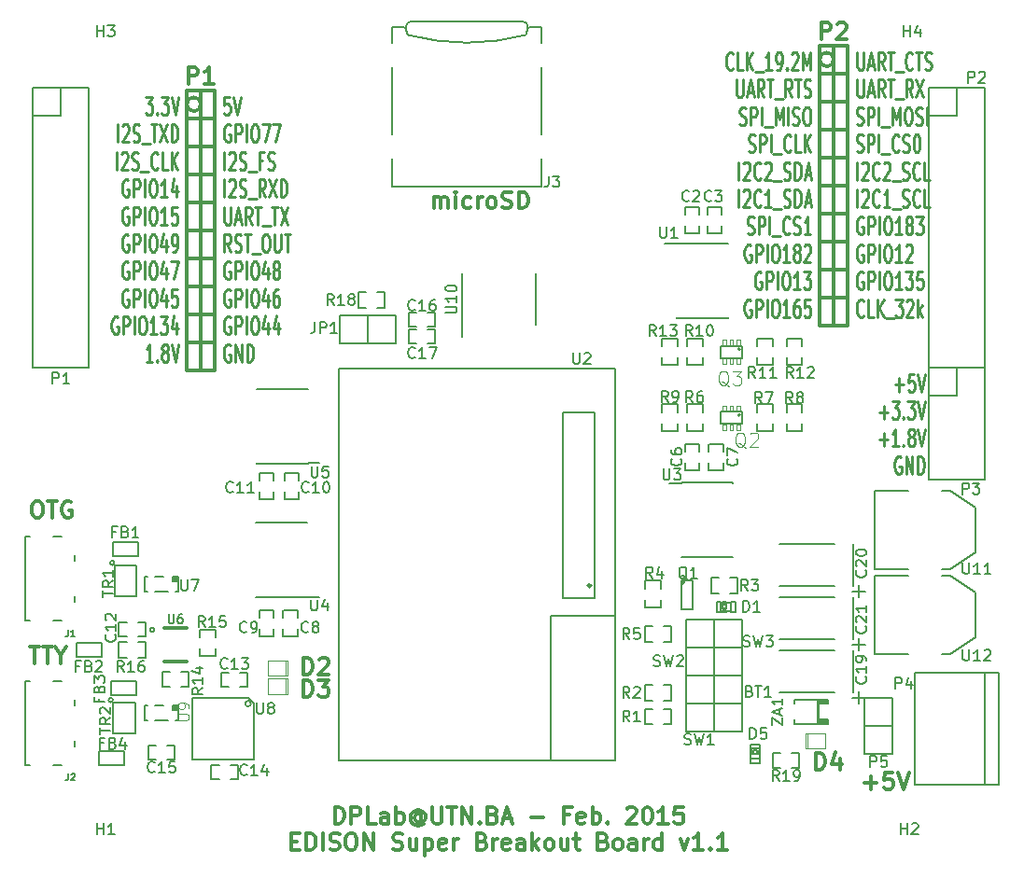
<source format=gbr>
G04 #@! TF.FileFunction,Legend,Top*
%FSLAX46Y46*%
G04 Gerber Fmt 4.6, Leading zero omitted, Abs format (unit mm)*
G04 Created by KiCad (PCBNEW (2015-01-17 BZR 5377)-product) date Mon 23 Feb 2015 10:49:44 AM ART*
%MOMM*%
G01*
G04 APERTURE LIST*
%ADD10C,0.100000*%
%ADD11C,0.300000*%
%ADD12C,0.250000*%
%ADD13C,0.150000*%
%ADD14C,0.099060*%
%ADD15C,0.127000*%
%ADD16C,0.066040*%
%ADD17C,0.203200*%
%ADD18C,0.304800*%
%ADD19C,0.152400*%
%ADD20C,0.177800*%
%ADD21C,0.088900*%
%ADD22C,0.200000*%
G04 APERTURE END LIST*
D10*
D11*
X22621857Y-80458571D02*
X23479000Y-80458571D01*
X23050429Y-81958571D02*
X23050429Y-80458571D01*
X23764714Y-80458571D02*
X24621857Y-80458571D01*
X24193286Y-81958571D02*
X24193286Y-80458571D01*
X25407571Y-81244286D02*
X25407571Y-81958571D01*
X24907571Y-80458571D02*
X25407571Y-81244286D01*
X25907571Y-80458571D01*
X23121857Y-67250571D02*
X23407571Y-67250571D01*
X23550429Y-67322000D01*
X23693286Y-67464857D01*
X23764714Y-67750571D01*
X23764714Y-68250571D01*
X23693286Y-68536286D01*
X23550429Y-68679143D01*
X23407571Y-68750571D01*
X23121857Y-68750571D01*
X22979000Y-68679143D01*
X22836143Y-68536286D01*
X22764714Y-68250571D01*
X22764714Y-67750571D01*
X22836143Y-67464857D01*
X22979000Y-67322000D01*
X23121857Y-67250571D01*
X24193286Y-67250571D02*
X25050429Y-67250571D01*
X24621858Y-68750571D02*
X24621858Y-67250571D01*
X26336143Y-67322000D02*
X26193286Y-67250571D01*
X25979000Y-67250571D01*
X25764715Y-67322000D01*
X25621857Y-67464857D01*
X25550429Y-67607714D01*
X25479000Y-67893429D01*
X25479000Y-68107714D01*
X25550429Y-68393429D01*
X25621857Y-68536286D01*
X25764715Y-68679143D01*
X25979000Y-68750571D01*
X26121857Y-68750571D01*
X26336143Y-68679143D01*
X26407572Y-68607714D01*
X26407572Y-68107714D01*
X26121857Y-68107714D01*
X98274429Y-92817143D02*
X99417286Y-92817143D01*
X98845857Y-93388571D02*
X98845857Y-92245714D01*
X100845858Y-91888571D02*
X100131572Y-91888571D01*
X100060143Y-92602857D01*
X100131572Y-92531429D01*
X100274429Y-92460000D01*
X100631572Y-92460000D01*
X100774429Y-92531429D01*
X100845858Y-92602857D01*
X100917286Y-92745714D01*
X100917286Y-93102857D01*
X100845858Y-93245714D01*
X100774429Y-93317143D01*
X100631572Y-93388571D01*
X100274429Y-93388571D01*
X100131572Y-93317143D01*
X100060143Y-93245714D01*
X101345857Y-91888571D02*
X101845857Y-93388571D01*
X102345857Y-91888571D01*
X59224601Y-40683571D02*
X59224601Y-39683571D01*
X59224601Y-39826429D02*
X59296029Y-39755000D01*
X59438887Y-39683571D01*
X59653172Y-39683571D01*
X59796029Y-39755000D01*
X59867458Y-39897857D01*
X59867458Y-40683571D01*
X59867458Y-39897857D02*
X59938887Y-39755000D01*
X60081744Y-39683571D01*
X60296029Y-39683571D01*
X60438887Y-39755000D01*
X60510315Y-39897857D01*
X60510315Y-40683571D01*
X61224601Y-40683571D02*
X61224601Y-39683571D01*
X61224601Y-39183571D02*
X61153172Y-39255000D01*
X61224601Y-39326429D01*
X61296029Y-39255000D01*
X61224601Y-39183571D01*
X61224601Y-39326429D01*
X62581744Y-40612143D02*
X62438887Y-40683571D01*
X62153173Y-40683571D01*
X62010315Y-40612143D01*
X61938887Y-40540714D01*
X61867458Y-40397857D01*
X61867458Y-39969286D01*
X61938887Y-39826429D01*
X62010315Y-39755000D01*
X62153173Y-39683571D01*
X62438887Y-39683571D01*
X62581744Y-39755000D01*
X63224601Y-40683571D02*
X63224601Y-39683571D01*
X63224601Y-39969286D02*
X63296029Y-39826429D01*
X63367458Y-39755000D01*
X63510315Y-39683571D01*
X63653172Y-39683571D01*
X64367458Y-40683571D02*
X64224600Y-40612143D01*
X64153172Y-40540714D01*
X64081743Y-40397857D01*
X64081743Y-39969286D01*
X64153172Y-39826429D01*
X64224600Y-39755000D01*
X64367458Y-39683571D01*
X64581743Y-39683571D01*
X64724600Y-39755000D01*
X64796029Y-39826429D01*
X64867458Y-39969286D01*
X64867458Y-40397857D01*
X64796029Y-40540714D01*
X64724600Y-40612143D01*
X64581743Y-40683571D01*
X64367458Y-40683571D01*
X65438886Y-40612143D02*
X65653172Y-40683571D01*
X66010315Y-40683571D01*
X66153172Y-40612143D01*
X66224601Y-40540714D01*
X66296029Y-40397857D01*
X66296029Y-40255000D01*
X66224601Y-40112143D01*
X66153172Y-40040714D01*
X66010315Y-39969286D01*
X65724601Y-39897857D01*
X65581743Y-39826429D01*
X65510315Y-39755000D01*
X65438886Y-39612143D01*
X65438886Y-39469286D01*
X65510315Y-39326429D01*
X65581743Y-39255000D01*
X65724601Y-39183571D01*
X66081743Y-39183571D01*
X66296029Y-39255000D01*
X66938886Y-40683571D02*
X66938886Y-39183571D01*
X67296029Y-39183571D01*
X67510314Y-39255000D01*
X67653172Y-39397857D01*
X67724600Y-39540714D01*
X67796029Y-39826429D01*
X67796029Y-40040714D01*
X67724600Y-40326429D01*
X67653172Y-40469286D01*
X67510314Y-40612143D01*
X67296029Y-40683571D01*
X66938886Y-40683571D01*
D12*
X101076476Y-56704286D02*
X101838381Y-56704286D01*
X101457429Y-57313810D02*
X101457429Y-56094762D01*
X102790762Y-55713810D02*
X102314571Y-55713810D01*
X102266952Y-56475714D01*
X102314571Y-56399524D01*
X102409809Y-56323333D01*
X102647905Y-56323333D01*
X102743143Y-56399524D01*
X102790762Y-56475714D01*
X102838381Y-56628095D01*
X102838381Y-57009048D01*
X102790762Y-57161429D01*
X102743143Y-57237619D01*
X102647905Y-57313810D01*
X102409809Y-57313810D01*
X102314571Y-57237619D01*
X102266952Y-57161429D01*
X103124095Y-55713810D02*
X103457428Y-57313810D01*
X103790762Y-55713810D01*
X99647905Y-59194286D02*
X100409810Y-59194286D01*
X100028858Y-59803810D02*
X100028858Y-58584762D01*
X100790762Y-58203810D02*
X101409810Y-58203810D01*
X101076476Y-58813333D01*
X101219334Y-58813333D01*
X101314572Y-58889524D01*
X101362191Y-58965714D01*
X101409810Y-59118095D01*
X101409810Y-59499048D01*
X101362191Y-59651429D01*
X101314572Y-59727619D01*
X101219334Y-59803810D01*
X100933619Y-59803810D01*
X100838381Y-59727619D01*
X100790762Y-59651429D01*
X101838381Y-59651429D02*
X101886000Y-59727619D01*
X101838381Y-59803810D01*
X101790762Y-59727619D01*
X101838381Y-59651429D01*
X101838381Y-59803810D01*
X102219333Y-58203810D02*
X102838381Y-58203810D01*
X102505047Y-58813333D01*
X102647905Y-58813333D01*
X102743143Y-58889524D01*
X102790762Y-58965714D01*
X102838381Y-59118095D01*
X102838381Y-59499048D01*
X102790762Y-59651429D01*
X102743143Y-59727619D01*
X102647905Y-59803810D01*
X102362190Y-59803810D01*
X102266952Y-59727619D01*
X102219333Y-59651429D01*
X103124095Y-58203810D02*
X103457428Y-59803810D01*
X103790762Y-58203810D01*
X99647905Y-61684286D02*
X100409810Y-61684286D01*
X100028858Y-62293810D02*
X100028858Y-61074762D01*
X101409810Y-62293810D02*
X100838381Y-62293810D01*
X101124095Y-62293810D02*
X101124095Y-60693810D01*
X101028857Y-60922381D01*
X100933619Y-61074762D01*
X100838381Y-61150952D01*
X101838381Y-62141429D02*
X101886000Y-62217619D01*
X101838381Y-62293810D01*
X101790762Y-62217619D01*
X101838381Y-62141429D01*
X101838381Y-62293810D01*
X102457428Y-61379524D02*
X102362190Y-61303333D01*
X102314571Y-61227143D01*
X102266952Y-61074762D01*
X102266952Y-60998571D01*
X102314571Y-60846190D01*
X102362190Y-60770000D01*
X102457428Y-60693810D01*
X102647905Y-60693810D01*
X102743143Y-60770000D01*
X102790762Y-60846190D01*
X102838381Y-60998571D01*
X102838381Y-61074762D01*
X102790762Y-61227143D01*
X102743143Y-61303333D01*
X102647905Y-61379524D01*
X102457428Y-61379524D01*
X102362190Y-61455714D01*
X102314571Y-61531905D01*
X102266952Y-61684286D01*
X102266952Y-61989048D01*
X102314571Y-62141429D01*
X102362190Y-62217619D01*
X102457428Y-62293810D01*
X102647905Y-62293810D01*
X102743143Y-62217619D01*
X102790762Y-62141429D01*
X102838381Y-61989048D01*
X102838381Y-61684286D01*
X102790762Y-61531905D01*
X102743143Y-61455714D01*
X102647905Y-61379524D01*
X103124095Y-60693810D02*
X103457428Y-62293810D01*
X103790762Y-60693810D01*
X101600286Y-63260000D02*
X101505048Y-63183810D01*
X101362191Y-63183810D01*
X101219333Y-63260000D01*
X101124095Y-63412381D01*
X101076476Y-63564762D01*
X101028857Y-63869524D01*
X101028857Y-64098095D01*
X101076476Y-64402857D01*
X101124095Y-64555238D01*
X101219333Y-64707619D01*
X101362191Y-64783810D01*
X101457429Y-64783810D01*
X101600286Y-64707619D01*
X101647905Y-64631429D01*
X101647905Y-64098095D01*
X101457429Y-64098095D01*
X102076476Y-64783810D02*
X102076476Y-63183810D01*
X102647905Y-64783810D01*
X102647905Y-63183810D01*
X103124095Y-64783810D02*
X103124095Y-63183810D01*
X103362190Y-63183810D01*
X103505048Y-63260000D01*
X103600286Y-63412381D01*
X103647905Y-63564762D01*
X103695524Y-63869524D01*
X103695524Y-64098095D01*
X103647905Y-64402857D01*
X103600286Y-64555238D01*
X103505048Y-64707619D01*
X103362190Y-64783810D01*
X103124095Y-64783810D01*
D11*
X50254287Y-96506571D02*
X50254287Y-95006571D01*
X50611430Y-95006571D01*
X50825715Y-95078000D01*
X50968573Y-95220857D01*
X51040001Y-95363714D01*
X51111430Y-95649429D01*
X51111430Y-95863714D01*
X51040001Y-96149429D01*
X50968573Y-96292286D01*
X50825715Y-96435143D01*
X50611430Y-96506571D01*
X50254287Y-96506571D01*
X51754287Y-96506571D02*
X51754287Y-95006571D01*
X52325715Y-95006571D01*
X52468573Y-95078000D01*
X52540001Y-95149429D01*
X52611430Y-95292286D01*
X52611430Y-95506571D01*
X52540001Y-95649429D01*
X52468573Y-95720857D01*
X52325715Y-95792286D01*
X51754287Y-95792286D01*
X53968573Y-96506571D02*
X53254287Y-96506571D01*
X53254287Y-95006571D01*
X55111430Y-96506571D02*
X55111430Y-95720857D01*
X55040001Y-95578000D01*
X54897144Y-95506571D01*
X54611430Y-95506571D01*
X54468573Y-95578000D01*
X55111430Y-96435143D02*
X54968573Y-96506571D01*
X54611430Y-96506571D01*
X54468573Y-96435143D01*
X54397144Y-96292286D01*
X54397144Y-96149429D01*
X54468573Y-96006571D01*
X54611430Y-95935143D01*
X54968573Y-95935143D01*
X55111430Y-95863714D01*
X55825716Y-96506571D02*
X55825716Y-95006571D01*
X55825716Y-95578000D02*
X55968573Y-95506571D01*
X56254287Y-95506571D01*
X56397144Y-95578000D01*
X56468573Y-95649429D01*
X56540002Y-95792286D01*
X56540002Y-96220857D01*
X56468573Y-96363714D01*
X56397144Y-96435143D01*
X56254287Y-96506571D01*
X55968573Y-96506571D01*
X55825716Y-96435143D01*
X58111430Y-95792286D02*
X58040002Y-95720857D01*
X57897145Y-95649429D01*
X57754287Y-95649429D01*
X57611430Y-95720857D01*
X57540002Y-95792286D01*
X57468573Y-95935143D01*
X57468573Y-96078000D01*
X57540002Y-96220857D01*
X57611430Y-96292286D01*
X57754287Y-96363714D01*
X57897145Y-96363714D01*
X58040002Y-96292286D01*
X58111430Y-96220857D01*
X58111430Y-95649429D02*
X58111430Y-96220857D01*
X58182859Y-96292286D01*
X58254287Y-96292286D01*
X58397145Y-96220857D01*
X58468573Y-96078000D01*
X58468573Y-95720857D01*
X58325716Y-95506571D01*
X58111430Y-95363714D01*
X57825716Y-95292286D01*
X57540002Y-95363714D01*
X57325716Y-95506571D01*
X57182859Y-95720857D01*
X57111430Y-96006571D01*
X57182859Y-96292286D01*
X57325716Y-96506571D01*
X57540002Y-96649429D01*
X57825716Y-96720857D01*
X58111430Y-96649429D01*
X58325716Y-96506571D01*
X59111430Y-95006571D02*
X59111430Y-96220857D01*
X59182858Y-96363714D01*
X59254287Y-96435143D01*
X59397144Y-96506571D01*
X59682858Y-96506571D01*
X59825716Y-96435143D01*
X59897144Y-96363714D01*
X59968573Y-96220857D01*
X59968573Y-95006571D01*
X60468573Y-95006571D02*
X61325716Y-95006571D01*
X60897145Y-96506571D02*
X60897145Y-95006571D01*
X61825716Y-96506571D02*
X61825716Y-95006571D01*
X62682859Y-96506571D01*
X62682859Y-95006571D01*
X63397145Y-96363714D02*
X63468573Y-96435143D01*
X63397145Y-96506571D01*
X63325716Y-96435143D01*
X63397145Y-96363714D01*
X63397145Y-96506571D01*
X64611431Y-95720857D02*
X64825717Y-95792286D01*
X64897145Y-95863714D01*
X64968574Y-96006571D01*
X64968574Y-96220857D01*
X64897145Y-96363714D01*
X64825717Y-96435143D01*
X64682859Y-96506571D01*
X64111431Y-96506571D01*
X64111431Y-95006571D01*
X64611431Y-95006571D01*
X64754288Y-95078000D01*
X64825717Y-95149429D01*
X64897145Y-95292286D01*
X64897145Y-95435143D01*
X64825717Y-95578000D01*
X64754288Y-95649429D01*
X64611431Y-95720857D01*
X64111431Y-95720857D01*
X65540002Y-96078000D02*
X66254288Y-96078000D01*
X65397145Y-96506571D02*
X65897145Y-95006571D01*
X66397145Y-96506571D01*
X68040002Y-95935143D02*
X69182859Y-95935143D01*
X71540002Y-95720857D02*
X71040002Y-95720857D01*
X71040002Y-96506571D02*
X71040002Y-95006571D01*
X71754288Y-95006571D01*
X72897144Y-96435143D02*
X72754287Y-96506571D01*
X72468573Y-96506571D01*
X72325716Y-96435143D01*
X72254287Y-96292286D01*
X72254287Y-95720857D01*
X72325716Y-95578000D01*
X72468573Y-95506571D01*
X72754287Y-95506571D01*
X72897144Y-95578000D01*
X72968573Y-95720857D01*
X72968573Y-95863714D01*
X72254287Y-96006571D01*
X73611430Y-96506571D02*
X73611430Y-95006571D01*
X73611430Y-95578000D02*
X73754287Y-95506571D01*
X74040001Y-95506571D01*
X74182858Y-95578000D01*
X74254287Y-95649429D01*
X74325716Y-95792286D01*
X74325716Y-96220857D01*
X74254287Y-96363714D01*
X74182858Y-96435143D01*
X74040001Y-96506571D01*
X73754287Y-96506571D01*
X73611430Y-96435143D01*
X74968573Y-96363714D02*
X75040001Y-96435143D01*
X74968573Y-96506571D01*
X74897144Y-96435143D01*
X74968573Y-96363714D01*
X74968573Y-96506571D01*
X76754287Y-95149429D02*
X76825716Y-95078000D01*
X76968573Y-95006571D01*
X77325716Y-95006571D01*
X77468573Y-95078000D01*
X77540002Y-95149429D01*
X77611430Y-95292286D01*
X77611430Y-95435143D01*
X77540002Y-95649429D01*
X76682859Y-96506571D01*
X77611430Y-96506571D01*
X78540001Y-95006571D02*
X78682858Y-95006571D01*
X78825715Y-95078000D01*
X78897144Y-95149429D01*
X78968573Y-95292286D01*
X79040001Y-95578000D01*
X79040001Y-95935143D01*
X78968573Y-96220857D01*
X78897144Y-96363714D01*
X78825715Y-96435143D01*
X78682858Y-96506571D01*
X78540001Y-96506571D01*
X78397144Y-96435143D01*
X78325715Y-96363714D01*
X78254287Y-96220857D01*
X78182858Y-95935143D01*
X78182858Y-95578000D01*
X78254287Y-95292286D01*
X78325715Y-95149429D01*
X78397144Y-95078000D01*
X78540001Y-95006571D01*
X80468572Y-96506571D02*
X79611429Y-96506571D01*
X80040001Y-96506571D02*
X80040001Y-95006571D01*
X79897144Y-95220857D01*
X79754286Y-95363714D01*
X79611429Y-95435143D01*
X81825715Y-95006571D02*
X81111429Y-95006571D01*
X81040000Y-95720857D01*
X81111429Y-95649429D01*
X81254286Y-95578000D01*
X81611429Y-95578000D01*
X81754286Y-95649429D01*
X81825715Y-95720857D01*
X81897143Y-95863714D01*
X81897143Y-96220857D01*
X81825715Y-96363714D01*
X81754286Y-96435143D01*
X81611429Y-96506571D01*
X81254286Y-96506571D01*
X81111429Y-96435143D01*
X81040000Y-96363714D01*
X46325715Y-98120857D02*
X46825715Y-98120857D01*
X47040001Y-98906571D02*
X46325715Y-98906571D01*
X46325715Y-97406571D01*
X47040001Y-97406571D01*
X47682858Y-98906571D02*
X47682858Y-97406571D01*
X48040001Y-97406571D01*
X48254286Y-97478000D01*
X48397144Y-97620857D01*
X48468572Y-97763714D01*
X48540001Y-98049429D01*
X48540001Y-98263714D01*
X48468572Y-98549429D01*
X48397144Y-98692286D01*
X48254286Y-98835143D01*
X48040001Y-98906571D01*
X47682858Y-98906571D01*
X49182858Y-98906571D02*
X49182858Y-97406571D01*
X49825715Y-98835143D02*
X50040001Y-98906571D01*
X50397144Y-98906571D01*
X50540001Y-98835143D01*
X50611430Y-98763714D01*
X50682858Y-98620857D01*
X50682858Y-98478000D01*
X50611430Y-98335143D01*
X50540001Y-98263714D01*
X50397144Y-98192286D01*
X50111430Y-98120857D01*
X49968572Y-98049429D01*
X49897144Y-97978000D01*
X49825715Y-97835143D01*
X49825715Y-97692286D01*
X49897144Y-97549429D01*
X49968572Y-97478000D01*
X50111430Y-97406571D01*
X50468572Y-97406571D01*
X50682858Y-97478000D01*
X51611429Y-97406571D02*
X51897143Y-97406571D01*
X52040001Y-97478000D01*
X52182858Y-97620857D01*
X52254286Y-97906571D01*
X52254286Y-98406571D01*
X52182858Y-98692286D01*
X52040001Y-98835143D01*
X51897143Y-98906571D01*
X51611429Y-98906571D01*
X51468572Y-98835143D01*
X51325715Y-98692286D01*
X51254286Y-98406571D01*
X51254286Y-97906571D01*
X51325715Y-97620857D01*
X51468572Y-97478000D01*
X51611429Y-97406571D01*
X52897144Y-98906571D02*
X52897144Y-97406571D01*
X53754287Y-98906571D01*
X53754287Y-97406571D01*
X55540001Y-98835143D02*
X55754287Y-98906571D01*
X56111430Y-98906571D01*
X56254287Y-98835143D01*
X56325716Y-98763714D01*
X56397144Y-98620857D01*
X56397144Y-98478000D01*
X56325716Y-98335143D01*
X56254287Y-98263714D01*
X56111430Y-98192286D01*
X55825716Y-98120857D01*
X55682858Y-98049429D01*
X55611430Y-97978000D01*
X55540001Y-97835143D01*
X55540001Y-97692286D01*
X55611430Y-97549429D01*
X55682858Y-97478000D01*
X55825716Y-97406571D01*
X56182858Y-97406571D01*
X56397144Y-97478000D01*
X57682858Y-97906571D02*
X57682858Y-98906571D01*
X57040001Y-97906571D02*
X57040001Y-98692286D01*
X57111429Y-98835143D01*
X57254287Y-98906571D01*
X57468572Y-98906571D01*
X57611429Y-98835143D01*
X57682858Y-98763714D01*
X58397144Y-97906571D02*
X58397144Y-99406571D01*
X58397144Y-97978000D02*
X58540001Y-97906571D01*
X58825715Y-97906571D01*
X58968572Y-97978000D01*
X59040001Y-98049429D01*
X59111430Y-98192286D01*
X59111430Y-98620857D01*
X59040001Y-98763714D01*
X58968572Y-98835143D01*
X58825715Y-98906571D01*
X58540001Y-98906571D01*
X58397144Y-98835143D01*
X60325715Y-98835143D02*
X60182858Y-98906571D01*
X59897144Y-98906571D01*
X59754287Y-98835143D01*
X59682858Y-98692286D01*
X59682858Y-98120857D01*
X59754287Y-97978000D01*
X59897144Y-97906571D01*
X60182858Y-97906571D01*
X60325715Y-97978000D01*
X60397144Y-98120857D01*
X60397144Y-98263714D01*
X59682858Y-98406571D01*
X61040001Y-98906571D02*
X61040001Y-97906571D01*
X61040001Y-98192286D02*
X61111429Y-98049429D01*
X61182858Y-97978000D01*
X61325715Y-97906571D01*
X61468572Y-97906571D01*
X63611429Y-98120857D02*
X63825715Y-98192286D01*
X63897143Y-98263714D01*
X63968572Y-98406571D01*
X63968572Y-98620857D01*
X63897143Y-98763714D01*
X63825715Y-98835143D01*
X63682857Y-98906571D01*
X63111429Y-98906571D01*
X63111429Y-97406571D01*
X63611429Y-97406571D01*
X63754286Y-97478000D01*
X63825715Y-97549429D01*
X63897143Y-97692286D01*
X63897143Y-97835143D01*
X63825715Y-97978000D01*
X63754286Y-98049429D01*
X63611429Y-98120857D01*
X63111429Y-98120857D01*
X64611429Y-98906571D02*
X64611429Y-97906571D01*
X64611429Y-98192286D02*
X64682857Y-98049429D01*
X64754286Y-97978000D01*
X64897143Y-97906571D01*
X65040000Y-97906571D01*
X66111428Y-98835143D02*
X65968571Y-98906571D01*
X65682857Y-98906571D01*
X65540000Y-98835143D01*
X65468571Y-98692286D01*
X65468571Y-98120857D01*
X65540000Y-97978000D01*
X65682857Y-97906571D01*
X65968571Y-97906571D01*
X66111428Y-97978000D01*
X66182857Y-98120857D01*
X66182857Y-98263714D01*
X65468571Y-98406571D01*
X67468571Y-98906571D02*
X67468571Y-98120857D01*
X67397142Y-97978000D01*
X67254285Y-97906571D01*
X66968571Y-97906571D01*
X66825714Y-97978000D01*
X67468571Y-98835143D02*
X67325714Y-98906571D01*
X66968571Y-98906571D01*
X66825714Y-98835143D01*
X66754285Y-98692286D01*
X66754285Y-98549429D01*
X66825714Y-98406571D01*
X66968571Y-98335143D01*
X67325714Y-98335143D01*
X67468571Y-98263714D01*
X68182857Y-98906571D02*
X68182857Y-97406571D01*
X68325714Y-98335143D02*
X68754285Y-98906571D01*
X68754285Y-97906571D02*
X68182857Y-98478000D01*
X69611429Y-98906571D02*
X69468571Y-98835143D01*
X69397143Y-98763714D01*
X69325714Y-98620857D01*
X69325714Y-98192286D01*
X69397143Y-98049429D01*
X69468571Y-97978000D01*
X69611429Y-97906571D01*
X69825714Y-97906571D01*
X69968571Y-97978000D01*
X70040000Y-98049429D01*
X70111429Y-98192286D01*
X70111429Y-98620857D01*
X70040000Y-98763714D01*
X69968571Y-98835143D01*
X69825714Y-98906571D01*
X69611429Y-98906571D01*
X71397143Y-97906571D02*
X71397143Y-98906571D01*
X70754286Y-97906571D02*
X70754286Y-98692286D01*
X70825714Y-98835143D01*
X70968572Y-98906571D01*
X71182857Y-98906571D01*
X71325714Y-98835143D01*
X71397143Y-98763714D01*
X71897143Y-97906571D02*
X72468572Y-97906571D01*
X72111429Y-97406571D02*
X72111429Y-98692286D01*
X72182857Y-98835143D01*
X72325715Y-98906571D01*
X72468572Y-98906571D01*
X74611429Y-98120857D02*
X74825715Y-98192286D01*
X74897143Y-98263714D01*
X74968572Y-98406571D01*
X74968572Y-98620857D01*
X74897143Y-98763714D01*
X74825715Y-98835143D01*
X74682857Y-98906571D01*
X74111429Y-98906571D01*
X74111429Y-97406571D01*
X74611429Y-97406571D01*
X74754286Y-97478000D01*
X74825715Y-97549429D01*
X74897143Y-97692286D01*
X74897143Y-97835143D01*
X74825715Y-97978000D01*
X74754286Y-98049429D01*
X74611429Y-98120857D01*
X74111429Y-98120857D01*
X75825715Y-98906571D02*
X75682857Y-98835143D01*
X75611429Y-98763714D01*
X75540000Y-98620857D01*
X75540000Y-98192286D01*
X75611429Y-98049429D01*
X75682857Y-97978000D01*
X75825715Y-97906571D01*
X76040000Y-97906571D01*
X76182857Y-97978000D01*
X76254286Y-98049429D01*
X76325715Y-98192286D01*
X76325715Y-98620857D01*
X76254286Y-98763714D01*
X76182857Y-98835143D01*
X76040000Y-98906571D01*
X75825715Y-98906571D01*
X77611429Y-98906571D02*
X77611429Y-98120857D01*
X77540000Y-97978000D01*
X77397143Y-97906571D01*
X77111429Y-97906571D01*
X76968572Y-97978000D01*
X77611429Y-98835143D02*
X77468572Y-98906571D01*
X77111429Y-98906571D01*
X76968572Y-98835143D01*
X76897143Y-98692286D01*
X76897143Y-98549429D01*
X76968572Y-98406571D01*
X77111429Y-98335143D01*
X77468572Y-98335143D01*
X77611429Y-98263714D01*
X78325715Y-98906571D02*
X78325715Y-97906571D01*
X78325715Y-98192286D02*
X78397143Y-98049429D01*
X78468572Y-97978000D01*
X78611429Y-97906571D01*
X78754286Y-97906571D01*
X79897143Y-98906571D02*
X79897143Y-97406571D01*
X79897143Y-98835143D02*
X79754286Y-98906571D01*
X79468572Y-98906571D01*
X79325714Y-98835143D01*
X79254286Y-98763714D01*
X79182857Y-98620857D01*
X79182857Y-98192286D01*
X79254286Y-98049429D01*
X79325714Y-97978000D01*
X79468572Y-97906571D01*
X79754286Y-97906571D01*
X79897143Y-97978000D01*
X81611429Y-97906571D02*
X81968572Y-98906571D01*
X82325714Y-97906571D01*
X83682857Y-98906571D02*
X82825714Y-98906571D01*
X83254286Y-98906571D02*
X83254286Y-97406571D01*
X83111429Y-97620857D01*
X82968571Y-97763714D01*
X82825714Y-97835143D01*
X84325714Y-98763714D02*
X84397142Y-98835143D01*
X84325714Y-98906571D01*
X84254285Y-98835143D01*
X84325714Y-98763714D01*
X84325714Y-98906571D01*
X85825714Y-98906571D02*
X84968571Y-98906571D01*
X85397143Y-98906571D02*
X85397143Y-97406571D01*
X85254286Y-97620857D01*
X85111428Y-97763714D01*
X84968571Y-97835143D01*
X36830000Y-29972000D02*
X39370000Y-29972000D01*
X36830000Y-32512000D02*
X39370000Y-32512000D01*
X36830000Y-37592000D02*
X39370000Y-37592000D01*
X36830000Y-35052000D02*
X39370000Y-35052000D01*
X36830000Y-45212000D02*
X39370000Y-45212000D01*
X36830000Y-47752000D02*
X39370000Y-47752000D01*
X36830000Y-42672000D02*
X39370000Y-42672000D01*
X36830000Y-40132000D02*
X39370000Y-40132000D01*
X36830000Y-50292000D02*
X39370000Y-50292000D01*
X36830000Y-52832000D02*
X39370000Y-52832000D01*
X36830000Y-55372000D02*
X39370000Y-55372000D01*
X38100000Y-31242000D02*
G75*
G03X38100000Y-31242000I-635000J0D01*
G01*
X36830000Y-55372000D02*
X36830000Y-29972000D01*
X39370000Y-29972000D02*
X39370000Y-55372000D01*
X39370000Y-55372000D02*
X38100000Y-55372000D01*
X38100000Y-55372000D02*
X38100000Y-29972000D01*
X95504000Y-51308000D02*
X95504000Y-25908000D01*
X96774000Y-51308000D02*
X95504000Y-51308000D01*
X96774000Y-25908000D02*
X96774000Y-51308000D01*
X94234000Y-51308000D02*
X94234000Y-25908000D01*
X94396858Y-25316571D02*
X94396858Y-23816571D01*
X94968286Y-23816571D01*
X95111144Y-23888000D01*
X95182572Y-23959429D01*
X95254001Y-24102286D01*
X95254001Y-24316571D01*
X95182572Y-24459429D01*
X95111144Y-24530857D01*
X94968286Y-24602286D01*
X94396858Y-24602286D01*
X95825429Y-23959429D02*
X95896858Y-23888000D01*
X96039715Y-23816571D01*
X96396858Y-23816571D01*
X96539715Y-23888000D01*
X96611144Y-23959429D01*
X96682572Y-24102286D01*
X96682572Y-24245143D01*
X96611144Y-24459429D01*
X95754001Y-25316571D01*
X96682572Y-25316571D01*
X95504000Y-27178000D02*
G75*
G03X95504000Y-27178000I-635000J0D01*
G01*
X94234000Y-51308000D02*
X96774000Y-51308000D01*
X94234000Y-48768000D02*
X96774000Y-48768000D01*
X94234000Y-46228000D02*
X96774000Y-46228000D01*
X94234000Y-36068000D02*
X96774000Y-36068000D01*
X94234000Y-38608000D02*
X96774000Y-38608000D01*
X94234000Y-43688000D02*
X96774000Y-43688000D01*
X94234000Y-41148000D02*
X96774000Y-41148000D01*
X94234000Y-30988000D02*
X96774000Y-30988000D01*
X94234000Y-33528000D02*
X96774000Y-33528000D01*
X94234000Y-28448000D02*
X96774000Y-28448000D01*
X94234000Y-25908000D02*
X96774000Y-25908000D01*
D12*
X97647095Y-26526810D02*
X97647095Y-27822048D01*
X97694714Y-27974429D01*
X97742333Y-28050619D01*
X97837571Y-28126810D01*
X98028048Y-28126810D01*
X98123286Y-28050619D01*
X98170905Y-27974429D01*
X98218524Y-27822048D01*
X98218524Y-26526810D01*
X98647095Y-27669667D02*
X99123286Y-27669667D01*
X98551857Y-28126810D02*
X98885190Y-26526810D01*
X99218524Y-28126810D01*
X100123286Y-28126810D02*
X99789952Y-27364905D01*
X99551857Y-28126810D02*
X99551857Y-26526810D01*
X99932810Y-26526810D01*
X100028048Y-26603000D01*
X100075667Y-26679190D01*
X100123286Y-26831571D01*
X100123286Y-27060143D01*
X100075667Y-27212524D01*
X100028048Y-27288714D01*
X99932810Y-27364905D01*
X99551857Y-27364905D01*
X100409000Y-26526810D02*
X100980429Y-26526810D01*
X100694714Y-28126810D02*
X100694714Y-26526810D01*
X101075667Y-28279190D02*
X101837572Y-28279190D01*
X102647096Y-27974429D02*
X102599477Y-28050619D01*
X102456620Y-28126810D01*
X102361382Y-28126810D01*
X102218524Y-28050619D01*
X102123286Y-27898238D01*
X102075667Y-27745857D01*
X102028048Y-27441095D01*
X102028048Y-27212524D01*
X102075667Y-26907762D01*
X102123286Y-26755381D01*
X102218524Y-26603000D01*
X102361382Y-26526810D01*
X102456620Y-26526810D01*
X102599477Y-26603000D01*
X102647096Y-26679190D01*
X102932810Y-26526810D02*
X103504239Y-26526810D01*
X103218524Y-28126810D02*
X103218524Y-26526810D01*
X103789953Y-28050619D02*
X103932810Y-28126810D01*
X104170906Y-28126810D01*
X104266144Y-28050619D01*
X104313763Y-27974429D01*
X104361382Y-27822048D01*
X104361382Y-27669667D01*
X104313763Y-27517286D01*
X104266144Y-27441095D01*
X104170906Y-27364905D01*
X103980429Y-27288714D01*
X103885191Y-27212524D01*
X103837572Y-27136333D01*
X103789953Y-26983952D01*
X103789953Y-26831571D01*
X103837572Y-26679190D01*
X103885191Y-26603000D01*
X103980429Y-26526810D01*
X104218525Y-26526810D01*
X104361382Y-26603000D01*
X97647095Y-29016810D02*
X97647095Y-30312048D01*
X97694714Y-30464429D01*
X97742333Y-30540619D01*
X97837571Y-30616810D01*
X98028048Y-30616810D01*
X98123286Y-30540619D01*
X98170905Y-30464429D01*
X98218524Y-30312048D01*
X98218524Y-29016810D01*
X98647095Y-30159667D02*
X99123286Y-30159667D01*
X98551857Y-30616810D02*
X98885190Y-29016810D01*
X99218524Y-30616810D01*
X100123286Y-30616810D02*
X99789952Y-29854905D01*
X99551857Y-30616810D02*
X99551857Y-29016810D01*
X99932810Y-29016810D01*
X100028048Y-29093000D01*
X100075667Y-29169190D01*
X100123286Y-29321571D01*
X100123286Y-29550143D01*
X100075667Y-29702524D01*
X100028048Y-29778714D01*
X99932810Y-29854905D01*
X99551857Y-29854905D01*
X100409000Y-29016810D02*
X100980429Y-29016810D01*
X100694714Y-30616810D02*
X100694714Y-29016810D01*
X101075667Y-30769190D02*
X101837572Y-30769190D01*
X102647096Y-30616810D02*
X102313762Y-29854905D01*
X102075667Y-30616810D02*
X102075667Y-29016810D01*
X102456620Y-29016810D01*
X102551858Y-29093000D01*
X102599477Y-29169190D01*
X102647096Y-29321571D01*
X102647096Y-29550143D01*
X102599477Y-29702524D01*
X102551858Y-29778714D01*
X102456620Y-29854905D01*
X102075667Y-29854905D01*
X102980429Y-29016810D02*
X103647096Y-30616810D01*
X103647096Y-29016810D02*
X102980429Y-30616810D01*
X97599476Y-33030619D02*
X97742333Y-33106810D01*
X97980429Y-33106810D01*
X98075667Y-33030619D01*
X98123286Y-32954429D01*
X98170905Y-32802048D01*
X98170905Y-32649667D01*
X98123286Y-32497286D01*
X98075667Y-32421095D01*
X97980429Y-32344905D01*
X97789952Y-32268714D01*
X97694714Y-32192524D01*
X97647095Y-32116333D01*
X97599476Y-31963952D01*
X97599476Y-31811571D01*
X97647095Y-31659190D01*
X97694714Y-31583000D01*
X97789952Y-31506810D01*
X98028048Y-31506810D01*
X98170905Y-31583000D01*
X98599476Y-33106810D02*
X98599476Y-31506810D01*
X98980429Y-31506810D01*
X99075667Y-31583000D01*
X99123286Y-31659190D01*
X99170905Y-31811571D01*
X99170905Y-32040143D01*
X99123286Y-32192524D01*
X99075667Y-32268714D01*
X98980429Y-32344905D01*
X98599476Y-32344905D01*
X99599476Y-33106810D02*
X99599476Y-31506810D01*
X99837571Y-33259190D02*
X100599476Y-33259190D01*
X100837571Y-33106810D02*
X100837571Y-31506810D01*
X101170905Y-32649667D01*
X101504238Y-31506810D01*
X101504238Y-33106810D01*
X102170904Y-31506810D02*
X102361381Y-31506810D01*
X102456619Y-31583000D01*
X102551857Y-31735381D01*
X102599476Y-32040143D01*
X102599476Y-32573476D01*
X102551857Y-32878238D01*
X102456619Y-33030619D01*
X102361381Y-33106810D01*
X102170904Y-33106810D01*
X102075666Y-33030619D01*
X101980428Y-32878238D01*
X101932809Y-32573476D01*
X101932809Y-32040143D01*
X101980428Y-31735381D01*
X102075666Y-31583000D01*
X102170904Y-31506810D01*
X102980428Y-33030619D02*
X103123285Y-33106810D01*
X103361381Y-33106810D01*
X103456619Y-33030619D01*
X103504238Y-32954429D01*
X103551857Y-32802048D01*
X103551857Y-32649667D01*
X103504238Y-32497286D01*
X103456619Y-32421095D01*
X103361381Y-32344905D01*
X103170904Y-32268714D01*
X103075666Y-32192524D01*
X103028047Y-32116333D01*
X102980428Y-31963952D01*
X102980428Y-31811571D01*
X103028047Y-31659190D01*
X103075666Y-31583000D01*
X103170904Y-31506810D01*
X103409000Y-31506810D01*
X103551857Y-31583000D01*
X103980428Y-33106810D02*
X103980428Y-31506810D01*
X97599476Y-35520619D02*
X97742333Y-35596810D01*
X97980429Y-35596810D01*
X98075667Y-35520619D01*
X98123286Y-35444429D01*
X98170905Y-35292048D01*
X98170905Y-35139667D01*
X98123286Y-34987286D01*
X98075667Y-34911095D01*
X97980429Y-34834905D01*
X97789952Y-34758714D01*
X97694714Y-34682524D01*
X97647095Y-34606333D01*
X97599476Y-34453952D01*
X97599476Y-34301571D01*
X97647095Y-34149190D01*
X97694714Y-34073000D01*
X97789952Y-33996810D01*
X98028048Y-33996810D01*
X98170905Y-34073000D01*
X98599476Y-35596810D02*
X98599476Y-33996810D01*
X98980429Y-33996810D01*
X99075667Y-34073000D01*
X99123286Y-34149190D01*
X99170905Y-34301571D01*
X99170905Y-34530143D01*
X99123286Y-34682524D01*
X99075667Y-34758714D01*
X98980429Y-34834905D01*
X98599476Y-34834905D01*
X99599476Y-35596810D02*
X99599476Y-33996810D01*
X99837571Y-35749190D02*
X100599476Y-35749190D01*
X101409000Y-35444429D02*
X101361381Y-35520619D01*
X101218524Y-35596810D01*
X101123286Y-35596810D01*
X100980428Y-35520619D01*
X100885190Y-35368238D01*
X100837571Y-35215857D01*
X100789952Y-34911095D01*
X100789952Y-34682524D01*
X100837571Y-34377762D01*
X100885190Y-34225381D01*
X100980428Y-34073000D01*
X101123286Y-33996810D01*
X101218524Y-33996810D01*
X101361381Y-34073000D01*
X101409000Y-34149190D01*
X101789952Y-35520619D02*
X101932809Y-35596810D01*
X102170905Y-35596810D01*
X102266143Y-35520619D01*
X102313762Y-35444429D01*
X102361381Y-35292048D01*
X102361381Y-35139667D01*
X102313762Y-34987286D01*
X102266143Y-34911095D01*
X102170905Y-34834905D01*
X101980428Y-34758714D01*
X101885190Y-34682524D01*
X101837571Y-34606333D01*
X101789952Y-34453952D01*
X101789952Y-34301571D01*
X101837571Y-34149190D01*
X101885190Y-34073000D01*
X101980428Y-33996810D01*
X102218524Y-33996810D01*
X102361381Y-34073000D01*
X102980428Y-33996810D02*
X103075667Y-33996810D01*
X103170905Y-34073000D01*
X103218524Y-34149190D01*
X103266143Y-34301571D01*
X103313762Y-34606333D01*
X103313762Y-34987286D01*
X103266143Y-35292048D01*
X103218524Y-35444429D01*
X103170905Y-35520619D01*
X103075667Y-35596810D01*
X102980428Y-35596810D01*
X102885190Y-35520619D01*
X102837571Y-35444429D01*
X102789952Y-35292048D01*
X102742333Y-34987286D01*
X102742333Y-34606333D01*
X102789952Y-34301571D01*
X102837571Y-34149190D01*
X102885190Y-34073000D01*
X102980428Y-33996810D01*
X97647095Y-38086810D02*
X97647095Y-36486810D01*
X98075666Y-36639190D02*
X98123285Y-36563000D01*
X98218523Y-36486810D01*
X98456619Y-36486810D01*
X98551857Y-36563000D01*
X98599476Y-36639190D01*
X98647095Y-36791571D01*
X98647095Y-36943952D01*
X98599476Y-37172524D01*
X98028047Y-38086810D01*
X98647095Y-38086810D01*
X99647095Y-37934429D02*
X99599476Y-38010619D01*
X99456619Y-38086810D01*
X99361381Y-38086810D01*
X99218523Y-38010619D01*
X99123285Y-37858238D01*
X99075666Y-37705857D01*
X99028047Y-37401095D01*
X99028047Y-37172524D01*
X99075666Y-36867762D01*
X99123285Y-36715381D01*
X99218523Y-36563000D01*
X99361381Y-36486810D01*
X99456619Y-36486810D01*
X99599476Y-36563000D01*
X99647095Y-36639190D01*
X100028047Y-36639190D02*
X100075666Y-36563000D01*
X100170904Y-36486810D01*
X100409000Y-36486810D01*
X100504238Y-36563000D01*
X100551857Y-36639190D01*
X100599476Y-36791571D01*
X100599476Y-36943952D01*
X100551857Y-37172524D01*
X99980428Y-38086810D01*
X100599476Y-38086810D01*
X100789952Y-38239190D02*
X101551857Y-38239190D01*
X101742333Y-38010619D02*
X101885190Y-38086810D01*
X102123286Y-38086810D01*
X102218524Y-38010619D01*
X102266143Y-37934429D01*
X102313762Y-37782048D01*
X102313762Y-37629667D01*
X102266143Y-37477286D01*
X102218524Y-37401095D01*
X102123286Y-37324905D01*
X101932809Y-37248714D01*
X101837571Y-37172524D01*
X101789952Y-37096333D01*
X101742333Y-36943952D01*
X101742333Y-36791571D01*
X101789952Y-36639190D01*
X101837571Y-36563000D01*
X101932809Y-36486810D01*
X102170905Y-36486810D01*
X102313762Y-36563000D01*
X103313762Y-37934429D02*
X103266143Y-38010619D01*
X103123286Y-38086810D01*
X103028048Y-38086810D01*
X102885190Y-38010619D01*
X102789952Y-37858238D01*
X102742333Y-37705857D01*
X102694714Y-37401095D01*
X102694714Y-37172524D01*
X102742333Y-36867762D01*
X102789952Y-36715381D01*
X102885190Y-36563000D01*
X103028048Y-36486810D01*
X103123286Y-36486810D01*
X103266143Y-36563000D01*
X103313762Y-36639190D01*
X104218524Y-38086810D02*
X103742333Y-38086810D01*
X103742333Y-36486810D01*
X97647095Y-40576810D02*
X97647095Y-38976810D01*
X98075666Y-39129190D02*
X98123285Y-39053000D01*
X98218523Y-38976810D01*
X98456619Y-38976810D01*
X98551857Y-39053000D01*
X98599476Y-39129190D01*
X98647095Y-39281571D01*
X98647095Y-39433952D01*
X98599476Y-39662524D01*
X98028047Y-40576810D01*
X98647095Y-40576810D01*
X99647095Y-40424429D02*
X99599476Y-40500619D01*
X99456619Y-40576810D01*
X99361381Y-40576810D01*
X99218523Y-40500619D01*
X99123285Y-40348238D01*
X99075666Y-40195857D01*
X99028047Y-39891095D01*
X99028047Y-39662524D01*
X99075666Y-39357762D01*
X99123285Y-39205381D01*
X99218523Y-39053000D01*
X99361381Y-38976810D01*
X99456619Y-38976810D01*
X99599476Y-39053000D01*
X99647095Y-39129190D01*
X100599476Y-40576810D02*
X100028047Y-40576810D01*
X100313761Y-40576810D02*
X100313761Y-38976810D01*
X100218523Y-39205381D01*
X100123285Y-39357762D01*
X100028047Y-39433952D01*
X100789952Y-40729190D02*
X101551857Y-40729190D01*
X101742333Y-40500619D02*
X101885190Y-40576810D01*
X102123286Y-40576810D01*
X102218524Y-40500619D01*
X102266143Y-40424429D01*
X102313762Y-40272048D01*
X102313762Y-40119667D01*
X102266143Y-39967286D01*
X102218524Y-39891095D01*
X102123286Y-39814905D01*
X101932809Y-39738714D01*
X101837571Y-39662524D01*
X101789952Y-39586333D01*
X101742333Y-39433952D01*
X101742333Y-39281571D01*
X101789952Y-39129190D01*
X101837571Y-39053000D01*
X101932809Y-38976810D01*
X102170905Y-38976810D01*
X102313762Y-39053000D01*
X103313762Y-40424429D02*
X103266143Y-40500619D01*
X103123286Y-40576810D01*
X103028048Y-40576810D01*
X102885190Y-40500619D01*
X102789952Y-40348238D01*
X102742333Y-40195857D01*
X102694714Y-39891095D01*
X102694714Y-39662524D01*
X102742333Y-39357762D01*
X102789952Y-39205381D01*
X102885190Y-39053000D01*
X103028048Y-38976810D01*
X103123286Y-38976810D01*
X103266143Y-39053000D01*
X103313762Y-39129190D01*
X104218524Y-40576810D02*
X103742333Y-40576810D01*
X103742333Y-38976810D01*
X98170905Y-41543000D02*
X98075667Y-41466810D01*
X97932810Y-41466810D01*
X97789952Y-41543000D01*
X97694714Y-41695381D01*
X97647095Y-41847762D01*
X97599476Y-42152524D01*
X97599476Y-42381095D01*
X97647095Y-42685857D01*
X97694714Y-42838238D01*
X97789952Y-42990619D01*
X97932810Y-43066810D01*
X98028048Y-43066810D01*
X98170905Y-42990619D01*
X98218524Y-42914429D01*
X98218524Y-42381095D01*
X98028048Y-42381095D01*
X98647095Y-43066810D02*
X98647095Y-41466810D01*
X99028048Y-41466810D01*
X99123286Y-41543000D01*
X99170905Y-41619190D01*
X99218524Y-41771571D01*
X99218524Y-42000143D01*
X99170905Y-42152524D01*
X99123286Y-42228714D01*
X99028048Y-42304905D01*
X98647095Y-42304905D01*
X99647095Y-43066810D02*
X99647095Y-41466810D01*
X100313761Y-41466810D02*
X100504238Y-41466810D01*
X100599476Y-41543000D01*
X100694714Y-41695381D01*
X100742333Y-42000143D01*
X100742333Y-42533476D01*
X100694714Y-42838238D01*
X100599476Y-42990619D01*
X100504238Y-43066810D01*
X100313761Y-43066810D01*
X100218523Y-42990619D01*
X100123285Y-42838238D01*
X100075666Y-42533476D01*
X100075666Y-42000143D01*
X100123285Y-41695381D01*
X100218523Y-41543000D01*
X100313761Y-41466810D01*
X101694714Y-43066810D02*
X101123285Y-43066810D01*
X101408999Y-43066810D02*
X101408999Y-41466810D01*
X101313761Y-41695381D01*
X101218523Y-41847762D01*
X101123285Y-41923952D01*
X102266142Y-42152524D02*
X102170904Y-42076333D01*
X102123285Y-42000143D01*
X102075666Y-41847762D01*
X102075666Y-41771571D01*
X102123285Y-41619190D01*
X102170904Y-41543000D01*
X102266142Y-41466810D01*
X102456619Y-41466810D01*
X102551857Y-41543000D01*
X102599476Y-41619190D01*
X102647095Y-41771571D01*
X102647095Y-41847762D01*
X102599476Y-42000143D01*
X102551857Y-42076333D01*
X102456619Y-42152524D01*
X102266142Y-42152524D01*
X102170904Y-42228714D01*
X102123285Y-42304905D01*
X102075666Y-42457286D01*
X102075666Y-42762048D01*
X102123285Y-42914429D01*
X102170904Y-42990619D01*
X102266142Y-43066810D01*
X102456619Y-43066810D01*
X102551857Y-42990619D01*
X102599476Y-42914429D01*
X102647095Y-42762048D01*
X102647095Y-42457286D01*
X102599476Y-42304905D01*
X102551857Y-42228714D01*
X102456619Y-42152524D01*
X102980428Y-41466810D02*
X103599476Y-41466810D01*
X103266142Y-42076333D01*
X103409000Y-42076333D01*
X103504238Y-42152524D01*
X103551857Y-42228714D01*
X103599476Y-42381095D01*
X103599476Y-42762048D01*
X103551857Y-42914429D01*
X103504238Y-42990619D01*
X103409000Y-43066810D01*
X103123285Y-43066810D01*
X103028047Y-42990619D01*
X102980428Y-42914429D01*
X98170905Y-44033000D02*
X98075667Y-43956810D01*
X97932810Y-43956810D01*
X97789952Y-44033000D01*
X97694714Y-44185381D01*
X97647095Y-44337762D01*
X97599476Y-44642524D01*
X97599476Y-44871095D01*
X97647095Y-45175857D01*
X97694714Y-45328238D01*
X97789952Y-45480619D01*
X97932810Y-45556810D01*
X98028048Y-45556810D01*
X98170905Y-45480619D01*
X98218524Y-45404429D01*
X98218524Y-44871095D01*
X98028048Y-44871095D01*
X98647095Y-45556810D02*
X98647095Y-43956810D01*
X99028048Y-43956810D01*
X99123286Y-44033000D01*
X99170905Y-44109190D01*
X99218524Y-44261571D01*
X99218524Y-44490143D01*
X99170905Y-44642524D01*
X99123286Y-44718714D01*
X99028048Y-44794905D01*
X98647095Y-44794905D01*
X99647095Y-45556810D02*
X99647095Y-43956810D01*
X100313761Y-43956810D02*
X100504238Y-43956810D01*
X100599476Y-44033000D01*
X100694714Y-44185381D01*
X100742333Y-44490143D01*
X100742333Y-45023476D01*
X100694714Y-45328238D01*
X100599476Y-45480619D01*
X100504238Y-45556810D01*
X100313761Y-45556810D01*
X100218523Y-45480619D01*
X100123285Y-45328238D01*
X100075666Y-45023476D01*
X100075666Y-44490143D01*
X100123285Y-44185381D01*
X100218523Y-44033000D01*
X100313761Y-43956810D01*
X101694714Y-45556810D02*
X101123285Y-45556810D01*
X101408999Y-45556810D02*
X101408999Y-43956810D01*
X101313761Y-44185381D01*
X101218523Y-44337762D01*
X101123285Y-44413952D01*
X102075666Y-44109190D02*
X102123285Y-44033000D01*
X102218523Y-43956810D01*
X102456619Y-43956810D01*
X102551857Y-44033000D01*
X102599476Y-44109190D01*
X102647095Y-44261571D01*
X102647095Y-44413952D01*
X102599476Y-44642524D01*
X102028047Y-45556810D01*
X102647095Y-45556810D01*
X98170905Y-46523000D02*
X98075667Y-46446810D01*
X97932810Y-46446810D01*
X97789952Y-46523000D01*
X97694714Y-46675381D01*
X97647095Y-46827762D01*
X97599476Y-47132524D01*
X97599476Y-47361095D01*
X97647095Y-47665857D01*
X97694714Y-47818238D01*
X97789952Y-47970619D01*
X97932810Y-48046810D01*
X98028048Y-48046810D01*
X98170905Y-47970619D01*
X98218524Y-47894429D01*
X98218524Y-47361095D01*
X98028048Y-47361095D01*
X98647095Y-48046810D02*
X98647095Y-46446810D01*
X99028048Y-46446810D01*
X99123286Y-46523000D01*
X99170905Y-46599190D01*
X99218524Y-46751571D01*
X99218524Y-46980143D01*
X99170905Y-47132524D01*
X99123286Y-47208714D01*
X99028048Y-47284905D01*
X98647095Y-47284905D01*
X99647095Y-48046810D02*
X99647095Y-46446810D01*
X100313761Y-46446810D02*
X100504238Y-46446810D01*
X100599476Y-46523000D01*
X100694714Y-46675381D01*
X100742333Y-46980143D01*
X100742333Y-47513476D01*
X100694714Y-47818238D01*
X100599476Y-47970619D01*
X100504238Y-48046810D01*
X100313761Y-48046810D01*
X100218523Y-47970619D01*
X100123285Y-47818238D01*
X100075666Y-47513476D01*
X100075666Y-46980143D01*
X100123285Y-46675381D01*
X100218523Y-46523000D01*
X100313761Y-46446810D01*
X101694714Y-48046810D02*
X101123285Y-48046810D01*
X101408999Y-48046810D02*
X101408999Y-46446810D01*
X101313761Y-46675381D01*
X101218523Y-46827762D01*
X101123285Y-46903952D01*
X102028047Y-46446810D02*
X102647095Y-46446810D01*
X102313761Y-47056333D01*
X102456619Y-47056333D01*
X102551857Y-47132524D01*
X102599476Y-47208714D01*
X102647095Y-47361095D01*
X102647095Y-47742048D01*
X102599476Y-47894429D01*
X102551857Y-47970619D01*
X102456619Y-48046810D01*
X102170904Y-48046810D01*
X102075666Y-47970619D01*
X102028047Y-47894429D01*
X103551857Y-46446810D02*
X103075666Y-46446810D01*
X103028047Y-47208714D01*
X103075666Y-47132524D01*
X103170904Y-47056333D01*
X103409000Y-47056333D01*
X103504238Y-47132524D01*
X103551857Y-47208714D01*
X103599476Y-47361095D01*
X103599476Y-47742048D01*
X103551857Y-47894429D01*
X103504238Y-47970619D01*
X103409000Y-48046810D01*
X103170904Y-48046810D01*
X103075666Y-47970619D01*
X103028047Y-47894429D01*
X98218524Y-50384429D02*
X98170905Y-50460619D01*
X98028048Y-50536810D01*
X97932810Y-50536810D01*
X97789952Y-50460619D01*
X97694714Y-50308238D01*
X97647095Y-50155857D01*
X97599476Y-49851095D01*
X97599476Y-49622524D01*
X97647095Y-49317762D01*
X97694714Y-49165381D01*
X97789952Y-49013000D01*
X97932810Y-48936810D01*
X98028048Y-48936810D01*
X98170905Y-49013000D01*
X98218524Y-49089190D01*
X99123286Y-50536810D02*
X98647095Y-50536810D01*
X98647095Y-48936810D01*
X99456619Y-50536810D02*
X99456619Y-48936810D01*
X100028048Y-50536810D02*
X99599476Y-49622524D01*
X100028048Y-48936810D02*
X99456619Y-49851095D01*
X100218524Y-50689190D02*
X100980429Y-50689190D01*
X101123286Y-48936810D02*
X101742334Y-48936810D01*
X101409000Y-49546333D01*
X101551858Y-49546333D01*
X101647096Y-49622524D01*
X101694715Y-49698714D01*
X101742334Y-49851095D01*
X101742334Y-50232048D01*
X101694715Y-50384429D01*
X101647096Y-50460619D01*
X101551858Y-50536810D01*
X101266143Y-50536810D01*
X101170905Y-50460619D01*
X101123286Y-50384429D01*
X102123286Y-49089190D02*
X102170905Y-49013000D01*
X102266143Y-48936810D01*
X102504239Y-48936810D01*
X102599477Y-49013000D01*
X102647096Y-49089190D01*
X102694715Y-49241571D01*
X102694715Y-49393952D01*
X102647096Y-49622524D01*
X102075667Y-50536810D01*
X102694715Y-50536810D01*
X103123286Y-50536810D02*
X103123286Y-48936810D01*
X103218524Y-49927286D02*
X103504239Y-50536810D01*
X103504239Y-49470143D02*
X103123286Y-50079667D01*
X86360905Y-27974429D02*
X86313286Y-28050619D01*
X86170429Y-28126810D01*
X86075191Y-28126810D01*
X85932333Y-28050619D01*
X85837095Y-27898238D01*
X85789476Y-27745857D01*
X85741857Y-27441095D01*
X85741857Y-27212524D01*
X85789476Y-26907762D01*
X85837095Y-26755381D01*
X85932333Y-26603000D01*
X86075191Y-26526810D01*
X86170429Y-26526810D01*
X86313286Y-26603000D01*
X86360905Y-26679190D01*
X87265667Y-28126810D02*
X86789476Y-28126810D01*
X86789476Y-26526810D01*
X87599000Y-28126810D02*
X87599000Y-26526810D01*
X88170429Y-28126810D02*
X87741857Y-27212524D01*
X88170429Y-26526810D02*
X87599000Y-27441095D01*
X88360905Y-28279190D02*
X89122810Y-28279190D01*
X89884715Y-28126810D02*
X89313286Y-28126810D01*
X89599000Y-28126810D02*
X89599000Y-26526810D01*
X89503762Y-26755381D01*
X89408524Y-26907762D01*
X89313286Y-26983952D01*
X90360905Y-28126810D02*
X90551381Y-28126810D01*
X90646620Y-28050619D01*
X90694239Y-27974429D01*
X90789477Y-27745857D01*
X90837096Y-27441095D01*
X90837096Y-26831571D01*
X90789477Y-26679190D01*
X90741858Y-26603000D01*
X90646620Y-26526810D01*
X90456143Y-26526810D01*
X90360905Y-26603000D01*
X90313286Y-26679190D01*
X90265667Y-26831571D01*
X90265667Y-27212524D01*
X90313286Y-27364905D01*
X90360905Y-27441095D01*
X90456143Y-27517286D01*
X90646620Y-27517286D01*
X90741858Y-27441095D01*
X90789477Y-27364905D01*
X90837096Y-27212524D01*
X91265667Y-27974429D02*
X91313286Y-28050619D01*
X91265667Y-28126810D01*
X91218048Y-28050619D01*
X91265667Y-27974429D01*
X91265667Y-28126810D01*
X91694238Y-26679190D02*
X91741857Y-26603000D01*
X91837095Y-26526810D01*
X92075191Y-26526810D01*
X92170429Y-26603000D01*
X92218048Y-26679190D01*
X92265667Y-26831571D01*
X92265667Y-26983952D01*
X92218048Y-27212524D01*
X91646619Y-28126810D01*
X92265667Y-28126810D01*
X92694238Y-28126810D02*
X92694238Y-26526810D01*
X93027572Y-27669667D01*
X93360905Y-26526810D01*
X93360905Y-28126810D01*
X86694237Y-29016810D02*
X86694237Y-30312048D01*
X86741856Y-30464429D01*
X86789475Y-30540619D01*
X86884713Y-30616810D01*
X87075190Y-30616810D01*
X87170428Y-30540619D01*
X87218047Y-30464429D01*
X87265666Y-30312048D01*
X87265666Y-29016810D01*
X87694237Y-30159667D02*
X88170428Y-30159667D01*
X87598999Y-30616810D02*
X87932332Y-29016810D01*
X88265666Y-30616810D01*
X89170428Y-30616810D02*
X88837094Y-29854905D01*
X88598999Y-30616810D02*
X88598999Y-29016810D01*
X88979952Y-29016810D01*
X89075190Y-29093000D01*
X89122809Y-29169190D01*
X89170428Y-29321571D01*
X89170428Y-29550143D01*
X89122809Y-29702524D01*
X89075190Y-29778714D01*
X88979952Y-29854905D01*
X88598999Y-29854905D01*
X89456142Y-29016810D02*
X90027571Y-29016810D01*
X89741856Y-30616810D02*
X89741856Y-29016810D01*
X90122809Y-30769190D02*
X90884714Y-30769190D01*
X91694238Y-30616810D02*
X91360904Y-29854905D01*
X91122809Y-30616810D02*
X91122809Y-29016810D01*
X91503762Y-29016810D01*
X91599000Y-29093000D01*
X91646619Y-29169190D01*
X91694238Y-29321571D01*
X91694238Y-29550143D01*
X91646619Y-29702524D01*
X91599000Y-29778714D01*
X91503762Y-29854905D01*
X91122809Y-29854905D01*
X91979952Y-29016810D02*
X92551381Y-29016810D01*
X92265666Y-30616810D02*
X92265666Y-29016810D01*
X92837095Y-30540619D02*
X92979952Y-30616810D01*
X93218048Y-30616810D01*
X93313286Y-30540619D01*
X93360905Y-30464429D01*
X93408524Y-30312048D01*
X93408524Y-30159667D01*
X93360905Y-30007286D01*
X93313286Y-29931095D01*
X93218048Y-29854905D01*
X93027571Y-29778714D01*
X92932333Y-29702524D01*
X92884714Y-29626333D01*
X92837095Y-29473952D01*
X92837095Y-29321571D01*
X92884714Y-29169190D01*
X92932333Y-29093000D01*
X93027571Y-29016810D01*
X93265667Y-29016810D01*
X93408524Y-29093000D01*
X86979953Y-33030619D02*
X87122810Y-33106810D01*
X87360906Y-33106810D01*
X87456144Y-33030619D01*
X87503763Y-32954429D01*
X87551382Y-32802048D01*
X87551382Y-32649667D01*
X87503763Y-32497286D01*
X87456144Y-32421095D01*
X87360906Y-32344905D01*
X87170429Y-32268714D01*
X87075191Y-32192524D01*
X87027572Y-32116333D01*
X86979953Y-31963952D01*
X86979953Y-31811571D01*
X87027572Y-31659190D01*
X87075191Y-31583000D01*
X87170429Y-31506810D01*
X87408525Y-31506810D01*
X87551382Y-31583000D01*
X87979953Y-33106810D02*
X87979953Y-31506810D01*
X88360906Y-31506810D01*
X88456144Y-31583000D01*
X88503763Y-31659190D01*
X88551382Y-31811571D01*
X88551382Y-32040143D01*
X88503763Y-32192524D01*
X88456144Y-32268714D01*
X88360906Y-32344905D01*
X87979953Y-32344905D01*
X88979953Y-33106810D02*
X88979953Y-31506810D01*
X89218048Y-33259190D02*
X89979953Y-33259190D01*
X90218048Y-33106810D02*
X90218048Y-31506810D01*
X90551382Y-32649667D01*
X90884715Y-31506810D01*
X90884715Y-33106810D01*
X91360905Y-33106810D02*
X91360905Y-31506810D01*
X91789476Y-33030619D02*
X91932333Y-33106810D01*
X92170429Y-33106810D01*
X92265667Y-33030619D01*
X92313286Y-32954429D01*
X92360905Y-32802048D01*
X92360905Y-32649667D01*
X92313286Y-32497286D01*
X92265667Y-32421095D01*
X92170429Y-32344905D01*
X91979952Y-32268714D01*
X91884714Y-32192524D01*
X91837095Y-32116333D01*
X91789476Y-31963952D01*
X91789476Y-31811571D01*
X91837095Y-31659190D01*
X91884714Y-31583000D01*
X91979952Y-31506810D01*
X92218048Y-31506810D01*
X92360905Y-31583000D01*
X92979952Y-31506810D02*
X93170429Y-31506810D01*
X93265667Y-31583000D01*
X93360905Y-31735381D01*
X93408524Y-32040143D01*
X93408524Y-32573476D01*
X93360905Y-32878238D01*
X93265667Y-33030619D01*
X93170429Y-33106810D01*
X92979952Y-33106810D01*
X92884714Y-33030619D01*
X92789476Y-32878238D01*
X92741857Y-32573476D01*
X92741857Y-32040143D01*
X92789476Y-31735381D01*
X92884714Y-31583000D01*
X92979952Y-31506810D01*
X87789476Y-35520619D02*
X87932333Y-35596810D01*
X88170429Y-35596810D01*
X88265667Y-35520619D01*
X88313286Y-35444429D01*
X88360905Y-35292048D01*
X88360905Y-35139667D01*
X88313286Y-34987286D01*
X88265667Y-34911095D01*
X88170429Y-34834905D01*
X87979952Y-34758714D01*
X87884714Y-34682524D01*
X87837095Y-34606333D01*
X87789476Y-34453952D01*
X87789476Y-34301571D01*
X87837095Y-34149190D01*
X87884714Y-34073000D01*
X87979952Y-33996810D01*
X88218048Y-33996810D01*
X88360905Y-34073000D01*
X88789476Y-35596810D02*
X88789476Y-33996810D01*
X89170429Y-33996810D01*
X89265667Y-34073000D01*
X89313286Y-34149190D01*
X89360905Y-34301571D01*
X89360905Y-34530143D01*
X89313286Y-34682524D01*
X89265667Y-34758714D01*
X89170429Y-34834905D01*
X88789476Y-34834905D01*
X89789476Y-35596810D02*
X89789476Y-33996810D01*
X90027571Y-35749190D02*
X90789476Y-35749190D01*
X91599000Y-35444429D02*
X91551381Y-35520619D01*
X91408524Y-35596810D01*
X91313286Y-35596810D01*
X91170428Y-35520619D01*
X91075190Y-35368238D01*
X91027571Y-35215857D01*
X90979952Y-34911095D01*
X90979952Y-34682524D01*
X91027571Y-34377762D01*
X91075190Y-34225381D01*
X91170428Y-34073000D01*
X91313286Y-33996810D01*
X91408524Y-33996810D01*
X91551381Y-34073000D01*
X91599000Y-34149190D01*
X92503762Y-35596810D02*
X92027571Y-35596810D01*
X92027571Y-33996810D01*
X92837095Y-35596810D02*
X92837095Y-33996810D01*
X93408524Y-35596810D02*
X92979952Y-34682524D01*
X93408524Y-33996810D02*
X92837095Y-34911095D01*
X86884714Y-38086810D02*
X86884714Y-36486810D01*
X87313285Y-36639190D02*
X87360904Y-36563000D01*
X87456142Y-36486810D01*
X87694238Y-36486810D01*
X87789476Y-36563000D01*
X87837095Y-36639190D01*
X87884714Y-36791571D01*
X87884714Y-36943952D01*
X87837095Y-37172524D01*
X87265666Y-38086810D01*
X87884714Y-38086810D01*
X88884714Y-37934429D02*
X88837095Y-38010619D01*
X88694238Y-38086810D01*
X88599000Y-38086810D01*
X88456142Y-38010619D01*
X88360904Y-37858238D01*
X88313285Y-37705857D01*
X88265666Y-37401095D01*
X88265666Y-37172524D01*
X88313285Y-36867762D01*
X88360904Y-36715381D01*
X88456142Y-36563000D01*
X88599000Y-36486810D01*
X88694238Y-36486810D01*
X88837095Y-36563000D01*
X88884714Y-36639190D01*
X89265666Y-36639190D02*
X89313285Y-36563000D01*
X89408523Y-36486810D01*
X89646619Y-36486810D01*
X89741857Y-36563000D01*
X89789476Y-36639190D01*
X89837095Y-36791571D01*
X89837095Y-36943952D01*
X89789476Y-37172524D01*
X89218047Y-38086810D01*
X89837095Y-38086810D01*
X90027571Y-38239190D02*
X90789476Y-38239190D01*
X90979952Y-38010619D02*
X91122809Y-38086810D01*
X91360905Y-38086810D01*
X91456143Y-38010619D01*
X91503762Y-37934429D01*
X91551381Y-37782048D01*
X91551381Y-37629667D01*
X91503762Y-37477286D01*
X91456143Y-37401095D01*
X91360905Y-37324905D01*
X91170428Y-37248714D01*
X91075190Y-37172524D01*
X91027571Y-37096333D01*
X90979952Y-36943952D01*
X90979952Y-36791571D01*
X91027571Y-36639190D01*
X91075190Y-36563000D01*
X91170428Y-36486810D01*
X91408524Y-36486810D01*
X91551381Y-36563000D01*
X91979952Y-38086810D02*
X91979952Y-36486810D01*
X92218047Y-36486810D01*
X92360905Y-36563000D01*
X92456143Y-36715381D01*
X92503762Y-36867762D01*
X92551381Y-37172524D01*
X92551381Y-37401095D01*
X92503762Y-37705857D01*
X92456143Y-37858238D01*
X92360905Y-38010619D01*
X92218047Y-38086810D01*
X91979952Y-38086810D01*
X92932333Y-37629667D02*
X93408524Y-37629667D01*
X92837095Y-38086810D02*
X93170428Y-36486810D01*
X93503762Y-38086810D01*
X86884714Y-40576810D02*
X86884714Y-38976810D01*
X87313285Y-39129190D02*
X87360904Y-39053000D01*
X87456142Y-38976810D01*
X87694238Y-38976810D01*
X87789476Y-39053000D01*
X87837095Y-39129190D01*
X87884714Y-39281571D01*
X87884714Y-39433952D01*
X87837095Y-39662524D01*
X87265666Y-40576810D01*
X87884714Y-40576810D01*
X88884714Y-40424429D02*
X88837095Y-40500619D01*
X88694238Y-40576810D01*
X88599000Y-40576810D01*
X88456142Y-40500619D01*
X88360904Y-40348238D01*
X88313285Y-40195857D01*
X88265666Y-39891095D01*
X88265666Y-39662524D01*
X88313285Y-39357762D01*
X88360904Y-39205381D01*
X88456142Y-39053000D01*
X88599000Y-38976810D01*
X88694238Y-38976810D01*
X88837095Y-39053000D01*
X88884714Y-39129190D01*
X89837095Y-40576810D02*
X89265666Y-40576810D01*
X89551380Y-40576810D02*
X89551380Y-38976810D01*
X89456142Y-39205381D01*
X89360904Y-39357762D01*
X89265666Y-39433952D01*
X90027571Y-40729190D02*
X90789476Y-40729190D01*
X90979952Y-40500619D02*
X91122809Y-40576810D01*
X91360905Y-40576810D01*
X91456143Y-40500619D01*
X91503762Y-40424429D01*
X91551381Y-40272048D01*
X91551381Y-40119667D01*
X91503762Y-39967286D01*
X91456143Y-39891095D01*
X91360905Y-39814905D01*
X91170428Y-39738714D01*
X91075190Y-39662524D01*
X91027571Y-39586333D01*
X90979952Y-39433952D01*
X90979952Y-39281571D01*
X91027571Y-39129190D01*
X91075190Y-39053000D01*
X91170428Y-38976810D01*
X91408524Y-38976810D01*
X91551381Y-39053000D01*
X91979952Y-40576810D02*
X91979952Y-38976810D01*
X92218047Y-38976810D01*
X92360905Y-39053000D01*
X92456143Y-39205381D01*
X92503762Y-39357762D01*
X92551381Y-39662524D01*
X92551381Y-39891095D01*
X92503762Y-40195857D01*
X92456143Y-40348238D01*
X92360905Y-40500619D01*
X92218047Y-40576810D01*
X91979952Y-40576810D01*
X92932333Y-40119667D02*
X93408524Y-40119667D01*
X92837095Y-40576810D02*
X93170428Y-38976810D01*
X93503762Y-40576810D01*
X87694238Y-42990619D02*
X87837095Y-43066810D01*
X88075191Y-43066810D01*
X88170429Y-42990619D01*
X88218048Y-42914429D01*
X88265667Y-42762048D01*
X88265667Y-42609667D01*
X88218048Y-42457286D01*
X88170429Y-42381095D01*
X88075191Y-42304905D01*
X87884714Y-42228714D01*
X87789476Y-42152524D01*
X87741857Y-42076333D01*
X87694238Y-41923952D01*
X87694238Y-41771571D01*
X87741857Y-41619190D01*
X87789476Y-41543000D01*
X87884714Y-41466810D01*
X88122810Y-41466810D01*
X88265667Y-41543000D01*
X88694238Y-43066810D02*
X88694238Y-41466810D01*
X89075191Y-41466810D01*
X89170429Y-41543000D01*
X89218048Y-41619190D01*
X89265667Y-41771571D01*
X89265667Y-42000143D01*
X89218048Y-42152524D01*
X89170429Y-42228714D01*
X89075191Y-42304905D01*
X88694238Y-42304905D01*
X89694238Y-43066810D02*
X89694238Y-41466810D01*
X89932333Y-43219190D02*
X90694238Y-43219190D01*
X91503762Y-42914429D02*
X91456143Y-42990619D01*
X91313286Y-43066810D01*
X91218048Y-43066810D01*
X91075190Y-42990619D01*
X90979952Y-42838238D01*
X90932333Y-42685857D01*
X90884714Y-42381095D01*
X90884714Y-42152524D01*
X90932333Y-41847762D01*
X90979952Y-41695381D01*
X91075190Y-41543000D01*
X91218048Y-41466810D01*
X91313286Y-41466810D01*
X91456143Y-41543000D01*
X91503762Y-41619190D01*
X91884714Y-42990619D02*
X92027571Y-43066810D01*
X92265667Y-43066810D01*
X92360905Y-42990619D01*
X92408524Y-42914429D01*
X92456143Y-42762048D01*
X92456143Y-42609667D01*
X92408524Y-42457286D01*
X92360905Y-42381095D01*
X92265667Y-42304905D01*
X92075190Y-42228714D01*
X91979952Y-42152524D01*
X91932333Y-42076333D01*
X91884714Y-41923952D01*
X91884714Y-41771571D01*
X91932333Y-41619190D01*
X91979952Y-41543000D01*
X92075190Y-41466810D01*
X92313286Y-41466810D01*
X92456143Y-41543000D01*
X93408524Y-43066810D02*
X92837095Y-43066810D01*
X93122809Y-43066810D02*
X93122809Y-41466810D01*
X93027571Y-41695381D01*
X92932333Y-41847762D01*
X92837095Y-41923952D01*
X87979953Y-44033000D02*
X87884715Y-43956810D01*
X87741858Y-43956810D01*
X87599000Y-44033000D01*
X87503762Y-44185381D01*
X87456143Y-44337762D01*
X87408524Y-44642524D01*
X87408524Y-44871095D01*
X87456143Y-45175857D01*
X87503762Y-45328238D01*
X87599000Y-45480619D01*
X87741858Y-45556810D01*
X87837096Y-45556810D01*
X87979953Y-45480619D01*
X88027572Y-45404429D01*
X88027572Y-44871095D01*
X87837096Y-44871095D01*
X88456143Y-45556810D02*
X88456143Y-43956810D01*
X88837096Y-43956810D01*
X88932334Y-44033000D01*
X88979953Y-44109190D01*
X89027572Y-44261571D01*
X89027572Y-44490143D01*
X88979953Y-44642524D01*
X88932334Y-44718714D01*
X88837096Y-44794905D01*
X88456143Y-44794905D01*
X89456143Y-45556810D02*
X89456143Y-43956810D01*
X90122809Y-43956810D02*
X90313286Y-43956810D01*
X90408524Y-44033000D01*
X90503762Y-44185381D01*
X90551381Y-44490143D01*
X90551381Y-45023476D01*
X90503762Y-45328238D01*
X90408524Y-45480619D01*
X90313286Y-45556810D01*
X90122809Y-45556810D01*
X90027571Y-45480619D01*
X89932333Y-45328238D01*
X89884714Y-45023476D01*
X89884714Y-44490143D01*
X89932333Y-44185381D01*
X90027571Y-44033000D01*
X90122809Y-43956810D01*
X91503762Y-45556810D02*
X90932333Y-45556810D01*
X91218047Y-45556810D02*
X91218047Y-43956810D01*
X91122809Y-44185381D01*
X91027571Y-44337762D01*
X90932333Y-44413952D01*
X92075190Y-44642524D02*
X91979952Y-44566333D01*
X91932333Y-44490143D01*
X91884714Y-44337762D01*
X91884714Y-44261571D01*
X91932333Y-44109190D01*
X91979952Y-44033000D01*
X92075190Y-43956810D01*
X92265667Y-43956810D01*
X92360905Y-44033000D01*
X92408524Y-44109190D01*
X92456143Y-44261571D01*
X92456143Y-44337762D01*
X92408524Y-44490143D01*
X92360905Y-44566333D01*
X92265667Y-44642524D01*
X92075190Y-44642524D01*
X91979952Y-44718714D01*
X91932333Y-44794905D01*
X91884714Y-44947286D01*
X91884714Y-45252048D01*
X91932333Y-45404429D01*
X91979952Y-45480619D01*
X92075190Y-45556810D01*
X92265667Y-45556810D01*
X92360905Y-45480619D01*
X92408524Y-45404429D01*
X92456143Y-45252048D01*
X92456143Y-44947286D01*
X92408524Y-44794905D01*
X92360905Y-44718714D01*
X92265667Y-44642524D01*
X92837095Y-44109190D02*
X92884714Y-44033000D01*
X92979952Y-43956810D01*
X93218048Y-43956810D01*
X93313286Y-44033000D01*
X93360905Y-44109190D01*
X93408524Y-44261571D01*
X93408524Y-44413952D01*
X93360905Y-44642524D01*
X92789476Y-45556810D01*
X93408524Y-45556810D01*
X88932334Y-46523000D02*
X88837096Y-46446810D01*
X88694239Y-46446810D01*
X88551381Y-46523000D01*
X88456143Y-46675381D01*
X88408524Y-46827762D01*
X88360905Y-47132524D01*
X88360905Y-47361095D01*
X88408524Y-47665857D01*
X88456143Y-47818238D01*
X88551381Y-47970619D01*
X88694239Y-48046810D01*
X88789477Y-48046810D01*
X88932334Y-47970619D01*
X88979953Y-47894429D01*
X88979953Y-47361095D01*
X88789477Y-47361095D01*
X89408524Y-48046810D02*
X89408524Y-46446810D01*
X89789477Y-46446810D01*
X89884715Y-46523000D01*
X89932334Y-46599190D01*
X89979953Y-46751571D01*
X89979953Y-46980143D01*
X89932334Y-47132524D01*
X89884715Y-47208714D01*
X89789477Y-47284905D01*
X89408524Y-47284905D01*
X90408524Y-48046810D02*
X90408524Y-46446810D01*
X91075190Y-46446810D02*
X91265667Y-46446810D01*
X91360905Y-46523000D01*
X91456143Y-46675381D01*
X91503762Y-46980143D01*
X91503762Y-47513476D01*
X91456143Y-47818238D01*
X91360905Y-47970619D01*
X91265667Y-48046810D01*
X91075190Y-48046810D01*
X90979952Y-47970619D01*
X90884714Y-47818238D01*
X90837095Y-47513476D01*
X90837095Y-46980143D01*
X90884714Y-46675381D01*
X90979952Y-46523000D01*
X91075190Y-46446810D01*
X92456143Y-48046810D02*
X91884714Y-48046810D01*
X92170428Y-48046810D02*
X92170428Y-46446810D01*
X92075190Y-46675381D01*
X91979952Y-46827762D01*
X91884714Y-46903952D01*
X92789476Y-46446810D02*
X93408524Y-46446810D01*
X93075190Y-47056333D01*
X93218048Y-47056333D01*
X93313286Y-47132524D01*
X93360905Y-47208714D01*
X93408524Y-47361095D01*
X93408524Y-47742048D01*
X93360905Y-47894429D01*
X93313286Y-47970619D01*
X93218048Y-48046810D01*
X92932333Y-48046810D01*
X92837095Y-47970619D01*
X92789476Y-47894429D01*
X87979953Y-49013000D02*
X87884715Y-48936810D01*
X87741858Y-48936810D01*
X87599000Y-49013000D01*
X87503762Y-49165381D01*
X87456143Y-49317762D01*
X87408524Y-49622524D01*
X87408524Y-49851095D01*
X87456143Y-50155857D01*
X87503762Y-50308238D01*
X87599000Y-50460619D01*
X87741858Y-50536810D01*
X87837096Y-50536810D01*
X87979953Y-50460619D01*
X88027572Y-50384429D01*
X88027572Y-49851095D01*
X87837096Y-49851095D01*
X88456143Y-50536810D02*
X88456143Y-48936810D01*
X88837096Y-48936810D01*
X88932334Y-49013000D01*
X88979953Y-49089190D01*
X89027572Y-49241571D01*
X89027572Y-49470143D01*
X88979953Y-49622524D01*
X88932334Y-49698714D01*
X88837096Y-49774905D01*
X88456143Y-49774905D01*
X89456143Y-50536810D02*
X89456143Y-48936810D01*
X90122809Y-48936810D02*
X90313286Y-48936810D01*
X90408524Y-49013000D01*
X90503762Y-49165381D01*
X90551381Y-49470143D01*
X90551381Y-50003476D01*
X90503762Y-50308238D01*
X90408524Y-50460619D01*
X90313286Y-50536810D01*
X90122809Y-50536810D01*
X90027571Y-50460619D01*
X89932333Y-50308238D01*
X89884714Y-50003476D01*
X89884714Y-49470143D01*
X89932333Y-49165381D01*
X90027571Y-49013000D01*
X90122809Y-48936810D01*
X91503762Y-50536810D02*
X90932333Y-50536810D01*
X91218047Y-50536810D02*
X91218047Y-48936810D01*
X91122809Y-49165381D01*
X91027571Y-49317762D01*
X90932333Y-49393952D01*
X92360905Y-48936810D02*
X92170428Y-48936810D01*
X92075190Y-49013000D01*
X92027571Y-49089190D01*
X91932333Y-49317762D01*
X91884714Y-49622524D01*
X91884714Y-50232048D01*
X91932333Y-50384429D01*
X91979952Y-50460619D01*
X92075190Y-50536810D01*
X92265667Y-50536810D01*
X92360905Y-50460619D01*
X92408524Y-50384429D01*
X92456143Y-50232048D01*
X92456143Y-49851095D01*
X92408524Y-49698714D01*
X92360905Y-49622524D01*
X92265667Y-49546333D01*
X92075190Y-49546333D01*
X91979952Y-49622524D01*
X91932333Y-49698714D01*
X91884714Y-49851095D01*
X93360905Y-48936810D02*
X92884714Y-48936810D01*
X92837095Y-49698714D01*
X92884714Y-49622524D01*
X92979952Y-49546333D01*
X93218048Y-49546333D01*
X93313286Y-49622524D01*
X93360905Y-49698714D01*
X93408524Y-49851095D01*
X93408524Y-50232048D01*
X93360905Y-50384429D01*
X93313286Y-50460619D01*
X93218048Y-50536810D01*
X92979952Y-50536810D01*
X92884714Y-50460619D01*
X92837095Y-50384429D01*
D11*
X36992858Y-29380571D02*
X36992858Y-27880571D01*
X37564286Y-27880571D01*
X37707144Y-27952000D01*
X37778572Y-28023429D01*
X37850001Y-28166286D01*
X37850001Y-28380571D01*
X37778572Y-28523429D01*
X37707144Y-28594857D01*
X37564286Y-28666286D01*
X36992858Y-28666286D01*
X39278572Y-29380571D02*
X38421429Y-29380571D01*
X38850001Y-29380571D02*
X38850001Y-27880571D01*
X38707144Y-28094857D01*
X38564286Y-28237714D01*
X38421429Y-28309143D01*
D12*
X33099762Y-30590810D02*
X33718810Y-30590810D01*
X33385476Y-31200333D01*
X33528334Y-31200333D01*
X33623572Y-31276524D01*
X33671191Y-31352714D01*
X33718810Y-31505095D01*
X33718810Y-31886048D01*
X33671191Y-32038429D01*
X33623572Y-32114619D01*
X33528334Y-32190810D01*
X33242619Y-32190810D01*
X33147381Y-32114619D01*
X33099762Y-32038429D01*
X34147381Y-32038429D02*
X34195000Y-32114619D01*
X34147381Y-32190810D01*
X34099762Y-32114619D01*
X34147381Y-32038429D01*
X34147381Y-32190810D01*
X34528333Y-30590810D02*
X35147381Y-30590810D01*
X34814047Y-31200333D01*
X34956905Y-31200333D01*
X35052143Y-31276524D01*
X35099762Y-31352714D01*
X35147381Y-31505095D01*
X35147381Y-31886048D01*
X35099762Y-32038429D01*
X35052143Y-32114619D01*
X34956905Y-32190810D01*
X34671190Y-32190810D01*
X34575952Y-32114619D01*
X34528333Y-32038429D01*
X35433095Y-30590810D02*
X35766428Y-32190810D01*
X36099762Y-30590810D01*
X30575952Y-34680810D02*
X30575952Y-33080810D01*
X31004523Y-33233190D02*
X31052142Y-33157000D01*
X31147380Y-33080810D01*
X31385476Y-33080810D01*
X31480714Y-33157000D01*
X31528333Y-33233190D01*
X31575952Y-33385571D01*
X31575952Y-33537952D01*
X31528333Y-33766524D01*
X30956904Y-34680810D01*
X31575952Y-34680810D01*
X31956904Y-34604619D02*
X32099761Y-34680810D01*
X32337857Y-34680810D01*
X32433095Y-34604619D01*
X32480714Y-34528429D01*
X32528333Y-34376048D01*
X32528333Y-34223667D01*
X32480714Y-34071286D01*
X32433095Y-33995095D01*
X32337857Y-33918905D01*
X32147380Y-33842714D01*
X32052142Y-33766524D01*
X32004523Y-33690333D01*
X31956904Y-33537952D01*
X31956904Y-33385571D01*
X32004523Y-33233190D01*
X32052142Y-33157000D01*
X32147380Y-33080810D01*
X32385476Y-33080810D01*
X32528333Y-33157000D01*
X32718809Y-34833190D02*
X33480714Y-34833190D01*
X33575952Y-33080810D02*
X34147381Y-33080810D01*
X33861666Y-34680810D02*
X33861666Y-33080810D01*
X34385476Y-33080810D02*
X35052143Y-34680810D01*
X35052143Y-33080810D02*
X34385476Y-34680810D01*
X35433095Y-34680810D02*
X35433095Y-33080810D01*
X35671190Y-33080810D01*
X35814048Y-33157000D01*
X35909286Y-33309381D01*
X35956905Y-33461762D01*
X36004524Y-33766524D01*
X36004524Y-33995095D01*
X35956905Y-34299857D01*
X35909286Y-34452238D01*
X35814048Y-34604619D01*
X35671190Y-34680810D01*
X35433095Y-34680810D01*
X30480714Y-37170810D02*
X30480714Y-35570810D01*
X30909285Y-35723190D02*
X30956904Y-35647000D01*
X31052142Y-35570810D01*
X31290238Y-35570810D01*
X31385476Y-35647000D01*
X31433095Y-35723190D01*
X31480714Y-35875571D01*
X31480714Y-36027952D01*
X31433095Y-36256524D01*
X30861666Y-37170810D01*
X31480714Y-37170810D01*
X31861666Y-37094619D02*
X32004523Y-37170810D01*
X32242619Y-37170810D01*
X32337857Y-37094619D01*
X32385476Y-37018429D01*
X32433095Y-36866048D01*
X32433095Y-36713667D01*
X32385476Y-36561286D01*
X32337857Y-36485095D01*
X32242619Y-36408905D01*
X32052142Y-36332714D01*
X31956904Y-36256524D01*
X31909285Y-36180333D01*
X31861666Y-36027952D01*
X31861666Y-35875571D01*
X31909285Y-35723190D01*
X31956904Y-35647000D01*
X32052142Y-35570810D01*
X32290238Y-35570810D01*
X32433095Y-35647000D01*
X32623571Y-37323190D02*
X33385476Y-37323190D01*
X34195000Y-37018429D02*
X34147381Y-37094619D01*
X34004524Y-37170810D01*
X33909286Y-37170810D01*
X33766428Y-37094619D01*
X33671190Y-36942238D01*
X33623571Y-36789857D01*
X33575952Y-36485095D01*
X33575952Y-36256524D01*
X33623571Y-35951762D01*
X33671190Y-35799381D01*
X33766428Y-35647000D01*
X33909286Y-35570810D01*
X34004524Y-35570810D01*
X34147381Y-35647000D01*
X34195000Y-35723190D01*
X35099762Y-37170810D02*
X34623571Y-37170810D01*
X34623571Y-35570810D01*
X35433095Y-37170810D02*
X35433095Y-35570810D01*
X36004524Y-37170810D02*
X35575952Y-36256524D01*
X36004524Y-35570810D02*
X35433095Y-36485095D01*
X31528334Y-38137000D02*
X31433096Y-38060810D01*
X31290239Y-38060810D01*
X31147381Y-38137000D01*
X31052143Y-38289381D01*
X31004524Y-38441762D01*
X30956905Y-38746524D01*
X30956905Y-38975095D01*
X31004524Y-39279857D01*
X31052143Y-39432238D01*
X31147381Y-39584619D01*
X31290239Y-39660810D01*
X31385477Y-39660810D01*
X31528334Y-39584619D01*
X31575953Y-39508429D01*
X31575953Y-38975095D01*
X31385477Y-38975095D01*
X32004524Y-39660810D02*
X32004524Y-38060810D01*
X32385477Y-38060810D01*
X32480715Y-38137000D01*
X32528334Y-38213190D01*
X32575953Y-38365571D01*
X32575953Y-38594143D01*
X32528334Y-38746524D01*
X32480715Y-38822714D01*
X32385477Y-38898905D01*
X32004524Y-38898905D01*
X33004524Y-39660810D02*
X33004524Y-38060810D01*
X33671190Y-38060810D02*
X33861667Y-38060810D01*
X33956905Y-38137000D01*
X34052143Y-38289381D01*
X34099762Y-38594143D01*
X34099762Y-39127476D01*
X34052143Y-39432238D01*
X33956905Y-39584619D01*
X33861667Y-39660810D01*
X33671190Y-39660810D01*
X33575952Y-39584619D01*
X33480714Y-39432238D01*
X33433095Y-39127476D01*
X33433095Y-38594143D01*
X33480714Y-38289381D01*
X33575952Y-38137000D01*
X33671190Y-38060810D01*
X35052143Y-39660810D02*
X34480714Y-39660810D01*
X34766428Y-39660810D02*
X34766428Y-38060810D01*
X34671190Y-38289381D01*
X34575952Y-38441762D01*
X34480714Y-38517952D01*
X35909286Y-38594143D02*
X35909286Y-39660810D01*
X35671190Y-37984619D02*
X35433095Y-39127476D01*
X36052143Y-39127476D01*
X31528334Y-40627000D02*
X31433096Y-40550810D01*
X31290239Y-40550810D01*
X31147381Y-40627000D01*
X31052143Y-40779381D01*
X31004524Y-40931762D01*
X30956905Y-41236524D01*
X30956905Y-41465095D01*
X31004524Y-41769857D01*
X31052143Y-41922238D01*
X31147381Y-42074619D01*
X31290239Y-42150810D01*
X31385477Y-42150810D01*
X31528334Y-42074619D01*
X31575953Y-41998429D01*
X31575953Y-41465095D01*
X31385477Y-41465095D01*
X32004524Y-42150810D02*
X32004524Y-40550810D01*
X32385477Y-40550810D01*
X32480715Y-40627000D01*
X32528334Y-40703190D01*
X32575953Y-40855571D01*
X32575953Y-41084143D01*
X32528334Y-41236524D01*
X32480715Y-41312714D01*
X32385477Y-41388905D01*
X32004524Y-41388905D01*
X33004524Y-42150810D02*
X33004524Y-40550810D01*
X33671190Y-40550810D02*
X33861667Y-40550810D01*
X33956905Y-40627000D01*
X34052143Y-40779381D01*
X34099762Y-41084143D01*
X34099762Y-41617476D01*
X34052143Y-41922238D01*
X33956905Y-42074619D01*
X33861667Y-42150810D01*
X33671190Y-42150810D01*
X33575952Y-42074619D01*
X33480714Y-41922238D01*
X33433095Y-41617476D01*
X33433095Y-41084143D01*
X33480714Y-40779381D01*
X33575952Y-40627000D01*
X33671190Y-40550810D01*
X35052143Y-42150810D02*
X34480714Y-42150810D01*
X34766428Y-42150810D02*
X34766428Y-40550810D01*
X34671190Y-40779381D01*
X34575952Y-40931762D01*
X34480714Y-41007952D01*
X35956905Y-40550810D02*
X35480714Y-40550810D01*
X35433095Y-41312714D01*
X35480714Y-41236524D01*
X35575952Y-41160333D01*
X35814048Y-41160333D01*
X35909286Y-41236524D01*
X35956905Y-41312714D01*
X36004524Y-41465095D01*
X36004524Y-41846048D01*
X35956905Y-41998429D01*
X35909286Y-42074619D01*
X35814048Y-42150810D01*
X35575952Y-42150810D01*
X35480714Y-42074619D01*
X35433095Y-41998429D01*
X31528334Y-43117000D02*
X31433096Y-43040810D01*
X31290239Y-43040810D01*
X31147381Y-43117000D01*
X31052143Y-43269381D01*
X31004524Y-43421762D01*
X30956905Y-43726524D01*
X30956905Y-43955095D01*
X31004524Y-44259857D01*
X31052143Y-44412238D01*
X31147381Y-44564619D01*
X31290239Y-44640810D01*
X31385477Y-44640810D01*
X31528334Y-44564619D01*
X31575953Y-44488429D01*
X31575953Y-43955095D01*
X31385477Y-43955095D01*
X32004524Y-44640810D02*
X32004524Y-43040810D01*
X32385477Y-43040810D01*
X32480715Y-43117000D01*
X32528334Y-43193190D01*
X32575953Y-43345571D01*
X32575953Y-43574143D01*
X32528334Y-43726524D01*
X32480715Y-43802714D01*
X32385477Y-43878905D01*
X32004524Y-43878905D01*
X33004524Y-44640810D02*
X33004524Y-43040810D01*
X33671190Y-43040810D02*
X33861667Y-43040810D01*
X33956905Y-43117000D01*
X34052143Y-43269381D01*
X34099762Y-43574143D01*
X34099762Y-44107476D01*
X34052143Y-44412238D01*
X33956905Y-44564619D01*
X33861667Y-44640810D01*
X33671190Y-44640810D01*
X33575952Y-44564619D01*
X33480714Y-44412238D01*
X33433095Y-44107476D01*
X33433095Y-43574143D01*
X33480714Y-43269381D01*
X33575952Y-43117000D01*
X33671190Y-43040810D01*
X34956905Y-43574143D02*
X34956905Y-44640810D01*
X34718809Y-42964619D02*
X34480714Y-44107476D01*
X35099762Y-44107476D01*
X35528333Y-44640810D02*
X35718809Y-44640810D01*
X35814048Y-44564619D01*
X35861667Y-44488429D01*
X35956905Y-44259857D01*
X36004524Y-43955095D01*
X36004524Y-43345571D01*
X35956905Y-43193190D01*
X35909286Y-43117000D01*
X35814048Y-43040810D01*
X35623571Y-43040810D01*
X35528333Y-43117000D01*
X35480714Y-43193190D01*
X35433095Y-43345571D01*
X35433095Y-43726524D01*
X35480714Y-43878905D01*
X35528333Y-43955095D01*
X35623571Y-44031286D01*
X35814048Y-44031286D01*
X35909286Y-43955095D01*
X35956905Y-43878905D01*
X36004524Y-43726524D01*
X31528334Y-45607000D02*
X31433096Y-45530810D01*
X31290239Y-45530810D01*
X31147381Y-45607000D01*
X31052143Y-45759381D01*
X31004524Y-45911762D01*
X30956905Y-46216524D01*
X30956905Y-46445095D01*
X31004524Y-46749857D01*
X31052143Y-46902238D01*
X31147381Y-47054619D01*
X31290239Y-47130810D01*
X31385477Y-47130810D01*
X31528334Y-47054619D01*
X31575953Y-46978429D01*
X31575953Y-46445095D01*
X31385477Y-46445095D01*
X32004524Y-47130810D02*
X32004524Y-45530810D01*
X32385477Y-45530810D01*
X32480715Y-45607000D01*
X32528334Y-45683190D01*
X32575953Y-45835571D01*
X32575953Y-46064143D01*
X32528334Y-46216524D01*
X32480715Y-46292714D01*
X32385477Y-46368905D01*
X32004524Y-46368905D01*
X33004524Y-47130810D02*
X33004524Y-45530810D01*
X33671190Y-45530810D02*
X33861667Y-45530810D01*
X33956905Y-45607000D01*
X34052143Y-45759381D01*
X34099762Y-46064143D01*
X34099762Y-46597476D01*
X34052143Y-46902238D01*
X33956905Y-47054619D01*
X33861667Y-47130810D01*
X33671190Y-47130810D01*
X33575952Y-47054619D01*
X33480714Y-46902238D01*
X33433095Y-46597476D01*
X33433095Y-46064143D01*
X33480714Y-45759381D01*
X33575952Y-45607000D01*
X33671190Y-45530810D01*
X34956905Y-46064143D02*
X34956905Y-47130810D01*
X34718809Y-45454619D02*
X34480714Y-46597476D01*
X35099762Y-46597476D01*
X35385476Y-45530810D02*
X36052143Y-45530810D01*
X35623571Y-47130810D01*
X31528334Y-48097000D02*
X31433096Y-48020810D01*
X31290239Y-48020810D01*
X31147381Y-48097000D01*
X31052143Y-48249381D01*
X31004524Y-48401762D01*
X30956905Y-48706524D01*
X30956905Y-48935095D01*
X31004524Y-49239857D01*
X31052143Y-49392238D01*
X31147381Y-49544619D01*
X31290239Y-49620810D01*
X31385477Y-49620810D01*
X31528334Y-49544619D01*
X31575953Y-49468429D01*
X31575953Y-48935095D01*
X31385477Y-48935095D01*
X32004524Y-49620810D02*
X32004524Y-48020810D01*
X32385477Y-48020810D01*
X32480715Y-48097000D01*
X32528334Y-48173190D01*
X32575953Y-48325571D01*
X32575953Y-48554143D01*
X32528334Y-48706524D01*
X32480715Y-48782714D01*
X32385477Y-48858905D01*
X32004524Y-48858905D01*
X33004524Y-49620810D02*
X33004524Y-48020810D01*
X33671190Y-48020810D02*
X33861667Y-48020810D01*
X33956905Y-48097000D01*
X34052143Y-48249381D01*
X34099762Y-48554143D01*
X34099762Y-49087476D01*
X34052143Y-49392238D01*
X33956905Y-49544619D01*
X33861667Y-49620810D01*
X33671190Y-49620810D01*
X33575952Y-49544619D01*
X33480714Y-49392238D01*
X33433095Y-49087476D01*
X33433095Y-48554143D01*
X33480714Y-48249381D01*
X33575952Y-48097000D01*
X33671190Y-48020810D01*
X34956905Y-48554143D02*
X34956905Y-49620810D01*
X34718809Y-47944619D02*
X34480714Y-49087476D01*
X35099762Y-49087476D01*
X35956905Y-48020810D02*
X35480714Y-48020810D01*
X35433095Y-48782714D01*
X35480714Y-48706524D01*
X35575952Y-48630333D01*
X35814048Y-48630333D01*
X35909286Y-48706524D01*
X35956905Y-48782714D01*
X36004524Y-48935095D01*
X36004524Y-49316048D01*
X35956905Y-49468429D01*
X35909286Y-49544619D01*
X35814048Y-49620810D01*
X35575952Y-49620810D01*
X35480714Y-49544619D01*
X35433095Y-49468429D01*
X30575953Y-50587000D02*
X30480715Y-50510810D01*
X30337858Y-50510810D01*
X30195000Y-50587000D01*
X30099762Y-50739381D01*
X30052143Y-50891762D01*
X30004524Y-51196524D01*
X30004524Y-51425095D01*
X30052143Y-51729857D01*
X30099762Y-51882238D01*
X30195000Y-52034619D01*
X30337858Y-52110810D01*
X30433096Y-52110810D01*
X30575953Y-52034619D01*
X30623572Y-51958429D01*
X30623572Y-51425095D01*
X30433096Y-51425095D01*
X31052143Y-52110810D02*
X31052143Y-50510810D01*
X31433096Y-50510810D01*
X31528334Y-50587000D01*
X31575953Y-50663190D01*
X31623572Y-50815571D01*
X31623572Y-51044143D01*
X31575953Y-51196524D01*
X31528334Y-51272714D01*
X31433096Y-51348905D01*
X31052143Y-51348905D01*
X32052143Y-52110810D02*
X32052143Y-50510810D01*
X32718809Y-50510810D02*
X32909286Y-50510810D01*
X33004524Y-50587000D01*
X33099762Y-50739381D01*
X33147381Y-51044143D01*
X33147381Y-51577476D01*
X33099762Y-51882238D01*
X33004524Y-52034619D01*
X32909286Y-52110810D01*
X32718809Y-52110810D01*
X32623571Y-52034619D01*
X32528333Y-51882238D01*
X32480714Y-51577476D01*
X32480714Y-51044143D01*
X32528333Y-50739381D01*
X32623571Y-50587000D01*
X32718809Y-50510810D01*
X34099762Y-52110810D02*
X33528333Y-52110810D01*
X33814047Y-52110810D02*
X33814047Y-50510810D01*
X33718809Y-50739381D01*
X33623571Y-50891762D01*
X33528333Y-50967952D01*
X34433095Y-50510810D02*
X35052143Y-50510810D01*
X34718809Y-51120333D01*
X34861667Y-51120333D01*
X34956905Y-51196524D01*
X35004524Y-51272714D01*
X35052143Y-51425095D01*
X35052143Y-51806048D01*
X35004524Y-51958429D01*
X34956905Y-52034619D01*
X34861667Y-52110810D01*
X34575952Y-52110810D01*
X34480714Y-52034619D01*
X34433095Y-51958429D01*
X35909286Y-51044143D02*
X35909286Y-52110810D01*
X35671190Y-50434619D02*
X35433095Y-51577476D01*
X36052143Y-51577476D01*
X33718810Y-54600810D02*
X33147381Y-54600810D01*
X33433095Y-54600810D02*
X33433095Y-53000810D01*
X33337857Y-53229381D01*
X33242619Y-53381762D01*
X33147381Y-53457952D01*
X34147381Y-54448429D02*
X34195000Y-54524619D01*
X34147381Y-54600810D01*
X34099762Y-54524619D01*
X34147381Y-54448429D01*
X34147381Y-54600810D01*
X34766428Y-53686524D02*
X34671190Y-53610333D01*
X34623571Y-53534143D01*
X34575952Y-53381762D01*
X34575952Y-53305571D01*
X34623571Y-53153190D01*
X34671190Y-53077000D01*
X34766428Y-53000810D01*
X34956905Y-53000810D01*
X35052143Y-53077000D01*
X35099762Y-53153190D01*
X35147381Y-53305571D01*
X35147381Y-53381762D01*
X35099762Y-53534143D01*
X35052143Y-53610333D01*
X34956905Y-53686524D01*
X34766428Y-53686524D01*
X34671190Y-53762714D01*
X34623571Y-53838905D01*
X34575952Y-53991286D01*
X34575952Y-54296048D01*
X34623571Y-54448429D01*
X34671190Y-54524619D01*
X34766428Y-54600810D01*
X34956905Y-54600810D01*
X35052143Y-54524619D01*
X35099762Y-54448429D01*
X35147381Y-54296048D01*
X35147381Y-53991286D01*
X35099762Y-53838905D01*
X35052143Y-53762714D01*
X34956905Y-53686524D01*
X35433095Y-53000810D02*
X35766428Y-54600810D01*
X36099762Y-53000810D01*
X40719286Y-30590810D02*
X40243095Y-30590810D01*
X40195476Y-31352714D01*
X40243095Y-31276524D01*
X40338333Y-31200333D01*
X40576429Y-31200333D01*
X40671667Y-31276524D01*
X40719286Y-31352714D01*
X40766905Y-31505095D01*
X40766905Y-31886048D01*
X40719286Y-32038429D01*
X40671667Y-32114619D01*
X40576429Y-32190810D01*
X40338333Y-32190810D01*
X40243095Y-32114619D01*
X40195476Y-32038429D01*
X41052619Y-30590810D02*
X41385952Y-32190810D01*
X41719286Y-30590810D01*
X40766905Y-33157000D02*
X40671667Y-33080810D01*
X40528810Y-33080810D01*
X40385952Y-33157000D01*
X40290714Y-33309381D01*
X40243095Y-33461762D01*
X40195476Y-33766524D01*
X40195476Y-33995095D01*
X40243095Y-34299857D01*
X40290714Y-34452238D01*
X40385952Y-34604619D01*
X40528810Y-34680810D01*
X40624048Y-34680810D01*
X40766905Y-34604619D01*
X40814524Y-34528429D01*
X40814524Y-33995095D01*
X40624048Y-33995095D01*
X41243095Y-34680810D02*
X41243095Y-33080810D01*
X41624048Y-33080810D01*
X41719286Y-33157000D01*
X41766905Y-33233190D01*
X41814524Y-33385571D01*
X41814524Y-33614143D01*
X41766905Y-33766524D01*
X41719286Y-33842714D01*
X41624048Y-33918905D01*
X41243095Y-33918905D01*
X42243095Y-34680810D02*
X42243095Y-33080810D01*
X42909761Y-33080810D02*
X43100238Y-33080810D01*
X43195476Y-33157000D01*
X43290714Y-33309381D01*
X43338333Y-33614143D01*
X43338333Y-34147476D01*
X43290714Y-34452238D01*
X43195476Y-34604619D01*
X43100238Y-34680810D01*
X42909761Y-34680810D01*
X42814523Y-34604619D01*
X42719285Y-34452238D01*
X42671666Y-34147476D01*
X42671666Y-33614143D01*
X42719285Y-33309381D01*
X42814523Y-33157000D01*
X42909761Y-33080810D01*
X43671666Y-33080810D02*
X44338333Y-33080810D01*
X43909761Y-34680810D01*
X44624047Y-33080810D02*
X45290714Y-33080810D01*
X44862142Y-34680810D01*
X40243095Y-37170810D02*
X40243095Y-35570810D01*
X40671666Y-35723190D02*
X40719285Y-35647000D01*
X40814523Y-35570810D01*
X41052619Y-35570810D01*
X41147857Y-35647000D01*
X41195476Y-35723190D01*
X41243095Y-35875571D01*
X41243095Y-36027952D01*
X41195476Y-36256524D01*
X40624047Y-37170810D01*
X41243095Y-37170810D01*
X41624047Y-37094619D02*
X41766904Y-37170810D01*
X42005000Y-37170810D01*
X42100238Y-37094619D01*
X42147857Y-37018429D01*
X42195476Y-36866048D01*
X42195476Y-36713667D01*
X42147857Y-36561286D01*
X42100238Y-36485095D01*
X42005000Y-36408905D01*
X41814523Y-36332714D01*
X41719285Y-36256524D01*
X41671666Y-36180333D01*
X41624047Y-36027952D01*
X41624047Y-35875571D01*
X41671666Y-35723190D01*
X41719285Y-35647000D01*
X41814523Y-35570810D01*
X42052619Y-35570810D01*
X42195476Y-35647000D01*
X42385952Y-37323190D02*
X43147857Y-37323190D01*
X43719286Y-36332714D02*
X43385952Y-36332714D01*
X43385952Y-37170810D02*
X43385952Y-35570810D01*
X43862143Y-35570810D01*
X44195476Y-37094619D02*
X44338333Y-37170810D01*
X44576429Y-37170810D01*
X44671667Y-37094619D01*
X44719286Y-37018429D01*
X44766905Y-36866048D01*
X44766905Y-36713667D01*
X44719286Y-36561286D01*
X44671667Y-36485095D01*
X44576429Y-36408905D01*
X44385952Y-36332714D01*
X44290714Y-36256524D01*
X44243095Y-36180333D01*
X44195476Y-36027952D01*
X44195476Y-35875571D01*
X44243095Y-35723190D01*
X44290714Y-35647000D01*
X44385952Y-35570810D01*
X44624048Y-35570810D01*
X44766905Y-35647000D01*
X40243095Y-39660810D02*
X40243095Y-38060810D01*
X40671666Y-38213190D02*
X40719285Y-38137000D01*
X40814523Y-38060810D01*
X41052619Y-38060810D01*
X41147857Y-38137000D01*
X41195476Y-38213190D01*
X41243095Y-38365571D01*
X41243095Y-38517952D01*
X41195476Y-38746524D01*
X40624047Y-39660810D01*
X41243095Y-39660810D01*
X41624047Y-39584619D02*
X41766904Y-39660810D01*
X42005000Y-39660810D01*
X42100238Y-39584619D01*
X42147857Y-39508429D01*
X42195476Y-39356048D01*
X42195476Y-39203667D01*
X42147857Y-39051286D01*
X42100238Y-38975095D01*
X42005000Y-38898905D01*
X41814523Y-38822714D01*
X41719285Y-38746524D01*
X41671666Y-38670333D01*
X41624047Y-38517952D01*
X41624047Y-38365571D01*
X41671666Y-38213190D01*
X41719285Y-38137000D01*
X41814523Y-38060810D01*
X42052619Y-38060810D01*
X42195476Y-38137000D01*
X42385952Y-39813190D02*
X43147857Y-39813190D01*
X43957381Y-39660810D02*
X43624047Y-38898905D01*
X43385952Y-39660810D02*
X43385952Y-38060810D01*
X43766905Y-38060810D01*
X43862143Y-38137000D01*
X43909762Y-38213190D01*
X43957381Y-38365571D01*
X43957381Y-38594143D01*
X43909762Y-38746524D01*
X43862143Y-38822714D01*
X43766905Y-38898905D01*
X43385952Y-38898905D01*
X44290714Y-38060810D02*
X44957381Y-39660810D01*
X44957381Y-38060810D02*
X44290714Y-39660810D01*
X45338333Y-39660810D02*
X45338333Y-38060810D01*
X45576428Y-38060810D01*
X45719286Y-38137000D01*
X45814524Y-38289381D01*
X45862143Y-38441762D01*
X45909762Y-38746524D01*
X45909762Y-38975095D01*
X45862143Y-39279857D01*
X45814524Y-39432238D01*
X45719286Y-39584619D01*
X45576428Y-39660810D01*
X45338333Y-39660810D01*
X40243095Y-40550810D02*
X40243095Y-41846048D01*
X40290714Y-41998429D01*
X40338333Y-42074619D01*
X40433571Y-42150810D01*
X40624048Y-42150810D01*
X40719286Y-42074619D01*
X40766905Y-41998429D01*
X40814524Y-41846048D01*
X40814524Y-40550810D01*
X41243095Y-41693667D02*
X41719286Y-41693667D01*
X41147857Y-42150810D02*
X41481190Y-40550810D01*
X41814524Y-42150810D01*
X42719286Y-42150810D02*
X42385952Y-41388905D01*
X42147857Y-42150810D02*
X42147857Y-40550810D01*
X42528810Y-40550810D01*
X42624048Y-40627000D01*
X42671667Y-40703190D01*
X42719286Y-40855571D01*
X42719286Y-41084143D01*
X42671667Y-41236524D01*
X42624048Y-41312714D01*
X42528810Y-41388905D01*
X42147857Y-41388905D01*
X43005000Y-40550810D02*
X43576429Y-40550810D01*
X43290714Y-42150810D02*
X43290714Y-40550810D01*
X43671667Y-42303190D02*
X44433572Y-42303190D01*
X44528810Y-40550810D02*
X45100239Y-40550810D01*
X44814524Y-42150810D02*
X44814524Y-40550810D01*
X45338334Y-40550810D02*
X46005001Y-42150810D01*
X46005001Y-40550810D02*
X45338334Y-42150810D01*
X40814524Y-44640810D02*
X40481190Y-43878905D01*
X40243095Y-44640810D02*
X40243095Y-43040810D01*
X40624048Y-43040810D01*
X40719286Y-43117000D01*
X40766905Y-43193190D01*
X40814524Y-43345571D01*
X40814524Y-43574143D01*
X40766905Y-43726524D01*
X40719286Y-43802714D01*
X40624048Y-43878905D01*
X40243095Y-43878905D01*
X41195476Y-44564619D02*
X41338333Y-44640810D01*
X41576429Y-44640810D01*
X41671667Y-44564619D01*
X41719286Y-44488429D01*
X41766905Y-44336048D01*
X41766905Y-44183667D01*
X41719286Y-44031286D01*
X41671667Y-43955095D01*
X41576429Y-43878905D01*
X41385952Y-43802714D01*
X41290714Y-43726524D01*
X41243095Y-43650333D01*
X41195476Y-43497952D01*
X41195476Y-43345571D01*
X41243095Y-43193190D01*
X41290714Y-43117000D01*
X41385952Y-43040810D01*
X41624048Y-43040810D01*
X41766905Y-43117000D01*
X42052619Y-43040810D02*
X42624048Y-43040810D01*
X42338333Y-44640810D02*
X42338333Y-43040810D01*
X42719286Y-44793190D02*
X43481191Y-44793190D01*
X43909762Y-43040810D02*
X44100239Y-43040810D01*
X44195477Y-43117000D01*
X44290715Y-43269381D01*
X44338334Y-43574143D01*
X44338334Y-44107476D01*
X44290715Y-44412238D01*
X44195477Y-44564619D01*
X44100239Y-44640810D01*
X43909762Y-44640810D01*
X43814524Y-44564619D01*
X43719286Y-44412238D01*
X43671667Y-44107476D01*
X43671667Y-43574143D01*
X43719286Y-43269381D01*
X43814524Y-43117000D01*
X43909762Y-43040810D01*
X44766905Y-43040810D02*
X44766905Y-44336048D01*
X44814524Y-44488429D01*
X44862143Y-44564619D01*
X44957381Y-44640810D01*
X45147858Y-44640810D01*
X45243096Y-44564619D01*
X45290715Y-44488429D01*
X45338334Y-44336048D01*
X45338334Y-43040810D01*
X45671667Y-43040810D02*
X46243096Y-43040810D01*
X45957381Y-44640810D02*
X45957381Y-43040810D01*
X40766905Y-45607000D02*
X40671667Y-45530810D01*
X40528810Y-45530810D01*
X40385952Y-45607000D01*
X40290714Y-45759381D01*
X40243095Y-45911762D01*
X40195476Y-46216524D01*
X40195476Y-46445095D01*
X40243095Y-46749857D01*
X40290714Y-46902238D01*
X40385952Y-47054619D01*
X40528810Y-47130810D01*
X40624048Y-47130810D01*
X40766905Y-47054619D01*
X40814524Y-46978429D01*
X40814524Y-46445095D01*
X40624048Y-46445095D01*
X41243095Y-47130810D02*
X41243095Y-45530810D01*
X41624048Y-45530810D01*
X41719286Y-45607000D01*
X41766905Y-45683190D01*
X41814524Y-45835571D01*
X41814524Y-46064143D01*
X41766905Y-46216524D01*
X41719286Y-46292714D01*
X41624048Y-46368905D01*
X41243095Y-46368905D01*
X42243095Y-47130810D02*
X42243095Y-45530810D01*
X42909761Y-45530810D02*
X43100238Y-45530810D01*
X43195476Y-45607000D01*
X43290714Y-45759381D01*
X43338333Y-46064143D01*
X43338333Y-46597476D01*
X43290714Y-46902238D01*
X43195476Y-47054619D01*
X43100238Y-47130810D01*
X42909761Y-47130810D01*
X42814523Y-47054619D01*
X42719285Y-46902238D01*
X42671666Y-46597476D01*
X42671666Y-46064143D01*
X42719285Y-45759381D01*
X42814523Y-45607000D01*
X42909761Y-45530810D01*
X44195476Y-46064143D02*
X44195476Y-47130810D01*
X43957380Y-45454619D02*
X43719285Y-46597476D01*
X44338333Y-46597476D01*
X44862142Y-46216524D02*
X44766904Y-46140333D01*
X44719285Y-46064143D01*
X44671666Y-45911762D01*
X44671666Y-45835571D01*
X44719285Y-45683190D01*
X44766904Y-45607000D01*
X44862142Y-45530810D01*
X45052619Y-45530810D01*
X45147857Y-45607000D01*
X45195476Y-45683190D01*
X45243095Y-45835571D01*
X45243095Y-45911762D01*
X45195476Y-46064143D01*
X45147857Y-46140333D01*
X45052619Y-46216524D01*
X44862142Y-46216524D01*
X44766904Y-46292714D01*
X44719285Y-46368905D01*
X44671666Y-46521286D01*
X44671666Y-46826048D01*
X44719285Y-46978429D01*
X44766904Y-47054619D01*
X44862142Y-47130810D01*
X45052619Y-47130810D01*
X45147857Y-47054619D01*
X45195476Y-46978429D01*
X45243095Y-46826048D01*
X45243095Y-46521286D01*
X45195476Y-46368905D01*
X45147857Y-46292714D01*
X45052619Y-46216524D01*
X40766905Y-48097000D02*
X40671667Y-48020810D01*
X40528810Y-48020810D01*
X40385952Y-48097000D01*
X40290714Y-48249381D01*
X40243095Y-48401762D01*
X40195476Y-48706524D01*
X40195476Y-48935095D01*
X40243095Y-49239857D01*
X40290714Y-49392238D01*
X40385952Y-49544619D01*
X40528810Y-49620810D01*
X40624048Y-49620810D01*
X40766905Y-49544619D01*
X40814524Y-49468429D01*
X40814524Y-48935095D01*
X40624048Y-48935095D01*
X41243095Y-49620810D02*
X41243095Y-48020810D01*
X41624048Y-48020810D01*
X41719286Y-48097000D01*
X41766905Y-48173190D01*
X41814524Y-48325571D01*
X41814524Y-48554143D01*
X41766905Y-48706524D01*
X41719286Y-48782714D01*
X41624048Y-48858905D01*
X41243095Y-48858905D01*
X42243095Y-49620810D02*
X42243095Y-48020810D01*
X42909761Y-48020810D02*
X43100238Y-48020810D01*
X43195476Y-48097000D01*
X43290714Y-48249381D01*
X43338333Y-48554143D01*
X43338333Y-49087476D01*
X43290714Y-49392238D01*
X43195476Y-49544619D01*
X43100238Y-49620810D01*
X42909761Y-49620810D01*
X42814523Y-49544619D01*
X42719285Y-49392238D01*
X42671666Y-49087476D01*
X42671666Y-48554143D01*
X42719285Y-48249381D01*
X42814523Y-48097000D01*
X42909761Y-48020810D01*
X44195476Y-48554143D02*
X44195476Y-49620810D01*
X43957380Y-47944619D02*
X43719285Y-49087476D01*
X44338333Y-49087476D01*
X45147857Y-48020810D02*
X44957380Y-48020810D01*
X44862142Y-48097000D01*
X44814523Y-48173190D01*
X44719285Y-48401762D01*
X44671666Y-48706524D01*
X44671666Y-49316048D01*
X44719285Y-49468429D01*
X44766904Y-49544619D01*
X44862142Y-49620810D01*
X45052619Y-49620810D01*
X45147857Y-49544619D01*
X45195476Y-49468429D01*
X45243095Y-49316048D01*
X45243095Y-48935095D01*
X45195476Y-48782714D01*
X45147857Y-48706524D01*
X45052619Y-48630333D01*
X44862142Y-48630333D01*
X44766904Y-48706524D01*
X44719285Y-48782714D01*
X44671666Y-48935095D01*
X40766905Y-50587000D02*
X40671667Y-50510810D01*
X40528810Y-50510810D01*
X40385952Y-50587000D01*
X40290714Y-50739381D01*
X40243095Y-50891762D01*
X40195476Y-51196524D01*
X40195476Y-51425095D01*
X40243095Y-51729857D01*
X40290714Y-51882238D01*
X40385952Y-52034619D01*
X40528810Y-52110810D01*
X40624048Y-52110810D01*
X40766905Y-52034619D01*
X40814524Y-51958429D01*
X40814524Y-51425095D01*
X40624048Y-51425095D01*
X41243095Y-52110810D02*
X41243095Y-50510810D01*
X41624048Y-50510810D01*
X41719286Y-50587000D01*
X41766905Y-50663190D01*
X41814524Y-50815571D01*
X41814524Y-51044143D01*
X41766905Y-51196524D01*
X41719286Y-51272714D01*
X41624048Y-51348905D01*
X41243095Y-51348905D01*
X42243095Y-52110810D02*
X42243095Y-50510810D01*
X42909761Y-50510810D02*
X43100238Y-50510810D01*
X43195476Y-50587000D01*
X43290714Y-50739381D01*
X43338333Y-51044143D01*
X43338333Y-51577476D01*
X43290714Y-51882238D01*
X43195476Y-52034619D01*
X43100238Y-52110810D01*
X42909761Y-52110810D01*
X42814523Y-52034619D01*
X42719285Y-51882238D01*
X42671666Y-51577476D01*
X42671666Y-51044143D01*
X42719285Y-50739381D01*
X42814523Y-50587000D01*
X42909761Y-50510810D01*
X44195476Y-51044143D02*
X44195476Y-52110810D01*
X43957380Y-50434619D02*
X43719285Y-51577476D01*
X44338333Y-51577476D01*
X45147857Y-51044143D02*
X45147857Y-52110810D01*
X44909761Y-50434619D02*
X44671666Y-51577476D01*
X45290714Y-51577476D01*
X40766905Y-53077000D02*
X40671667Y-53000810D01*
X40528810Y-53000810D01*
X40385952Y-53077000D01*
X40290714Y-53229381D01*
X40243095Y-53381762D01*
X40195476Y-53686524D01*
X40195476Y-53915095D01*
X40243095Y-54219857D01*
X40290714Y-54372238D01*
X40385952Y-54524619D01*
X40528810Y-54600810D01*
X40624048Y-54600810D01*
X40766905Y-54524619D01*
X40814524Y-54448429D01*
X40814524Y-53915095D01*
X40624048Y-53915095D01*
X41243095Y-54600810D02*
X41243095Y-53000810D01*
X41814524Y-54600810D01*
X41814524Y-53000810D01*
X42290714Y-54600810D02*
X42290714Y-53000810D01*
X42528809Y-53000810D01*
X42671667Y-53077000D01*
X42766905Y-53229381D01*
X42814524Y-53381762D01*
X42862143Y-53686524D01*
X42862143Y-53915095D01*
X42814524Y-54219857D01*
X42766905Y-54372238D01*
X42671667Y-54524619D01*
X42528809Y-54600810D01*
X42290714Y-54600810D01*
D13*
X84645500Y-83121500D02*
X84645500Y-85661500D01*
X82105500Y-83121500D02*
X82105500Y-85661500D01*
X82105500Y-85661500D02*
X84645500Y-85661500D01*
X84645500Y-85661500D02*
X87185500Y-85661500D01*
X87185500Y-85661500D02*
X87185500Y-83121500D01*
X87185500Y-83121500D02*
X82105500Y-83121500D01*
X83327240Y-41282620D02*
X83327240Y-40584120D01*
X83327240Y-42283380D02*
X83327240Y-42981880D01*
X82026760Y-41282620D02*
X82026760Y-40584120D01*
X82026760Y-42981880D02*
X82026760Y-42283380D01*
X82042000Y-40584120D02*
X83312000Y-40584120D01*
X83312000Y-42981880D02*
X82042000Y-42981880D01*
X85359240Y-41282620D02*
X85359240Y-40584120D01*
X85359240Y-42283380D02*
X85359240Y-42981880D01*
X84058760Y-41282620D02*
X84058760Y-40584120D01*
X84058760Y-42981880D02*
X84058760Y-42283380D01*
X84074000Y-40584120D02*
X85344000Y-40584120D01*
X85344000Y-42981880D02*
X84074000Y-42981880D01*
X83327240Y-62745620D02*
X83327240Y-62047120D01*
X83327240Y-63746380D02*
X83327240Y-64444880D01*
X82026760Y-62745620D02*
X82026760Y-62047120D01*
X82026760Y-64444880D02*
X82026760Y-63746380D01*
X82042000Y-62047120D02*
X83312000Y-62047120D01*
X83312000Y-64444880D02*
X82042000Y-64444880D01*
X85486240Y-62745620D02*
X85486240Y-62047120D01*
X85486240Y-63746380D02*
X85486240Y-64444880D01*
X84185760Y-62745620D02*
X84185760Y-62047120D01*
X84185760Y-64444880D02*
X84185760Y-63746380D01*
X84201000Y-62047120D02*
X85471000Y-62047120D01*
X85471000Y-64444880D02*
X84201000Y-64444880D01*
X45577760Y-78859380D02*
X45577760Y-79557880D01*
X45577760Y-77858620D02*
X45577760Y-77160120D01*
X46878240Y-78859380D02*
X46878240Y-79557880D01*
X46878240Y-77160120D02*
X46878240Y-77858620D01*
X46863000Y-79557880D02*
X45593000Y-79557880D01*
X45593000Y-77160120D02*
X46863000Y-77160120D01*
X43418760Y-78859380D02*
X43418760Y-79557880D01*
X43418760Y-77858620D02*
X43418760Y-77160120D01*
X44719240Y-78859380D02*
X44719240Y-79557880D01*
X44719240Y-77160120D02*
X44719240Y-77858620D01*
X44704000Y-79557880D02*
X43434000Y-79557880D01*
X43434000Y-77160120D02*
X44704000Y-77160120D01*
X45704760Y-66413380D02*
X45704760Y-67111880D01*
X45704760Y-65412620D02*
X45704760Y-64714120D01*
X47005240Y-66413380D02*
X47005240Y-67111880D01*
X47005240Y-64714120D02*
X47005240Y-65412620D01*
X46990000Y-67111880D02*
X45720000Y-67111880D01*
X45720000Y-64714120D02*
X46990000Y-64714120D01*
X43418760Y-66413380D02*
X43418760Y-67111880D01*
X43418760Y-65412620D02*
X43418760Y-64714120D01*
X44719240Y-66413380D02*
X44719240Y-67111880D01*
X44719240Y-64714120D02*
X44719240Y-65412620D01*
X44704000Y-67111880D02*
X43434000Y-67111880D01*
X43434000Y-64714120D02*
X44704000Y-64714120D01*
X31376620Y-78216760D02*
X30678120Y-78216760D01*
X32377380Y-78216760D02*
X33075880Y-78216760D01*
X31376620Y-79517240D02*
X30678120Y-79517240D01*
X33075880Y-79517240D02*
X32377380Y-79517240D01*
X30678120Y-79502000D02*
X30678120Y-78232000D01*
X33075880Y-78232000D02*
X33075880Y-79502000D01*
X40647620Y-82788760D02*
X39949120Y-82788760D01*
X41648380Y-82788760D02*
X42346880Y-82788760D01*
X40647620Y-84089240D02*
X39949120Y-84089240D01*
X42346880Y-84089240D02*
X41648380Y-84089240D01*
X39949120Y-84074000D02*
X39949120Y-82804000D01*
X42346880Y-82804000D02*
X42346880Y-84074000D01*
X40759380Y-92471240D02*
X41457880Y-92471240D01*
X39758620Y-92471240D02*
X39060120Y-92471240D01*
X40759380Y-91170760D02*
X41457880Y-91170760D01*
X39060120Y-91170760D02*
X39758620Y-91170760D01*
X41457880Y-91186000D02*
X41457880Y-92456000D01*
X39060120Y-92456000D02*
X39060120Y-91186000D01*
X34043620Y-89392760D02*
X33345120Y-89392760D01*
X35044380Y-89392760D02*
X35742880Y-89392760D01*
X34043620Y-90693240D02*
X33345120Y-90693240D01*
X35742880Y-90693240D02*
X35044380Y-90693240D01*
X33345120Y-90678000D02*
X33345120Y-89408000D01*
X35742880Y-89408000D02*
X35742880Y-90678000D01*
X57665620Y-50149760D02*
X56967120Y-50149760D01*
X58666380Y-50149760D02*
X59364880Y-50149760D01*
X57665620Y-51450240D02*
X56967120Y-51450240D01*
X59364880Y-51450240D02*
X58666380Y-51450240D01*
X56967120Y-51435000D02*
X56967120Y-50165000D01*
X59364880Y-50165000D02*
X59364880Y-51435000D01*
X57665620Y-51673760D02*
X56967120Y-51673760D01*
X58666380Y-51673760D02*
X59364880Y-51673760D01*
X57665620Y-52974240D02*
X56967120Y-52974240D01*
X59364880Y-52974240D02*
X58666380Y-52974240D01*
X56967120Y-52959000D02*
X56967120Y-51689000D01*
X59364880Y-51689000D02*
X59364880Y-52959000D01*
X97292160Y-84576920D02*
X97292160Y-80777080D01*
X90591640Y-84576920D02*
X95590360Y-84576920D01*
X90594180Y-80777080D02*
X95592900Y-80777080D01*
X97795080Y-85580220D02*
X97795080Y-84480400D01*
X98394520Y-85079840D02*
X97195640Y-85079840D01*
X97292160Y-74924920D02*
X97292160Y-71125080D01*
X90591640Y-74924920D02*
X95590360Y-74924920D01*
X90594180Y-71125080D02*
X95592900Y-71125080D01*
X97795080Y-75928220D02*
X97795080Y-74828400D01*
X98394520Y-75427840D02*
X97195640Y-75427840D01*
X97292160Y-79750920D02*
X97292160Y-75951080D01*
X90591640Y-79750920D02*
X95590360Y-79750920D01*
X90594180Y-75951080D02*
X95592900Y-75951080D01*
X97795080Y-80754220D02*
X97795080Y-79654400D01*
X98394520Y-80253840D02*
X97195640Y-80253840D01*
X85275420Y-77284580D02*
X85275420Y-76385420D01*
X85275420Y-76385420D02*
X84876640Y-76385420D01*
X84876640Y-77284580D02*
X84876640Y-76385420D01*
X85275420Y-77284580D02*
X84876640Y-77284580D01*
X86573360Y-77284580D02*
X86573360Y-76385420D01*
X86573360Y-76385420D02*
X86174580Y-76385420D01*
X86174580Y-77284580D02*
X86174580Y-76385420D01*
X86573360Y-77284580D02*
X86174580Y-77284580D01*
X85725000Y-77284580D02*
X85725000Y-77134720D01*
X85725000Y-77134720D02*
X85425280Y-77134720D01*
X85425280Y-77284580D02*
X85425280Y-77134720D01*
X85725000Y-77284580D02*
X85425280Y-77284580D01*
X85725000Y-76535280D02*
X85725000Y-76385420D01*
X85725000Y-76385420D02*
X85425280Y-76385420D01*
X85425280Y-76535280D02*
X85425280Y-76385420D01*
X85725000Y-76535280D02*
X85425280Y-76535280D01*
X85725000Y-76984860D02*
X85725000Y-76685140D01*
X85725000Y-76685140D02*
X85425280Y-76685140D01*
X85425280Y-76984860D02*
X85425280Y-76685140D01*
X85725000Y-76984860D02*
X85425280Y-76984860D01*
X85275420Y-77233780D02*
X86174580Y-77233780D01*
X85275420Y-76436220D02*
X86174580Y-76436220D01*
D14*
X45834300Y-83124040D02*
X45834300Y-81721960D01*
X45984160Y-83124040D02*
X44185840Y-83124040D01*
X44185840Y-83124040D02*
X44185840Y-81721960D01*
X44185840Y-81721960D02*
X45984160Y-81721960D01*
X45984160Y-81721960D02*
X45984160Y-83124040D01*
X45834300Y-84775040D02*
X45834300Y-83372960D01*
X45984160Y-84775040D02*
X44185840Y-84775040D01*
X44185840Y-84775040D02*
X44185840Y-83372960D01*
X44185840Y-83372960D02*
X45984160Y-83372960D01*
X45984160Y-83372960D02*
X45984160Y-84775040D01*
X93103700Y-88325960D02*
X93103700Y-89728040D01*
X92953840Y-88325960D02*
X94752160Y-88325960D01*
X94752160Y-88325960D02*
X94752160Y-89728040D01*
X94752160Y-89728040D02*
X92953840Y-89728040D01*
X92953840Y-89728040D02*
X92953840Y-88325960D01*
D13*
X87942420Y-89720420D02*
X88841580Y-89720420D01*
X88841580Y-89720420D02*
X88841580Y-89321640D01*
X87942420Y-89321640D02*
X88841580Y-89321640D01*
X87942420Y-89720420D02*
X87942420Y-89321640D01*
X87942420Y-91018360D02*
X88841580Y-91018360D01*
X88841580Y-91018360D02*
X88841580Y-90619580D01*
X87942420Y-90619580D02*
X88841580Y-90619580D01*
X87942420Y-91018360D02*
X87942420Y-90619580D01*
X87942420Y-90170000D02*
X88092280Y-90170000D01*
X88092280Y-90170000D02*
X88092280Y-89870280D01*
X87942420Y-89870280D02*
X88092280Y-89870280D01*
X87942420Y-90170000D02*
X87942420Y-89870280D01*
X88691720Y-90170000D02*
X88841580Y-90170000D01*
X88841580Y-90170000D02*
X88841580Y-89870280D01*
X88691720Y-89870280D02*
X88841580Y-89870280D01*
X88691720Y-90170000D02*
X88691720Y-89870280D01*
X88242140Y-90170000D02*
X88541860Y-90170000D01*
X88541860Y-90170000D02*
X88541860Y-89870280D01*
X88242140Y-89870280D02*
X88541860Y-89870280D01*
X88242140Y-90170000D02*
X88242140Y-89870280D01*
X87993220Y-89720420D02*
X87993220Y-90619580D01*
X88790780Y-89720420D02*
X88790780Y-90619580D01*
X32385000Y-72263000D02*
X30099000Y-72263000D01*
X30099000Y-72263000D02*
X30099000Y-70993000D01*
X30099000Y-70993000D02*
X32385000Y-70993000D01*
X32385000Y-70993000D02*
X32385000Y-72263000D01*
X29083000Y-81407000D02*
X26797000Y-81407000D01*
X26797000Y-81407000D02*
X26797000Y-80137000D01*
X26797000Y-80137000D02*
X29083000Y-80137000D01*
X29083000Y-80137000D02*
X29083000Y-81407000D01*
X32258000Y-84836000D02*
X29972000Y-84836000D01*
X29972000Y-84836000D02*
X29972000Y-83566000D01*
X29972000Y-83566000D02*
X32258000Y-83566000D01*
X32258000Y-83566000D02*
X32258000Y-84836000D01*
X31115000Y-91186000D02*
X28829000Y-91186000D01*
X28829000Y-91186000D02*
X28829000Y-89916000D01*
X28829000Y-89916000D02*
X31115000Y-89916000D01*
X31115000Y-89916000D02*
X31115000Y-91186000D01*
D15*
X57130000Y-23737200D02*
G75*
G03X56730000Y-24137200I0J-400000D01*
G01*
X67730000Y-24137200D02*
G75*
G03X67330000Y-23737200I-400000J0D01*
G01*
X67330000Y-23737200D02*
X57130000Y-23737200D01*
X56730000Y-24487200D02*
X56730000Y-24137200D01*
X67730000Y-24487200D02*
X67730000Y-24137200D01*
X56805000Y-24837200D02*
X56705000Y-24387200D01*
X56927189Y-24961704D02*
G75*
G02X56805000Y-24837200I27811J149504D01*
G01*
X56505000Y-24237200D02*
G75*
G02X56705000Y-24387200I25000J-175000D01*
G01*
X67955000Y-24237200D02*
G75*
G03X67755000Y-24387200I-25000J-175000D01*
G01*
X67655000Y-24837200D02*
X67755000Y-24387200D01*
X69030000Y-24237200D02*
X67955000Y-24237200D01*
X67532811Y-24961704D02*
G75*
G03X67655000Y-24837200I-27811J149504D01*
G01*
X56926951Y-24961388D02*
G75*
G03X67530000Y-24962200I5303049J19924188D01*
G01*
X55430000Y-24237200D02*
X56505000Y-24237200D01*
X69030000Y-36162200D02*
X69030000Y-38737200D01*
X69030000Y-38737200D02*
X55430000Y-38737200D01*
X55430000Y-38737200D02*
X55430000Y-36162200D01*
X55430000Y-24237200D02*
X55430000Y-25712200D01*
X69030000Y-24237200D02*
X69030000Y-25712200D01*
X55430000Y-27862200D02*
X55430000Y-34012200D01*
X69030000Y-34012200D02*
X69030000Y-27862200D01*
D13*
X53213000Y-52959000D02*
X53213000Y-50419000D01*
X55753000Y-52959000D02*
X55753000Y-50419000D01*
X55753000Y-50419000D02*
X53213000Y-50419000D01*
X53213000Y-50419000D02*
X50673000Y-50419000D01*
X50673000Y-50419000D02*
X50673000Y-52959000D01*
X50673000Y-52959000D02*
X55753000Y-52959000D01*
X27940000Y-55118000D02*
X27940000Y-29718000D01*
X22860000Y-32258000D02*
X22860000Y-55118000D01*
X27940000Y-55118000D02*
X22860000Y-55118000D01*
X27940000Y-29718000D02*
X25400000Y-29718000D01*
X22860000Y-29718000D02*
X22860000Y-32258000D01*
X25400000Y-29718000D02*
X25400000Y-32258000D01*
X25400000Y-32258000D02*
X22860000Y-32258000D01*
X22860000Y-29718000D02*
X25400000Y-29718000D01*
X109220000Y-55118000D02*
X109220000Y-29718000D01*
X104140000Y-32258000D02*
X104140000Y-55118000D01*
X109220000Y-55118000D02*
X104140000Y-55118000D01*
X109220000Y-29718000D02*
X106680000Y-29718000D01*
X104140000Y-29718000D02*
X104140000Y-32258000D01*
X106680000Y-29718000D02*
X106680000Y-32258000D01*
X106680000Y-32258000D02*
X104140000Y-32258000D01*
X104140000Y-29718000D02*
X106680000Y-29718000D01*
X81977550Y-74642980D02*
G75*
G03X81977550Y-74642980I-159070J0D01*
G01*
X82677000Y-77089000D02*
X81661000Y-77089000D01*
X82677000Y-74485500D02*
X81661000Y-74485500D01*
X81661000Y-77089000D02*
X81661000Y-74485500D01*
X82677000Y-74485500D02*
X82677000Y-77089000D01*
D16*
X87030560Y-58590180D02*
X86730840Y-58590180D01*
X86730840Y-58590180D02*
X86730840Y-59090560D01*
X87030560Y-59090560D02*
X86730840Y-59090560D01*
X87030560Y-58590180D02*
X87030560Y-59090560D01*
X86382860Y-58590180D02*
X86083140Y-58590180D01*
X86083140Y-58590180D02*
X86083140Y-59090560D01*
X86382860Y-59090560D02*
X86083140Y-59090560D01*
X86382860Y-58590180D02*
X86382860Y-59090560D01*
X85735160Y-58590180D02*
X85435440Y-58590180D01*
X85435440Y-58590180D02*
X85435440Y-59090560D01*
X85735160Y-59090560D02*
X85435440Y-59090560D01*
X85735160Y-58590180D02*
X85735160Y-59090560D01*
X85735160Y-60289440D02*
X85435440Y-60289440D01*
X85435440Y-60289440D02*
X85435440Y-60789820D01*
X85735160Y-60789820D02*
X85435440Y-60789820D01*
X85735160Y-60289440D02*
X85735160Y-60789820D01*
X86382860Y-60289440D02*
X86083140Y-60289440D01*
X86083140Y-60289440D02*
X86083140Y-60789820D01*
X86382860Y-60789820D02*
X86083140Y-60789820D01*
X86382860Y-60289440D02*
X86382860Y-60789820D01*
X87030560Y-60289440D02*
X86730840Y-60289440D01*
X86730840Y-60289440D02*
X86730840Y-60789820D01*
X87030560Y-60789820D02*
X86730840Y-60789820D01*
X87030560Y-60289440D02*
X87030560Y-60789820D01*
D17*
X87231220Y-60238640D02*
X85234780Y-60238640D01*
X85234780Y-60238640D02*
X85234780Y-59141360D01*
X85234780Y-59141360D02*
X87231220Y-59141360D01*
X87231220Y-59141360D02*
X87231220Y-60238640D01*
D13*
X87035671Y-59441080D02*
G75*
G03X87035671Y-59441080I-104171J0D01*
G01*
D16*
X87030560Y-52621180D02*
X86730840Y-52621180D01*
X86730840Y-52621180D02*
X86730840Y-53121560D01*
X87030560Y-53121560D02*
X86730840Y-53121560D01*
X87030560Y-52621180D02*
X87030560Y-53121560D01*
X86382860Y-52621180D02*
X86083140Y-52621180D01*
X86083140Y-52621180D02*
X86083140Y-53121560D01*
X86382860Y-53121560D02*
X86083140Y-53121560D01*
X86382860Y-52621180D02*
X86382860Y-53121560D01*
X85735160Y-52621180D02*
X85435440Y-52621180D01*
X85435440Y-52621180D02*
X85435440Y-53121560D01*
X85735160Y-53121560D02*
X85435440Y-53121560D01*
X85735160Y-52621180D02*
X85735160Y-53121560D01*
X85735160Y-54320440D02*
X85435440Y-54320440D01*
X85435440Y-54320440D02*
X85435440Y-54820820D01*
X85735160Y-54820820D02*
X85435440Y-54820820D01*
X85735160Y-54320440D02*
X85735160Y-54820820D01*
X86382860Y-54320440D02*
X86083140Y-54320440D01*
X86083140Y-54320440D02*
X86083140Y-54820820D01*
X86382860Y-54820820D02*
X86083140Y-54820820D01*
X86382860Y-54320440D02*
X86382860Y-54820820D01*
X87030560Y-54320440D02*
X86730840Y-54320440D01*
X86730840Y-54320440D02*
X86730840Y-54820820D01*
X87030560Y-54820820D02*
X86730840Y-54820820D01*
X87030560Y-54320440D02*
X87030560Y-54820820D01*
D17*
X87231220Y-54269640D02*
X85234780Y-54269640D01*
X85234780Y-54269640D02*
X85234780Y-53172360D01*
X85234780Y-53172360D02*
X87231220Y-53172360D01*
X87231220Y-53172360D02*
X87231220Y-54269640D01*
D13*
X87035671Y-53472080D02*
G75*
G03X87035671Y-53472080I-104171J0D01*
G01*
X80065880Y-87503000D02*
X80772000Y-87503000D01*
X80772000Y-87503000D02*
X80772000Y-86106000D01*
X80772000Y-86106000D02*
X80065880Y-86106000D01*
X78359000Y-87503000D02*
X79065120Y-87503000D01*
X78359000Y-87503000D02*
X78359000Y-86106000D01*
X78359000Y-86106000D02*
X79065120Y-86106000D01*
X80065880Y-85344000D02*
X80772000Y-85344000D01*
X80772000Y-85344000D02*
X80772000Y-83947000D01*
X80772000Y-83947000D02*
X80065880Y-83947000D01*
X78359000Y-85344000D02*
X79065120Y-85344000D01*
X78359000Y-85344000D02*
X78359000Y-83947000D01*
X78359000Y-83947000D02*
X79065120Y-83947000D01*
X86098380Y-75628500D02*
X86804500Y-75628500D01*
X86804500Y-75628500D02*
X86804500Y-74231500D01*
X86804500Y-74231500D02*
X86098380Y-74231500D01*
X84391500Y-75628500D02*
X85097620Y-75628500D01*
X84391500Y-75628500D02*
X84391500Y-74231500D01*
X84391500Y-74231500D02*
X85097620Y-74231500D01*
X79819500Y-75191620D02*
X79819500Y-74485500D01*
X79819500Y-74485500D02*
X78422500Y-74485500D01*
X78422500Y-74485500D02*
X78422500Y-75191620D01*
X79819500Y-76898500D02*
X79819500Y-76192380D01*
X79819500Y-76898500D02*
X78422500Y-76898500D01*
X78422500Y-76898500D02*
X78422500Y-76192380D01*
X79065120Y-78613000D02*
X78359000Y-78613000D01*
X78359000Y-78613000D02*
X78359000Y-80010000D01*
X78359000Y-80010000D02*
X79065120Y-80010000D01*
X80772000Y-78613000D02*
X80065880Y-78613000D01*
X80772000Y-78613000D02*
X80772000Y-80010000D01*
X80772000Y-80010000D02*
X80065880Y-80010000D01*
X83629500Y-59189620D02*
X83629500Y-58483500D01*
X83629500Y-58483500D02*
X82232500Y-58483500D01*
X82232500Y-58483500D02*
X82232500Y-59189620D01*
X83629500Y-60896500D02*
X83629500Y-60190380D01*
X83629500Y-60896500D02*
X82232500Y-60896500D01*
X82232500Y-60896500D02*
X82232500Y-60190380D01*
X88582500Y-60190380D02*
X88582500Y-60896500D01*
X88582500Y-60896500D02*
X89979500Y-60896500D01*
X89979500Y-60896500D02*
X89979500Y-60190380D01*
X88582500Y-58483500D02*
X88582500Y-59189620D01*
X88582500Y-58483500D02*
X89979500Y-58483500D01*
X89979500Y-58483500D02*
X89979500Y-59189620D01*
X91249500Y-60190380D02*
X91249500Y-60896500D01*
X91249500Y-60896500D02*
X92646500Y-60896500D01*
X92646500Y-60896500D02*
X92646500Y-60190380D01*
X91249500Y-58483500D02*
X91249500Y-59189620D01*
X91249500Y-58483500D02*
X92646500Y-58483500D01*
X92646500Y-58483500D02*
X92646500Y-59189620D01*
X81343500Y-59189620D02*
X81343500Y-58483500D01*
X81343500Y-58483500D02*
X79946500Y-58483500D01*
X79946500Y-58483500D02*
X79946500Y-59189620D01*
X81343500Y-60896500D02*
X81343500Y-60190380D01*
X81343500Y-60896500D02*
X79946500Y-60896500D01*
X79946500Y-60896500D02*
X79946500Y-60190380D01*
X83629500Y-53220620D02*
X83629500Y-52514500D01*
X83629500Y-52514500D02*
X82232500Y-52514500D01*
X82232500Y-52514500D02*
X82232500Y-53220620D01*
X83629500Y-54927500D02*
X83629500Y-54221380D01*
X83629500Y-54927500D02*
X82232500Y-54927500D01*
X82232500Y-54927500D02*
X82232500Y-54221380D01*
X88582500Y-54221380D02*
X88582500Y-54927500D01*
X88582500Y-54927500D02*
X89979500Y-54927500D01*
X89979500Y-54927500D02*
X89979500Y-54221380D01*
X88582500Y-52514500D02*
X88582500Y-53220620D01*
X88582500Y-52514500D02*
X89979500Y-52514500D01*
X89979500Y-52514500D02*
X89979500Y-53220620D01*
X91249500Y-54221380D02*
X91249500Y-54927500D01*
X91249500Y-54927500D02*
X92646500Y-54927500D01*
X92646500Y-54927500D02*
X92646500Y-54221380D01*
X91249500Y-52514500D02*
X91249500Y-53220620D01*
X91249500Y-52514500D02*
X92646500Y-52514500D01*
X92646500Y-52514500D02*
X92646500Y-53220620D01*
X81343500Y-53220620D02*
X81343500Y-52514500D01*
X81343500Y-52514500D02*
X79946500Y-52514500D01*
X79946500Y-52514500D02*
X79946500Y-53220620D01*
X81343500Y-54927500D02*
X81343500Y-54221380D01*
X81343500Y-54927500D02*
X79946500Y-54927500D01*
X79946500Y-54927500D02*
X79946500Y-54221380D01*
X36314380Y-84137500D02*
X37020500Y-84137500D01*
X37020500Y-84137500D02*
X37020500Y-82740500D01*
X37020500Y-82740500D02*
X36314380Y-82740500D01*
X34607500Y-84137500D02*
X35313620Y-84137500D01*
X34607500Y-84137500D02*
X34607500Y-82740500D01*
X34607500Y-82740500D02*
X35313620Y-82740500D01*
X38036500Y-80637380D02*
X38036500Y-81343500D01*
X38036500Y-81343500D02*
X39433500Y-81343500D01*
X39433500Y-81343500D02*
X39433500Y-80637380D01*
X38036500Y-78930500D02*
X38036500Y-79636620D01*
X38036500Y-78930500D02*
X39433500Y-78930500D01*
X39433500Y-78930500D02*
X39433500Y-79636620D01*
X32377380Y-81470500D02*
X33083500Y-81470500D01*
X33083500Y-81470500D02*
X33083500Y-80073500D01*
X33083500Y-80073500D02*
X32377380Y-80073500D01*
X30670500Y-81470500D02*
X31376620Y-81470500D01*
X30670500Y-81470500D02*
X30670500Y-80073500D01*
X30670500Y-80073500D02*
X31376620Y-80073500D01*
X53093620Y-48323500D02*
X52387500Y-48323500D01*
X52387500Y-48323500D02*
X52387500Y-49720500D01*
X52387500Y-49720500D02*
X53093620Y-49720500D01*
X54800500Y-48323500D02*
X54094380Y-48323500D01*
X54800500Y-48323500D02*
X54800500Y-49720500D01*
X54800500Y-49720500D02*
X54094380Y-49720500D01*
X91686380Y-91503500D02*
X92392500Y-91503500D01*
X92392500Y-91503500D02*
X92392500Y-90106500D01*
X92392500Y-90106500D02*
X91686380Y-90106500D01*
X89979500Y-91503500D02*
X90685620Y-91503500D01*
X89979500Y-91503500D02*
X89979500Y-90106500D01*
X89979500Y-90106500D02*
X90685620Y-90106500D01*
X84645500Y-88201500D02*
X84645500Y-85661500D01*
X87185500Y-88201500D02*
X87185500Y-85661500D01*
X87185500Y-85661500D02*
X84645500Y-85661500D01*
X84645500Y-85661500D02*
X82105500Y-85661500D01*
X82105500Y-85661500D02*
X82105500Y-88201500D01*
X82105500Y-88201500D02*
X87185500Y-88201500D01*
X84645500Y-83121500D02*
X84645500Y-80581500D01*
X87185500Y-83121500D02*
X87185500Y-80581500D01*
X87185500Y-80581500D02*
X84645500Y-80581500D01*
X84645500Y-80581500D02*
X82105500Y-80581500D01*
X82105500Y-80581500D02*
X82105500Y-83121500D01*
X82105500Y-83121500D02*
X87185500Y-83121500D01*
X84645500Y-80581500D02*
X84645500Y-78041500D01*
X87185500Y-80581500D02*
X87185500Y-78041500D01*
X87185500Y-78041500D02*
X84645500Y-78041500D01*
X84645500Y-78041500D02*
X82105500Y-78041500D01*
X82105500Y-78041500D02*
X82105500Y-80581500D01*
X82105500Y-80581500D02*
X87185500Y-80581500D01*
X32261000Y-73060000D02*
X30261000Y-73060000D01*
X30261000Y-73060000D02*
X30261000Y-75860000D01*
X30261000Y-75860000D02*
X32261000Y-75860000D01*
X32261000Y-75860000D02*
X32261000Y-73060000D01*
X30261000Y-72860000D02*
G75*
G03X30261000Y-72860000I-200000J0D01*
G01*
X32134000Y-85506000D02*
X30134000Y-85506000D01*
X30134000Y-85506000D02*
X30134000Y-88306000D01*
X30134000Y-88306000D02*
X32134000Y-88306000D01*
X32134000Y-88306000D02*
X32134000Y-85506000D01*
X30134000Y-85306000D02*
G75*
G03X30134000Y-85306000I-200000J0D01*
G01*
X69883500Y-77635500D02*
X69883500Y-90745500D01*
X69883500Y-77635500D02*
X75663500Y-77635500D01*
X50663500Y-55245500D02*
X50663500Y-90745500D01*
X75663500Y-55245500D02*
X75663500Y-90745500D01*
X50663500Y-55245500D02*
X75663500Y-55245500D01*
X50663500Y-90745500D02*
X75663500Y-90745500D01*
D17*
X73791140Y-59215720D02*
X73791140Y-76015280D01*
X73791140Y-76015280D02*
X70915860Y-76015280D01*
X70915860Y-76015280D02*
X70915860Y-59215720D01*
X70915860Y-59215720D02*
X73791140Y-59215720D01*
D18*
X73450780Y-74915460D02*
G75*
G03X73450780Y-74915460I-99060J0D01*
G01*
D11*
X34798000Y-78729000D02*
X36798000Y-78729000D01*
X34798000Y-81829000D02*
X36798000Y-81829000D01*
D17*
X33899400Y-78929740D02*
G75*
G03X33899400Y-78929740I-200660J0D01*
G01*
D19*
X35643820Y-74503280D02*
X35544760Y-74503280D01*
X35544760Y-74503280D02*
X35544760Y-74101960D01*
X35544760Y-74101960D02*
X35643820Y-74101960D01*
X35643820Y-74404220D02*
X36045140Y-74404220D01*
X36045140Y-74302620D02*
X35643820Y-74302620D01*
X35643820Y-74203560D02*
X36045140Y-74203560D01*
X36045140Y-74503280D02*
X35643820Y-74503280D01*
X35643820Y-74503280D02*
X35643820Y-74101960D01*
X35643820Y-74101960D02*
X35844480Y-74101960D01*
X33243520Y-75504040D02*
X33042860Y-75504040D01*
X33042860Y-75504040D02*
X33042860Y-74101960D01*
X33042860Y-74101960D02*
X33243520Y-74101960D01*
X34744660Y-74101960D02*
X33944560Y-74101960D01*
X35143440Y-75504040D02*
X33944560Y-75504040D01*
X36045140Y-75504040D02*
X35844480Y-75504040D01*
X36045140Y-75504040D02*
X36045140Y-74101960D01*
X36045140Y-74101960D02*
X35844480Y-74101960D01*
D13*
X37338000Y-90678000D02*
X37338000Y-85090000D01*
X37338000Y-85090000D02*
X37465000Y-85090000D01*
X42926000Y-85598000D02*
X42926000Y-90678000D01*
X42926000Y-90678000D02*
X37338000Y-90678000D01*
X37465000Y-85090000D02*
X42418000Y-85090000D01*
X42418000Y-85090000D02*
X42926000Y-85598000D01*
X42636440Y-85631020D02*
G75*
G03X42636440Y-85631020I-251460J0D01*
G01*
D19*
X35643820Y-86187280D02*
X35544760Y-86187280D01*
X35544760Y-86187280D02*
X35544760Y-85785960D01*
X35544760Y-85785960D02*
X35643820Y-85785960D01*
X35643820Y-86088220D02*
X36045140Y-86088220D01*
X36045140Y-85986620D02*
X35643820Y-85986620D01*
X35643820Y-85887560D02*
X36045140Y-85887560D01*
X36045140Y-86187280D02*
X35643820Y-86187280D01*
X35643820Y-86187280D02*
X35643820Y-85785960D01*
X35643820Y-85785960D02*
X35844480Y-85785960D01*
X33243520Y-87188040D02*
X33042860Y-87188040D01*
X33042860Y-87188040D02*
X33042860Y-85785960D01*
X33042860Y-85785960D02*
X33243520Y-85785960D01*
X34744660Y-85785960D02*
X33944560Y-85785960D01*
X35143440Y-87188040D02*
X33944560Y-87188040D01*
X36045140Y-87188040D02*
X35844480Y-87188040D01*
X36045140Y-87188040D02*
X36045140Y-85785960D01*
X36045140Y-85785960D02*
X35844480Y-85785960D01*
D13*
X102235000Y-66294000D02*
X99187000Y-66294000D01*
X99187000Y-66294000D02*
X99187000Y-73406000D01*
X99187000Y-73406000D02*
X102235000Y-73406000D01*
X105283000Y-66294000D02*
X106045000Y-66294000D01*
X106045000Y-66294000D02*
X108331000Y-67818000D01*
X108331000Y-67818000D02*
X108331000Y-71882000D01*
X108331000Y-71882000D02*
X106045000Y-73406000D01*
X106045000Y-73406000D02*
X105283000Y-73406000D01*
X102235000Y-74041000D02*
X99187000Y-74041000D01*
X99187000Y-74041000D02*
X99187000Y-81153000D01*
X99187000Y-81153000D02*
X102235000Y-81153000D01*
X105283000Y-74041000D02*
X106045000Y-74041000D01*
X106045000Y-74041000D02*
X108331000Y-75565000D01*
X108331000Y-75565000D02*
X108331000Y-79629000D01*
X108331000Y-79629000D02*
X106045000Y-81153000D01*
X106045000Y-81153000D02*
X105283000Y-81153000D01*
D20*
X94071440Y-87459820D02*
X94071440Y-85260180D01*
X94173040Y-85359240D02*
X94973140Y-85359240D01*
X94973140Y-85559900D02*
X94173040Y-85559900D01*
X94173040Y-85460840D02*
X94973140Y-85460840D01*
X94973140Y-85658960D02*
X94173040Y-85658960D01*
X94973140Y-87061040D02*
X94173040Y-87061040D01*
X94173040Y-87160100D02*
X94973140Y-87160100D01*
X94973140Y-87259160D02*
X94173040Y-87259160D01*
X94173040Y-87360760D02*
X94973140Y-87360760D01*
X94173040Y-87459820D02*
X94173040Y-85260180D01*
X94973140Y-85260180D02*
X94973140Y-85658960D01*
X94973140Y-87459820D02*
X94973140Y-87061040D01*
X91970860Y-87459820D02*
X91970860Y-87061040D01*
X91970860Y-85260180D02*
X91970860Y-85658960D01*
X94973140Y-85260180D02*
X91970860Y-85260180D01*
X94973140Y-87459820D02*
X91970860Y-87459820D01*
X26687780Y-76395580D02*
X26687780Y-75895200D01*
X26687780Y-72194420D02*
X26687780Y-72694800D01*
X24688800Y-70495160D02*
X25488900Y-70495160D01*
X24688800Y-78094840D02*
X25488900Y-78094840D01*
X22189440Y-70495160D02*
X22189440Y-78094840D01*
X22189440Y-78094840D02*
X22588220Y-78094840D01*
X22189440Y-70495160D02*
X22588220Y-70495160D01*
X26687780Y-89476580D02*
X26687780Y-88976200D01*
X26687780Y-85275420D02*
X26687780Y-85775800D01*
X24688800Y-83576160D02*
X25488900Y-83576160D01*
X24688800Y-91175840D02*
X25488900Y-91175840D01*
X22189440Y-83576160D02*
X22189440Y-91175840D01*
X22189440Y-91175840D02*
X22588220Y-91175840D01*
X22189440Y-83576160D02*
X22588220Y-83576160D01*
D13*
X104140000Y-57658000D02*
X104140000Y-65278000D01*
X104140000Y-65278000D02*
X109220000Y-65278000D01*
X109220000Y-65278000D02*
X109220000Y-55118000D01*
X109220000Y-55118000D02*
X106680000Y-55118000D01*
X104140000Y-55118000D02*
X104140000Y-57658000D01*
X106680000Y-55118000D02*
X106680000Y-57658000D01*
X106680000Y-57658000D02*
X104140000Y-57658000D01*
X104140000Y-55118000D02*
X106680000Y-55118000D01*
X109220000Y-82804000D02*
X109220000Y-92964000D01*
X110490000Y-82804000D02*
X102870000Y-82804000D01*
X102870000Y-82804000D02*
X102870000Y-92964000D01*
X102870000Y-92964000D02*
X110490000Y-92964000D01*
X110490000Y-92964000D02*
X110490000Y-82804000D01*
X98298000Y-87630000D02*
X100838000Y-87630000D01*
X98298000Y-90170000D02*
X100838000Y-90170000D01*
X100838000Y-90170000D02*
X100838000Y-87630000D01*
X100838000Y-87630000D02*
X100838000Y-85090000D01*
X100838000Y-85090000D02*
X98298000Y-85090000D01*
X98298000Y-85090000D02*
X98298000Y-90170000D01*
X81241000Y-43869000D02*
X81241000Y-43894000D01*
X85891000Y-43869000D02*
X85891000Y-43894000D01*
X85891000Y-50619000D02*
X85891000Y-50594000D01*
X81241000Y-50619000D02*
X81241000Y-50594000D01*
X81241000Y-43869000D02*
X85891000Y-43869000D01*
X81241000Y-50619000D02*
X85891000Y-50619000D01*
X81241000Y-43894000D02*
X80166000Y-43894000D01*
X81685500Y-65586000D02*
X81685500Y-65611000D01*
X86335500Y-65586000D02*
X86335500Y-65611000D01*
X86335500Y-72336000D02*
X86335500Y-72311000D01*
X81685500Y-72336000D02*
X81685500Y-72311000D01*
X81685500Y-65586000D02*
X86335500Y-65586000D01*
X81685500Y-72336000D02*
X86335500Y-72336000D01*
X81685500Y-65611000D02*
X80610500Y-65611000D01*
X47727500Y-75955500D02*
X47727500Y-75930500D01*
X43077500Y-75955500D02*
X43077500Y-75930500D01*
X43077500Y-69205500D02*
X43077500Y-69230500D01*
X47727500Y-69205500D02*
X47727500Y-69230500D01*
X47727500Y-75955500D02*
X43077500Y-75955500D01*
X47727500Y-69205500D02*
X43077500Y-69205500D01*
X47727500Y-75930500D02*
X48802500Y-75930500D01*
X47791000Y-63827000D02*
X47791000Y-63802000D01*
X43141000Y-63827000D02*
X43141000Y-63802000D01*
X43141000Y-57077000D02*
X43141000Y-57102000D01*
X47791000Y-57077000D02*
X47791000Y-57102000D01*
X47791000Y-63827000D02*
X43141000Y-63827000D01*
X47791000Y-57077000D02*
X43141000Y-57077000D01*
X47791000Y-63802000D02*
X48866000Y-63802000D01*
X61776000Y-51270800D02*
X61801000Y-51270800D01*
X61776000Y-46620800D02*
X61801000Y-46620800D01*
X68526000Y-46620800D02*
X68501000Y-46620800D01*
X68526000Y-51270800D02*
X68501000Y-51270800D01*
X61776000Y-51270800D02*
X61776000Y-46620800D01*
X68526000Y-51270800D02*
X68526000Y-46620800D01*
X61801000Y-51270800D02*
X61801000Y-52345800D01*
X87860286Y-84510571D02*
X88003143Y-84558190D01*
X88050762Y-84605810D01*
X88098381Y-84701048D01*
X88098381Y-84843905D01*
X88050762Y-84939143D01*
X88003143Y-84986762D01*
X87907905Y-85034381D01*
X87526952Y-85034381D01*
X87526952Y-84034381D01*
X87860286Y-84034381D01*
X87955524Y-84082000D01*
X88003143Y-84129619D01*
X88050762Y-84224857D01*
X88050762Y-84320095D01*
X88003143Y-84415333D01*
X87955524Y-84462952D01*
X87860286Y-84510571D01*
X87526952Y-84510571D01*
X88384095Y-84034381D02*
X88955524Y-84034381D01*
X88669809Y-85034381D02*
X88669809Y-84034381D01*
X89812667Y-85034381D02*
X89241238Y-85034381D01*
X89526952Y-85034381D02*
X89526952Y-84034381D01*
X89431714Y-84177238D01*
X89336476Y-84272476D01*
X89241238Y-84320095D01*
X82383334Y-39981143D02*
X82335715Y-40028762D01*
X82192858Y-40076381D01*
X82097620Y-40076381D01*
X81954762Y-40028762D01*
X81859524Y-39933524D01*
X81811905Y-39838286D01*
X81764286Y-39647810D01*
X81764286Y-39504952D01*
X81811905Y-39314476D01*
X81859524Y-39219238D01*
X81954762Y-39124000D01*
X82097620Y-39076381D01*
X82192858Y-39076381D01*
X82335715Y-39124000D01*
X82383334Y-39171619D01*
X82764286Y-39171619D02*
X82811905Y-39124000D01*
X82907143Y-39076381D01*
X83145239Y-39076381D01*
X83240477Y-39124000D01*
X83288096Y-39171619D01*
X83335715Y-39266857D01*
X83335715Y-39362095D01*
X83288096Y-39504952D01*
X82716667Y-40076381D01*
X83335715Y-40076381D01*
X84415334Y-39981143D02*
X84367715Y-40028762D01*
X84224858Y-40076381D01*
X84129620Y-40076381D01*
X83986762Y-40028762D01*
X83891524Y-39933524D01*
X83843905Y-39838286D01*
X83796286Y-39647810D01*
X83796286Y-39504952D01*
X83843905Y-39314476D01*
X83891524Y-39219238D01*
X83986762Y-39124000D01*
X84129620Y-39076381D01*
X84224858Y-39076381D01*
X84367715Y-39124000D01*
X84415334Y-39171619D01*
X84748667Y-39076381D02*
X85367715Y-39076381D01*
X85034381Y-39457333D01*
X85177239Y-39457333D01*
X85272477Y-39504952D01*
X85320096Y-39552571D01*
X85367715Y-39647810D01*
X85367715Y-39885905D01*
X85320096Y-39981143D01*
X85272477Y-40028762D01*
X85177239Y-40076381D01*
X84891524Y-40076381D01*
X84796286Y-40028762D01*
X84748667Y-39981143D01*
X81637143Y-63412666D02*
X81684762Y-63460285D01*
X81732381Y-63603142D01*
X81732381Y-63698380D01*
X81684762Y-63841238D01*
X81589524Y-63936476D01*
X81494286Y-63984095D01*
X81303810Y-64031714D01*
X81160952Y-64031714D01*
X80970476Y-63984095D01*
X80875238Y-63936476D01*
X80780000Y-63841238D01*
X80732381Y-63698380D01*
X80732381Y-63603142D01*
X80780000Y-63460285D01*
X80827619Y-63412666D01*
X80732381Y-62555523D02*
X80732381Y-62746000D01*
X80780000Y-62841238D01*
X80827619Y-62888857D01*
X80970476Y-62984095D01*
X81160952Y-63031714D01*
X81541905Y-63031714D01*
X81637143Y-62984095D01*
X81684762Y-62936476D01*
X81732381Y-62841238D01*
X81732381Y-62650761D01*
X81684762Y-62555523D01*
X81637143Y-62507904D01*
X81541905Y-62460285D01*
X81303810Y-62460285D01*
X81208571Y-62507904D01*
X81160952Y-62555523D01*
X81113333Y-62650761D01*
X81113333Y-62841238D01*
X81160952Y-62936476D01*
X81208571Y-62984095D01*
X81303810Y-63031714D01*
X86717143Y-63412666D02*
X86764762Y-63460285D01*
X86812381Y-63603142D01*
X86812381Y-63698380D01*
X86764762Y-63841238D01*
X86669524Y-63936476D01*
X86574286Y-63984095D01*
X86383810Y-64031714D01*
X86240952Y-64031714D01*
X86050476Y-63984095D01*
X85955238Y-63936476D01*
X85860000Y-63841238D01*
X85812381Y-63698380D01*
X85812381Y-63603142D01*
X85860000Y-63460285D01*
X85907619Y-63412666D01*
X85812381Y-63079333D02*
X85812381Y-62412666D01*
X86812381Y-62841238D01*
X47839334Y-79097143D02*
X47791715Y-79144762D01*
X47648858Y-79192381D01*
X47553620Y-79192381D01*
X47410762Y-79144762D01*
X47315524Y-79049524D01*
X47267905Y-78954286D01*
X47220286Y-78763810D01*
X47220286Y-78620952D01*
X47267905Y-78430476D01*
X47315524Y-78335238D01*
X47410762Y-78240000D01*
X47553620Y-78192381D01*
X47648858Y-78192381D01*
X47791715Y-78240000D01*
X47839334Y-78287619D01*
X48410762Y-78620952D02*
X48315524Y-78573333D01*
X48267905Y-78525714D01*
X48220286Y-78430476D01*
X48220286Y-78382857D01*
X48267905Y-78287619D01*
X48315524Y-78240000D01*
X48410762Y-78192381D01*
X48601239Y-78192381D01*
X48696477Y-78240000D01*
X48744096Y-78287619D01*
X48791715Y-78382857D01*
X48791715Y-78430476D01*
X48744096Y-78525714D01*
X48696477Y-78573333D01*
X48601239Y-78620952D01*
X48410762Y-78620952D01*
X48315524Y-78668571D01*
X48267905Y-78716190D01*
X48220286Y-78811429D01*
X48220286Y-79001905D01*
X48267905Y-79097143D01*
X48315524Y-79144762D01*
X48410762Y-79192381D01*
X48601239Y-79192381D01*
X48696477Y-79144762D01*
X48744096Y-79097143D01*
X48791715Y-79001905D01*
X48791715Y-78811429D01*
X48744096Y-78716190D01*
X48696477Y-78668571D01*
X48601239Y-78620952D01*
X42251334Y-79097143D02*
X42203715Y-79144762D01*
X42060858Y-79192381D01*
X41965620Y-79192381D01*
X41822762Y-79144762D01*
X41727524Y-79049524D01*
X41679905Y-78954286D01*
X41632286Y-78763810D01*
X41632286Y-78620952D01*
X41679905Y-78430476D01*
X41727524Y-78335238D01*
X41822762Y-78240000D01*
X41965620Y-78192381D01*
X42060858Y-78192381D01*
X42203715Y-78240000D01*
X42251334Y-78287619D01*
X42727524Y-79192381D02*
X42918000Y-79192381D01*
X43013239Y-79144762D01*
X43060858Y-79097143D01*
X43156096Y-78954286D01*
X43203715Y-78763810D01*
X43203715Y-78382857D01*
X43156096Y-78287619D01*
X43108477Y-78240000D01*
X43013239Y-78192381D01*
X42822762Y-78192381D01*
X42727524Y-78240000D01*
X42679905Y-78287619D01*
X42632286Y-78382857D01*
X42632286Y-78620952D01*
X42679905Y-78716190D01*
X42727524Y-78763810D01*
X42822762Y-78811429D01*
X43013239Y-78811429D01*
X43108477Y-78763810D01*
X43156096Y-78716190D01*
X43203715Y-78620952D01*
X47871143Y-66397143D02*
X47823524Y-66444762D01*
X47680667Y-66492381D01*
X47585429Y-66492381D01*
X47442571Y-66444762D01*
X47347333Y-66349524D01*
X47299714Y-66254286D01*
X47252095Y-66063810D01*
X47252095Y-65920952D01*
X47299714Y-65730476D01*
X47347333Y-65635238D01*
X47442571Y-65540000D01*
X47585429Y-65492381D01*
X47680667Y-65492381D01*
X47823524Y-65540000D01*
X47871143Y-65587619D01*
X48823524Y-66492381D02*
X48252095Y-66492381D01*
X48537809Y-66492381D02*
X48537809Y-65492381D01*
X48442571Y-65635238D01*
X48347333Y-65730476D01*
X48252095Y-65778095D01*
X49442571Y-65492381D02*
X49537810Y-65492381D01*
X49633048Y-65540000D01*
X49680667Y-65587619D01*
X49728286Y-65682857D01*
X49775905Y-65873333D01*
X49775905Y-66111429D01*
X49728286Y-66301905D01*
X49680667Y-66397143D01*
X49633048Y-66444762D01*
X49537810Y-66492381D01*
X49442571Y-66492381D01*
X49347333Y-66444762D01*
X49299714Y-66397143D01*
X49252095Y-66301905D01*
X49204476Y-66111429D01*
X49204476Y-65873333D01*
X49252095Y-65682857D01*
X49299714Y-65587619D01*
X49347333Y-65540000D01*
X49442571Y-65492381D01*
X41013143Y-66397143D02*
X40965524Y-66444762D01*
X40822667Y-66492381D01*
X40727429Y-66492381D01*
X40584571Y-66444762D01*
X40489333Y-66349524D01*
X40441714Y-66254286D01*
X40394095Y-66063810D01*
X40394095Y-65920952D01*
X40441714Y-65730476D01*
X40489333Y-65635238D01*
X40584571Y-65540000D01*
X40727429Y-65492381D01*
X40822667Y-65492381D01*
X40965524Y-65540000D01*
X41013143Y-65587619D01*
X41965524Y-66492381D02*
X41394095Y-66492381D01*
X41679809Y-66492381D02*
X41679809Y-65492381D01*
X41584571Y-65635238D01*
X41489333Y-65730476D01*
X41394095Y-65778095D01*
X42917905Y-66492381D02*
X42346476Y-66492381D01*
X42632190Y-66492381D02*
X42632190Y-65492381D01*
X42536952Y-65635238D01*
X42441714Y-65730476D01*
X42346476Y-65778095D01*
X30329143Y-79382857D02*
X30376762Y-79430476D01*
X30424381Y-79573333D01*
X30424381Y-79668571D01*
X30376762Y-79811429D01*
X30281524Y-79906667D01*
X30186286Y-79954286D01*
X29995810Y-80001905D01*
X29852952Y-80001905D01*
X29662476Y-79954286D01*
X29567238Y-79906667D01*
X29472000Y-79811429D01*
X29424381Y-79668571D01*
X29424381Y-79573333D01*
X29472000Y-79430476D01*
X29519619Y-79382857D01*
X30424381Y-78430476D02*
X30424381Y-79001905D01*
X30424381Y-78716191D02*
X29424381Y-78716191D01*
X29567238Y-78811429D01*
X29662476Y-78906667D01*
X29710095Y-79001905D01*
X29519619Y-78049524D02*
X29472000Y-78001905D01*
X29424381Y-77906667D01*
X29424381Y-77668571D01*
X29472000Y-77573333D01*
X29519619Y-77525714D01*
X29614857Y-77478095D01*
X29710095Y-77478095D01*
X29852952Y-77525714D01*
X30424381Y-78097143D01*
X30424381Y-77478095D01*
X40505143Y-82399143D02*
X40457524Y-82446762D01*
X40314667Y-82494381D01*
X40219429Y-82494381D01*
X40076571Y-82446762D01*
X39981333Y-82351524D01*
X39933714Y-82256286D01*
X39886095Y-82065810D01*
X39886095Y-81922952D01*
X39933714Y-81732476D01*
X39981333Y-81637238D01*
X40076571Y-81542000D01*
X40219429Y-81494381D01*
X40314667Y-81494381D01*
X40457524Y-81542000D01*
X40505143Y-81589619D01*
X41457524Y-82494381D02*
X40886095Y-82494381D01*
X41171809Y-82494381D02*
X41171809Y-81494381D01*
X41076571Y-81637238D01*
X40981333Y-81732476D01*
X40886095Y-81780095D01*
X41790857Y-81494381D02*
X42409905Y-81494381D01*
X42076571Y-81875333D01*
X42219429Y-81875333D01*
X42314667Y-81922952D01*
X42362286Y-81970571D01*
X42409905Y-82065810D01*
X42409905Y-82303905D01*
X42362286Y-82399143D01*
X42314667Y-82446762D01*
X42219429Y-82494381D01*
X41933714Y-82494381D01*
X41838476Y-82446762D01*
X41790857Y-82399143D01*
X42283143Y-92051143D02*
X42235524Y-92098762D01*
X42092667Y-92146381D01*
X41997429Y-92146381D01*
X41854571Y-92098762D01*
X41759333Y-92003524D01*
X41711714Y-91908286D01*
X41664095Y-91717810D01*
X41664095Y-91574952D01*
X41711714Y-91384476D01*
X41759333Y-91289238D01*
X41854571Y-91194000D01*
X41997429Y-91146381D01*
X42092667Y-91146381D01*
X42235524Y-91194000D01*
X42283143Y-91241619D01*
X43235524Y-92146381D02*
X42664095Y-92146381D01*
X42949809Y-92146381D02*
X42949809Y-91146381D01*
X42854571Y-91289238D01*
X42759333Y-91384476D01*
X42664095Y-91432095D01*
X44092667Y-91479714D02*
X44092667Y-92146381D01*
X43854571Y-91098762D02*
X43616476Y-91813048D01*
X44235524Y-91813048D01*
X33901143Y-91797143D02*
X33853524Y-91844762D01*
X33710667Y-91892381D01*
X33615429Y-91892381D01*
X33472571Y-91844762D01*
X33377333Y-91749524D01*
X33329714Y-91654286D01*
X33282095Y-91463810D01*
X33282095Y-91320952D01*
X33329714Y-91130476D01*
X33377333Y-91035238D01*
X33472571Y-90940000D01*
X33615429Y-90892381D01*
X33710667Y-90892381D01*
X33853524Y-90940000D01*
X33901143Y-90987619D01*
X34853524Y-91892381D02*
X34282095Y-91892381D01*
X34567809Y-91892381D02*
X34567809Y-90892381D01*
X34472571Y-91035238D01*
X34377333Y-91130476D01*
X34282095Y-91178095D01*
X35758286Y-90892381D02*
X35282095Y-90892381D01*
X35234476Y-91368571D01*
X35282095Y-91320952D01*
X35377333Y-91273333D01*
X35615429Y-91273333D01*
X35710667Y-91320952D01*
X35758286Y-91368571D01*
X35805905Y-91463810D01*
X35805905Y-91701905D01*
X35758286Y-91797143D01*
X35710667Y-91844762D01*
X35615429Y-91892381D01*
X35377333Y-91892381D01*
X35282095Y-91844762D01*
X35234476Y-91797143D01*
X57523143Y-49887143D02*
X57475524Y-49934762D01*
X57332667Y-49982381D01*
X57237429Y-49982381D01*
X57094571Y-49934762D01*
X56999333Y-49839524D01*
X56951714Y-49744286D01*
X56904095Y-49553810D01*
X56904095Y-49410952D01*
X56951714Y-49220476D01*
X56999333Y-49125238D01*
X57094571Y-49030000D01*
X57237429Y-48982381D01*
X57332667Y-48982381D01*
X57475524Y-49030000D01*
X57523143Y-49077619D01*
X58475524Y-49982381D02*
X57904095Y-49982381D01*
X58189809Y-49982381D02*
X58189809Y-48982381D01*
X58094571Y-49125238D01*
X57999333Y-49220476D01*
X57904095Y-49268095D01*
X59332667Y-48982381D02*
X59142190Y-48982381D01*
X59046952Y-49030000D01*
X58999333Y-49077619D01*
X58904095Y-49220476D01*
X58856476Y-49410952D01*
X58856476Y-49791905D01*
X58904095Y-49887143D01*
X58951714Y-49934762D01*
X59046952Y-49982381D01*
X59237429Y-49982381D01*
X59332667Y-49934762D01*
X59380286Y-49887143D01*
X59427905Y-49791905D01*
X59427905Y-49553810D01*
X59380286Y-49458571D01*
X59332667Y-49410952D01*
X59237429Y-49363333D01*
X59046952Y-49363333D01*
X58951714Y-49410952D01*
X58904095Y-49458571D01*
X58856476Y-49553810D01*
X57523143Y-54205143D02*
X57475524Y-54252762D01*
X57332667Y-54300381D01*
X57237429Y-54300381D01*
X57094571Y-54252762D01*
X56999333Y-54157524D01*
X56951714Y-54062286D01*
X56904095Y-53871810D01*
X56904095Y-53728952D01*
X56951714Y-53538476D01*
X56999333Y-53443238D01*
X57094571Y-53348000D01*
X57237429Y-53300381D01*
X57332667Y-53300381D01*
X57475524Y-53348000D01*
X57523143Y-53395619D01*
X58475524Y-54300381D02*
X57904095Y-54300381D01*
X58189809Y-54300381D02*
X58189809Y-53300381D01*
X58094571Y-53443238D01*
X57999333Y-53538476D01*
X57904095Y-53586095D01*
X58808857Y-53300381D02*
X59475524Y-53300381D01*
X59046952Y-54300381D01*
X98401143Y-83192857D02*
X98448762Y-83240476D01*
X98496381Y-83383333D01*
X98496381Y-83478571D01*
X98448762Y-83621429D01*
X98353524Y-83716667D01*
X98258286Y-83764286D01*
X98067810Y-83811905D01*
X97924952Y-83811905D01*
X97734476Y-83764286D01*
X97639238Y-83716667D01*
X97544000Y-83621429D01*
X97496381Y-83478571D01*
X97496381Y-83383333D01*
X97544000Y-83240476D01*
X97591619Y-83192857D01*
X98496381Y-82240476D02*
X98496381Y-82811905D01*
X98496381Y-82526191D02*
X97496381Y-82526191D01*
X97639238Y-82621429D01*
X97734476Y-82716667D01*
X97782095Y-82811905D01*
X98496381Y-81764286D02*
X98496381Y-81573810D01*
X98448762Y-81478571D01*
X98401143Y-81430952D01*
X98258286Y-81335714D01*
X98067810Y-81288095D01*
X97686857Y-81288095D01*
X97591619Y-81335714D01*
X97544000Y-81383333D01*
X97496381Y-81478571D01*
X97496381Y-81669048D01*
X97544000Y-81764286D01*
X97591619Y-81811905D01*
X97686857Y-81859524D01*
X97924952Y-81859524D01*
X98020190Y-81811905D01*
X98067810Y-81764286D01*
X98115429Y-81669048D01*
X98115429Y-81478571D01*
X98067810Y-81383333D01*
X98020190Y-81335714D01*
X97924952Y-81288095D01*
X97411588Y-85148729D02*
X98173493Y-85148729D01*
X97792541Y-85529681D02*
X97792541Y-84767776D01*
X98401143Y-73540857D02*
X98448762Y-73588476D01*
X98496381Y-73731333D01*
X98496381Y-73826571D01*
X98448762Y-73969429D01*
X98353524Y-74064667D01*
X98258286Y-74112286D01*
X98067810Y-74159905D01*
X97924952Y-74159905D01*
X97734476Y-74112286D01*
X97639238Y-74064667D01*
X97544000Y-73969429D01*
X97496381Y-73826571D01*
X97496381Y-73731333D01*
X97544000Y-73588476D01*
X97591619Y-73540857D01*
X97591619Y-73159905D02*
X97544000Y-73112286D01*
X97496381Y-73017048D01*
X97496381Y-72778952D01*
X97544000Y-72683714D01*
X97591619Y-72636095D01*
X97686857Y-72588476D01*
X97782095Y-72588476D01*
X97924952Y-72636095D01*
X98496381Y-73207524D01*
X98496381Y-72588476D01*
X97496381Y-71969429D02*
X97496381Y-71874190D01*
X97544000Y-71778952D01*
X97591619Y-71731333D01*
X97686857Y-71683714D01*
X97877333Y-71636095D01*
X98115429Y-71636095D01*
X98305905Y-71683714D01*
X98401143Y-71731333D01*
X98448762Y-71778952D01*
X98496381Y-71874190D01*
X98496381Y-71969429D01*
X98448762Y-72064667D01*
X98401143Y-72112286D01*
X98305905Y-72159905D01*
X98115429Y-72207524D01*
X97877333Y-72207524D01*
X97686857Y-72159905D01*
X97591619Y-72112286D01*
X97544000Y-72064667D01*
X97496381Y-71969429D01*
X97411588Y-75496729D02*
X98173493Y-75496729D01*
X97792541Y-75877681D02*
X97792541Y-75115776D01*
X98401143Y-78620857D02*
X98448762Y-78668476D01*
X98496381Y-78811333D01*
X98496381Y-78906571D01*
X98448762Y-79049429D01*
X98353524Y-79144667D01*
X98258286Y-79192286D01*
X98067810Y-79239905D01*
X97924952Y-79239905D01*
X97734476Y-79192286D01*
X97639238Y-79144667D01*
X97544000Y-79049429D01*
X97496381Y-78906571D01*
X97496381Y-78811333D01*
X97544000Y-78668476D01*
X97591619Y-78620857D01*
X97591619Y-78239905D02*
X97544000Y-78192286D01*
X97496381Y-78097048D01*
X97496381Y-77858952D01*
X97544000Y-77763714D01*
X97591619Y-77716095D01*
X97686857Y-77668476D01*
X97782095Y-77668476D01*
X97924952Y-77716095D01*
X98496381Y-78287524D01*
X98496381Y-77668476D01*
X98496381Y-76716095D02*
X98496381Y-77287524D01*
X98496381Y-77001810D02*
X97496381Y-77001810D01*
X97639238Y-77097048D01*
X97734476Y-77192286D01*
X97782095Y-77287524D01*
X97411588Y-80322729D02*
X98173493Y-80322729D01*
X97792541Y-80703681D02*
X97792541Y-79941776D01*
X87272905Y-77287381D02*
X87272905Y-76287381D01*
X87511000Y-76287381D01*
X87653858Y-76335000D01*
X87749096Y-76430238D01*
X87796715Y-76525476D01*
X87844334Y-76715952D01*
X87844334Y-76858810D01*
X87796715Y-77049286D01*
X87749096Y-77144524D01*
X87653858Y-77239762D01*
X87511000Y-77287381D01*
X87272905Y-77287381D01*
X88796715Y-77287381D02*
X88225286Y-77287381D01*
X88511000Y-77287381D02*
X88511000Y-76287381D01*
X88415762Y-76430238D01*
X88320524Y-76525476D01*
X88225286Y-76573095D01*
D18*
X47389143Y-82985429D02*
X47389143Y-81461429D01*
X47752000Y-81461429D01*
X47969715Y-81534000D01*
X48114857Y-81679143D01*
X48187429Y-81824286D01*
X48260000Y-82114571D01*
X48260000Y-82332286D01*
X48187429Y-82622571D01*
X48114857Y-82767714D01*
X47969715Y-82912857D01*
X47752000Y-82985429D01*
X47389143Y-82985429D01*
X48840572Y-81606571D02*
X48913143Y-81534000D01*
X49058286Y-81461429D01*
X49421143Y-81461429D01*
X49566286Y-81534000D01*
X49638857Y-81606571D01*
X49711429Y-81751714D01*
X49711429Y-81896857D01*
X49638857Y-82114571D01*
X48768000Y-82985429D01*
X49711429Y-82985429D01*
X47389143Y-85017429D02*
X47389143Y-83493429D01*
X47752000Y-83493429D01*
X47969715Y-83566000D01*
X48114857Y-83711143D01*
X48187429Y-83856286D01*
X48260000Y-84146571D01*
X48260000Y-84364286D01*
X48187429Y-84654571D01*
X48114857Y-84799714D01*
X47969715Y-84944857D01*
X47752000Y-85017429D01*
X47389143Y-85017429D01*
X48768000Y-83493429D02*
X49711429Y-83493429D01*
X49203429Y-84074000D01*
X49421143Y-84074000D01*
X49566286Y-84146571D01*
X49638857Y-84219143D01*
X49711429Y-84364286D01*
X49711429Y-84727143D01*
X49638857Y-84872286D01*
X49566286Y-84944857D01*
X49421143Y-85017429D01*
X48985715Y-85017429D01*
X48840572Y-84944857D01*
X48768000Y-84872286D01*
X93871143Y-91621429D02*
X93871143Y-90097429D01*
X94234000Y-90097429D01*
X94451715Y-90170000D01*
X94596857Y-90315143D01*
X94669429Y-90460286D01*
X94742000Y-90750571D01*
X94742000Y-90968286D01*
X94669429Y-91258571D01*
X94596857Y-91403714D01*
X94451715Y-91548857D01*
X94234000Y-91621429D01*
X93871143Y-91621429D01*
X96048286Y-90605429D02*
X96048286Y-91621429D01*
X95685429Y-90024857D02*
X95322572Y-91113429D01*
X96266000Y-91113429D01*
D13*
X87907905Y-88844381D02*
X87907905Y-87844381D01*
X88146000Y-87844381D01*
X88288858Y-87892000D01*
X88384096Y-87987238D01*
X88431715Y-88082476D01*
X88479334Y-88272952D01*
X88479334Y-88415810D01*
X88431715Y-88606286D01*
X88384096Y-88701524D01*
X88288858Y-88796762D01*
X88146000Y-88844381D01*
X87907905Y-88844381D01*
X89384096Y-87844381D02*
X88907905Y-87844381D01*
X88860286Y-88320571D01*
X88907905Y-88272952D01*
X89003143Y-88225333D01*
X89241239Y-88225333D01*
X89336477Y-88272952D01*
X89384096Y-88320571D01*
X89431715Y-88415810D01*
X89431715Y-88653905D01*
X89384096Y-88749143D01*
X89336477Y-88796762D01*
X89241239Y-88844381D01*
X89003143Y-88844381D01*
X88907905Y-88796762D01*
X88860286Y-88749143D01*
X30408667Y-70032571D02*
X30075333Y-70032571D01*
X30075333Y-70556381D02*
X30075333Y-69556381D01*
X30551524Y-69556381D01*
X31265810Y-70032571D02*
X31408667Y-70080190D01*
X31456286Y-70127810D01*
X31503905Y-70223048D01*
X31503905Y-70365905D01*
X31456286Y-70461143D01*
X31408667Y-70508762D01*
X31313429Y-70556381D01*
X30932476Y-70556381D01*
X30932476Y-69556381D01*
X31265810Y-69556381D01*
X31361048Y-69604000D01*
X31408667Y-69651619D01*
X31456286Y-69746857D01*
X31456286Y-69842095D01*
X31408667Y-69937333D01*
X31361048Y-69984952D01*
X31265810Y-70032571D01*
X30932476Y-70032571D01*
X32456286Y-70556381D02*
X31884857Y-70556381D01*
X32170571Y-70556381D02*
X32170571Y-69556381D01*
X32075333Y-69699238D01*
X31980095Y-69794476D01*
X31884857Y-69842095D01*
X27106667Y-82224571D02*
X26773333Y-82224571D01*
X26773333Y-82748381D02*
X26773333Y-81748381D01*
X27249524Y-81748381D01*
X27963810Y-82224571D02*
X28106667Y-82272190D01*
X28154286Y-82319810D01*
X28201905Y-82415048D01*
X28201905Y-82557905D01*
X28154286Y-82653143D01*
X28106667Y-82700762D01*
X28011429Y-82748381D01*
X27630476Y-82748381D01*
X27630476Y-81748381D01*
X27963810Y-81748381D01*
X28059048Y-81796000D01*
X28106667Y-81843619D01*
X28154286Y-81938857D01*
X28154286Y-82034095D01*
X28106667Y-82129333D01*
X28059048Y-82176952D01*
X27963810Y-82224571D01*
X27630476Y-82224571D01*
X28582857Y-81843619D02*
X28630476Y-81796000D01*
X28725714Y-81748381D01*
X28963810Y-81748381D01*
X29059048Y-81796000D01*
X29106667Y-81843619D01*
X29154286Y-81938857D01*
X29154286Y-82034095D01*
X29106667Y-82176952D01*
X28535238Y-82748381D01*
X29154286Y-82748381D01*
X28884571Y-85161333D02*
X28884571Y-85494667D01*
X29408381Y-85494667D02*
X28408381Y-85494667D01*
X28408381Y-85018476D01*
X28884571Y-84304190D02*
X28932190Y-84161333D01*
X28979810Y-84113714D01*
X29075048Y-84066095D01*
X29217905Y-84066095D01*
X29313143Y-84113714D01*
X29360762Y-84161333D01*
X29408381Y-84256571D01*
X29408381Y-84637524D01*
X28408381Y-84637524D01*
X28408381Y-84304190D01*
X28456000Y-84208952D01*
X28503619Y-84161333D01*
X28598857Y-84113714D01*
X28694095Y-84113714D01*
X28789333Y-84161333D01*
X28836952Y-84208952D01*
X28884571Y-84304190D01*
X28884571Y-84637524D01*
X28408381Y-83732762D02*
X28408381Y-83113714D01*
X28789333Y-83447048D01*
X28789333Y-83304190D01*
X28836952Y-83208952D01*
X28884571Y-83161333D01*
X28979810Y-83113714D01*
X29217905Y-83113714D01*
X29313143Y-83161333D01*
X29360762Y-83208952D01*
X29408381Y-83304190D01*
X29408381Y-83589905D01*
X29360762Y-83685143D01*
X29313143Y-83732762D01*
X29265667Y-89209571D02*
X28932333Y-89209571D01*
X28932333Y-89733381D02*
X28932333Y-88733381D01*
X29408524Y-88733381D01*
X30122810Y-89209571D02*
X30265667Y-89257190D01*
X30313286Y-89304810D01*
X30360905Y-89400048D01*
X30360905Y-89542905D01*
X30313286Y-89638143D01*
X30265667Y-89685762D01*
X30170429Y-89733381D01*
X29789476Y-89733381D01*
X29789476Y-88733381D01*
X30122810Y-88733381D01*
X30218048Y-88781000D01*
X30265667Y-88828619D01*
X30313286Y-88923857D01*
X30313286Y-89019095D01*
X30265667Y-89114333D01*
X30218048Y-89161952D01*
X30122810Y-89209571D01*
X29789476Y-89209571D01*
X31218048Y-89066714D02*
X31218048Y-89733381D01*
X30979952Y-88685762D02*
X30741857Y-89400048D01*
X31360905Y-89400048D01*
X69643667Y-37755581D02*
X69643667Y-38469867D01*
X69596047Y-38612724D01*
X69500809Y-38707962D01*
X69357952Y-38755581D01*
X69262714Y-38755581D01*
X70024619Y-37755581D02*
X70643667Y-37755581D01*
X70310333Y-38136533D01*
X70453191Y-38136533D01*
X70548429Y-38184152D01*
X70596048Y-38231771D01*
X70643667Y-38327010D01*
X70643667Y-38565105D01*
X70596048Y-38660343D01*
X70548429Y-38707962D01*
X70453191Y-38755581D01*
X70167476Y-38755581D01*
X70072238Y-38707962D01*
X70024619Y-38660343D01*
X48442667Y-51014381D02*
X48442667Y-51728667D01*
X48395047Y-51871524D01*
X48299809Y-51966762D01*
X48156952Y-52014381D01*
X48061714Y-52014381D01*
X48918857Y-52014381D02*
X48918857Y-51014381D01*
X49299810Y-51014381D01*
X49395048Y-51062000D01*
X49442667Y-51109619D01*
X49490286Y-51204857D01*
X49490286Y-51347714D01*
X49442667Y-51442952D01*
X49395048Y-51490571D01*
X49299810Y-51538190D01*
X48918857Y-51538190D01*
X50442667Y-52014381D02*
X49871238Y-52014381D01*
X50156952Y-52014381D02*
X50156952Y-51014381D01*
X50061714Y-51157238D01*
X49966476Y-51252476D01*
X49871238Y-51300095D01*
X24661905Y-56586381D02*
X24661905Y-55586381D01*
X25042858Y-55586381D01*
X25138096Y-55634000D01*
X25185715Y-55681619D01*
X25233334Y-55776857D01*
X25233334Y-55919714D01*
X25185715Y-56014952D01*
X25138096Y-56062571D01*
X25042858Y-56110190D01*
X24661905Y-56110190D01*
X26185715Y-56586381D02*
X25614286Y-56586381D01*
X25900000Y-56586381D02*
X25900000Y-55586381D01*
X25804762Y-55729238D01*
X25709524Y-55824476D01*
X25614286Y-55872095D01*
X107719905Y-29281381D02*
X107719905Y-28281381D01*
X108100858Y-28281381D01*
X108196096Y-28329000D01*
X108243715Y-28376619D01*
X108291334Y-28471857D01*
X108291334Y-28614714D01*
X108243715Y-28709952D01*
X108196096Y-28757571D01*
X108100858Y-28805190D01*
X107719905Y-28805190D01*
X108672286Y-28376619D02*
X108719905Y-28329000D01*
X108815143Y-28281381D01*
X109053239Y-28281381D01*
X109148477Y-28329000D01*
X109196096Y-28376619D01*
X109243715Y-28471857D01*
X109243715Y-28567095D01*
X109196096Y-28709952D01*
X108624667Y-29281381D01*
X109243715Y-29281381D01*
X82200762Y-74334619D02*
X82105524Y-74287000D01*
X82010286Y-74191762D01*
X81867429Y-74048905D01*
X81772190Y-74001286D01*
X81676952Y-74001286D01*
X81724571Y-74239381D02*
X81629333Y-74191762D01*
X81534095Y-74096524D01*
X81486476Y-73906048D01*
X81486476Y-73572714D01*
X81534095Y-73382238D01*
X81629333Y-73287000D01*
X81724571Y-73239381D01*
X81915048Y-73239381D01*
X82010286Y-73287000D01*
X82105524Y-73382238D01*
X82153143Y-73572714D01*
X82153143Y-73906048D01*
X82105524Y-74096524D01*
X82010286Y-74191762D01*
X81915048Y-74239381D01*
X81724571Y-74239381D01*
X83105524Y-74239381D02*
X82534095Y-74239381D01*
X82819809Y-74239381D02*
X82819809Y-73239381D01*
X82724571Y-73382238D01*
X82629333Y-73477476D01*
X82534095Y-73525095D01*
D21*
X87509048Y-62417476D02*
X87388095Y-62357000D01*
X87267143Y-62236048D01*
X87085714Y-62054619D01*
X86964762Y-61994143D01*
X86843810Y-61994143D01*
X86904286Y-62296524D02*
X86783333Y-62236048D01*
X86662381Y-62115095D01*
X86601905Y-61873190D01*
X86601905Y-61449857D01*
X86662381Y-61207952D01*
X86783333Y-61087000D01*
X86904286Y-61026524D01*
X87146190Y-61026524D01*
X87267143Y-61087000D01*
X87388095Y-61207952D01*
X87448571Y-61449857D01*
X87448571Y-61873190D01*
X87388095Y-62115095D01*
X87267143Y-62236048D01*
X87146190Y-62296524D01*
X86904286Y-62296524D01*
X87932381Y-61147476D02*
X87992857Y-61087000D01*
X88113809Y-61026524D01*
X88416190Y-61026524D01*
X88537143Y-61087000D01*
X88597619Y-61147476D01*
X88658095Y-61268429D01*
X88658095Y-61389381D01*
X88597619Y-61570810D01*
X87871905Y-62296524D01*
X88658095Y-62296524D01*
X85985048Y-56829476D02*
X85864095Y-56769000D01*
X85743143Y-56648048D01*
X85561714Y-56466619D01*
X85440762Y-56406143D01*
X85319810Y-56406143D01*
X85380286Y-56708524D02*
X85259333Y-56648048D01*
X85138381Y-56527095D01*
X85077905Y-56285190D01*
X85077905Y-55861857D01*
X85138381Y-55619952D01*
X85259333Y-55499000D01*
X85380286Y-55438524D01*
X85622190Y-55438524D01*
X85743143Y-55499000D01*
X85864095Y-55619952D01*
X85924571Y-55861857D01*
X85924571Y-56285190D01*
X85864095Y-56527095D01*
X85743143Y-56648048D01*
X85622190Y-56708524D01*
X85380286Y-56708524D01*
X86347905Y-55438524D02*
X87134095Y-55438524D01*
X86710762Y-55922333D01*
X86892190Y-55922333D01*
X87013143Y-55982810D01*
X87073619Y-56043286D01*
X87134095Y-56164238D01*
X87134095Y-56466619D01*
X87073619Y-56587571D01*
X87013143Y-56648048D01*
X86892190Y-56708524D01*
X86529333Y-56708524D01*
X86408381Y-56648048D01*
X86347905Y-56587571D01*
D13*
X76985834Y-87256881D02*
X76652500Y-86780690D01*
X76414405Y-87256881D02*
X76414405Y-86256881D01*
X76795358Y-86256881D01*
X76890596Y-86304500D01*
X76938215Y-86352119D01*
X76985834Y-86447357D01*
X76985834Y-86590214D01*
X76938215Y-86685452D01*
X76890596Y-86733071D01*
X76795358Y-86780690D01*
X76414405Y-86780690D01*
X77938215Y-87256881D02*
X77366786Y-87256881D01*
X77652500Y-87256881D02*
X77652500Y-86256881D01*
X77557262Y-86399738D01*
X77462024Y-86494976D01*
X77366786Y-86542595D01*
X76985834Y-85097881D02*
X76652500Y-84621690D01*
X76414405Y-85097881D02*
X76414405Y-84097881D01*
X76795358Y-84097881D01*
X76890596Y-84145500D01*
X76938215Y-84193119D01*
X76985834Y-84288357D01*
X76985834Y-84431214D01*
X76938215Y-84526452D01*
X76890596Y-84574071D01*
X76795358Y-84621690D01*
X76414405Y-84621690D01*
X77366786Y-84193119D02*
X77414405Y-84145500D01*
X77509643Y-84097881D01*
X77747739Y-84097881D01*
X77842977Y-84145500D01*
X77890596Y-84193119D01*
X77938215Y-84288357D01*
X77938215Y-84383595D01*
X77890596Y-84526452D01*
X77319167Y-85097881D01*
X77938215Y-85097881D01*
X87717334Y-75382381D02*
X87384000Y-74906190D01*
X87145905Y-75382381D02*
X87145905Y-74382381D01*
X87526858Y-74382381D01*
X87622096Y-74430000D01*
X87669715Y-74477619D01*
X87717334Y-74572857D01*
X87717334Y-74715714D01*
X87669715Y-74810952D01*
X87622096Y-74858571D01*
X87526858Y-74906190D01*
X87145905Y-74906190D01*
X88050667Y-74382381D02*
X88669715Y-74382381D01*
X88336381Y-74763333D01*
X88479239Y-74763333D01*
X88574477Y-74810952D01*
X88622096Y-74858571D01*
X88669715Y-74953810D01*
X88669715Y-75191905D01*
X88622096Y-75287143D01*
X88574477Y-75334762D01*
X88479239Y-75382381D01*
X88193524Y-75382381D01*
X88098286Y-75334762D01*
X88050667Y-75287143D01*
X79081334Y-74239381D02*
X78748000Y-73763190D01*
X78509905Y-74239381D02*
X78509905Y-73239381D01*
X78890858Y-73239381D01*
X78986096Y-73287000D01*
X79033715Y-73334619D01*
X79081334Y-73429857D01*
X79081334Y-73572714D01*
X79033715Y-73667952D01*
X78986096Y-73715571D01*
X78890858Y-73763190D01*
X78509905Y-73763190D01*
X79938477Y-73572714D02*
X79938477Y-74239381D01*
X79700381Y-73191762D02*
X79462286Y-73906048D01*
X80081334Y-73906048D01*
X76985834Y-79763881D02*
X76652500Y-79287690D01*
X76414405Y-79763881D02*
X76414405Y-78763881D01*
X76795358Y-78763881D01*
X76890596Y-78811500D01*
X76938215Y-78859119D01*
X76985834Y-78954357D01*
X76985834Y-79097214D01*
X76938215Y-79192452D01*
X76890596Y-79240071D01*
X76795358Y-79287690D01*
X76414405Y-79287690D01*
X77890596Y-78763881D02*
X77414405Y-78763881D01*
X77366786Y-79240071D01*
X77414405Y-79192452D01*
X77509643Y-79144833D01*
X77747739Y-79144833D01*
X77842977Y-79192452D01*
X77890596Y-79240071D01*
X77938215Y-79335310D01*
X77938215Y-79573405D01*
X77890596Y-79668643D01*
X77842977Y-79716262D01*
X77747739Y-79763881D01*
X77509643Y-79763881D01*
X77414405Y-79716262D01*
X77366786Y-79668643D01*
X82713534Y-58288181D02*
X82380200Y-57811990D01*
X82142105Y-58288181D02*
X82142105Y-57288181D01*
X82523058Y-57288181D01*
X82618296Y-57335800D01*
X82665915Y-57383419D01*
X82713534Y-57478657D01*
X82713534Y-57621514D01*
X82665915Y-57716752D01*
X82618296Y-57764371D01*
X82523058Y-57811990D01*
X82142105Y-57811990D01*
X83570677Y-57288181D02*
X83380200Y-57288181D01*
X83284962Y-57335800D01*
X83237343Y-57383419D01*
X83142105Y-57526276D01*
X83094486Y-57716752D01*
X83094486Y-58097705D01*
X83142105Y-58192943D01*
X83189724Y-58240562D01*
X83284962Y-58288181D01*
X83475439Y-58288181D01*
X83570677Y-58240562D01*
X83618296Y-58192943D01*
X83665915Y-58097705D01*
X83665915Y-57859610D01*
X83618296Y-57764371D01*
X83570677Y-57716752D01*
X83475439Y-57669133D01*
X83284962Y-57669133D01*
X83189724Y-57716752D01*
X83142105Y-57764371D01*
X83094486Y-57859610D01*
X88987334Y-58364381D02*
X88654000Y-57888190D01*
X88415905Y-58364381D02*
X88415905Y-57364381D01*
X88796858Y-57364381D01*
X88892096Y-57412000D01*
X88939715Y-57459619D01*
X88987334Y-57554857D01*
X88987334Y-57697714D01*
X88939715Y-57792952D01*
X88892096Y-57840571D01*
X88796858Y-57888190D01*
X88415905Y-57888190D01*
X89320667Y-57364381D02*
X89987334Y-57364381D01*
X89558762Y-58364381D01*
X91781334Y-58364381D02*
X91448000Y-57888190D01*
X91209905Y-58364381D02*
X91209905Y-57364381D01*
X91590858Y-57364381D01*
X91686096Y-57412000D01*
X91733715Y-57459619D01*
X91781334Y-57554857D01*
X91781334Y-57697714D01*
X91733715Y-57792952D01*
X91686096Y-57840571D01*
X91590858Y-57888190D01*
X91209905Y-57888190D01*
X92352762Y-57792952D02*
X92257524Y-57745333D01*
X92209905Y-57697714D01*
X92162286Y-57602476D01*
X92162286Y-57554857D01*
X92209905Y-57459619D01*
X92257524Y-57412000D01*
X92352762Y-57364381D01*
X92543239Y-57364381D01*
X92638477Y-57412000D01*
X92686096Y-57459619D01*
X92733715Y-57554857D01*
X92733715Y-57602476D01*
X92686096Y-57697714D01*
X92638477Y-57745333D01*
X92543239Y-57792952D01*
X92352762Y-57792952D01*
X92257524Y-57840571D01*
X92209905Y-57888190D01*
X92162286Y-57983429D01*
X92162286Y-58173905D01*
X92209905Y-58269143D01*
X92257524Y-58316762D01*
X92352762Y-58364381D01*
X92543239Y-58364381D01*
X92638477Y-58316762D01*
X92686096Y-58269143D01*
X92733715Y-58173905D01*
X92733715Y-57983429D01*
X92686096Y-57888190D01*
X92638477Y-57840571D01*
X92543239Y-57792952D01*
X80478334Y-58262781D02*
X80145000Y-57786590D01*
X79906905Y-58262781D02*
X79906905Y-57262781D01*
X80287858Y-57262781D01*
X80383096Y-57310400D01*
X80430715Y-57358019D01*
X80478334Y-57453257D01*
X80478334Y-57596114D01*
X80430715Y-57691352D01*
X80383096Y-57738971D01*
X80287858Y-57786590D01*
X79906905Y-57786590D01*
X80954524Y-58262781D02*
X81145000Y-58262781D01*
X81240239Y-58215162D01*
X81287858Y-58167543D01*
X81383096Y-58024686D01*
X81430715Y-57834210D01*
X81430715Y-57453257D01*
X81383096Y-57358019D01*
X81335477Y-57310400D01*
X81240239Y-57262781D01*
X81049762Y-57262781D01*
X80954524Y-57310400D01*
X80906905Y-57358019D01*
X80859286Y-57453257D01*
X80859286Y-57691352D01*
X80906905Y-57786590D01*
X80954524Y-57834210D01*
X81049762Y-57881829D01*
X81240239Y-57881829D01*
X81335477Y-57834210D01*
X81383096Y-57786590D01*
X81430715Y-57691352D01*
X82669143Y-52268381D02*
X82335809Y-51792190D01*
X82097714Y-52268381D02*
X82097714Y-51268381D01*
X82478667Y-51268381D01*
X82573905Y-51316000D01*
X82621524Y-51363619D01*
X82669143Y-51458857D01*
X82669143Y-51601714D01*
X82621524Y-51696952D01*
X82573905Y-51744571D01*
X82478667Y-51792190D01*
X82097714Y-51792190D01*
X83621524Y-52268381D02*
X83050095Y-52268381D01*
X83335809Y-52268381D02*
X83335809Y-51268381D01*
X83240571Y-51411238D01*
X83145333Y-51506476D01*
X83050095Y-51554095D01*
X84240571Y-51268381D02*
X84335810Y-51268381D01*
X84431048Y-51316000D01*
X84478667Y-51363619D01*
X84526286Y-51458857D01*
X84573905Y-51649333D01*
X84573905Y-51887429D01*
X84526286Y-52077905D01*
X84478667Y-52173143D01*
X84431048Y-52220762D01*
X84335810Y-52268381D01*
X84240571Y-52268381D01*
X84145333Y-52220762D01*
X84097714Y-52173143D01*
X84050095Y-52077905D01*
X84002476Y-51887429D01*
X84002476Y-51649333D01*
X84050095Y-51458857D01*
X84097714Y-51363619D01*
X84145333Y-51316000D01*
X84240571Y-51268381D01*
X88384143Y-56078381D02*
X88050809Y-55602190D01*
X87812714Y-56078381D02*
X87812714Y-55078381D01*
X88193667Y-55078381D01*
X88288905Y-55126000D01*
X88336524Y-55173619D01*
X88384143Y-55268857D01*
X88384143Y-55411714D01*
X88336524Y-55506952D01*
X88288905Y-55554571D01*
X88193667Y-55602190D01*
X87812714Y-55602190D01*
X89336524Y-56078381D02*
X88765095Y-56078381D01*
X89050809Y-56078381D02*
X89050809Y-55078381D01*
X88955571Y-55221238D01*
X88860333Y-55316476D01*
X88765095Y-55364095D01*
X90288905Y-56078381D02*
X89717476Y-56078381D01*
X90003190Y-56078381D02*
X90003190Y-55078381D01*
X89907952Y-55221238D01*
X89812714Y-55316476D01*
X89717476Y-55364095D01*
X91813143Y-56078381D02*
X91479809Y-55602190D01*
X91241714Y-56078381D02*
X91241714Y-55078381D01*
X91622667Y-55078381D01*
X91717905Y-55126000D01*
X91765524Y-55173619D01*
X91813143Y-55268857D01*
X91813143Y-55411714D01*
X91765524Y-55506952D01*
X91717905Y-55554571D01*
X91622667Y-55602190D01*
X91241714Y-55602190D01*
X92765524Y-56078381D02*
X92194095Y-56078381D01*
X92479809Y-56078381D02*
X92479809Y-55078381D01*
X92384571Y-55221238D01*
X92289333Y-55316476D01*
X92194095Y-55364095D01*
X93146476Y-55173619D02*
X93194095Y-55126000D01*
X93289333Y-55078381D01*
X93527429Y-55078381D01*
X93622667Y-55126000D01*
X93670286Y-55173619D01*
X93717905Y-55268857D01*
X93717905Y-55364095D01*
X93670286Y-55506952D01*
X93098857Y-56078381D01*
X93717905Y-56078381D01*
X79367143Y-52268381D02*
X79033809Y-51792190D01*
X78795714Y-52268381D02*
X78795714Y-51268381D01*
X79176667Y-51268381D01*
X79271905Y-51316000D01*
X79319524Y-51363619D01*
X79367143Y-51458857D01*
X79367143Y-51601714D01*
X79319524Y-51696952D01*
X79271905Y-51744571D01*
X79176667Y-51792190D01*
X78795714Y-51792190D01*
X80319524Y-52268381D02*
X79748095Y-52268381D01*
X80033809Y-52268381D02*
X80033809Y-51268381D01*
X79938571Y-51411238D01*
X79843333Y-51506476D01*
X79748095Y-51554095D01*
X80652857Y-51268381D02*
X81271905Y-51268381D01*
X80938571Y-51649333D01*
X81081429Y-51649333D01*
X81176667Y-51696952D01*
X81224286Y-51744571D01*
X81271905Y-51839810D01*
X81271905Y-52077905D01*
X81224286Y-52173143D01*
X81176667Y-52220762D01*
X81081429Y-52268381D01*
X80795714Y-52268381D01*
X80700476Y-52220762D01*
X80652857Y-52173143D01*
X38298381Y-84208857D02*
X37822190Y-84542191D01*
X38298381Y-84780286D02*
X37298381Y-84780286D01*
X37298381Y-84399333D01*
X37346000Y-84304095D01*
X37393619Y-84256476D01*
X37488857Y-84208857D01*
X37631714Y-84208857D01*
X37726952Y-84256476D01*
X37774571Y-84304095D01*
X37822190Y-84399333D01*
X37822190Y-84780286D01*
X38298381Y-83256476D02*
X38298381Y-83827905D01*
X38298381Y-83542191D02*
X37298381Y-83542191D01*
X37441238Y-83637429D01*
X37536476Y-83732667D01*
X37584095Y-83827905D01*
X37631714Y-82399333D02*
X38298381Y-82399333D01*
X37250762Y-82637429D02*
X37965048Y-82875524D01*
X37965048Y-82256476D01*
X38473143Y-78684381D02*
X38139809Y-78208190D01*
X37901714Y-78684381D02*
X37901714Y-77684381D01*
X38282667Y-77684381D01*
X38377905Y-77732000D01*
X38425524Y-77779619D01*
X38473143Y-77874857D01*
X38473143Y-78017714D01*
X38425524Y-78112952D01*
X38377905Y-78160571D01*
X38282667Y-78208190D01*
X37901714Y-78208190D01*
X39425524Y-78684381D02*
X38854095Y-78684381D01*
X39139809Y-78684381D02*
X39139809Y-77684381D01*
X39044571Y-77827238D01*
X38949333Y-77922476D01*
X38854095Y-77970095D01*
X40330286Y-77684381D02*
X39854095Y-77684381D01*
X39806476Y-78160571D01*
X39854095Y-78112952D01*
X39949333Y-78065333D01*
X40187429Y-78065333D01*
X40282667Y-78112952D01*
X40330286Y-78160571D01*
X40377905Y-78255810D01*
X40377905Y-78493905D01*
X40330286Y-78589143D01*
X40282667Y-78636762D01*
X40187429Y-78684381D01*
X39949333Y-78684381D01*
X39854095Y-78636762D01*
X39806476Y-78589143D01*
X31107143Y-82748381D02*
X30773809Y-82272190D01*
X30535714Y-82748381D02*
X30535714Y-81748381D01*
X30916667Y-81748381D01*
X31011905Y-81796000D01*
X31059524Y-81843619D01*
X31107143Y-81938857D01*
X31107143Y-82081714D01*
X31059524Y-82176952D01*
X31011905Y-82224571D01*
X30916667Y-82272190D01*
X30535714Y-82272190D01*
X32059524Y-82748381D02*
X31488095Y-82748381D01*
X31773809Y-82748381D02*
X31773809Y-81748381D01*
X31678571Y-81891238D01*
X31583333Y-81986476D01*
X31488095Y-82034095D01*
X32916667Y-81748381D02*
X32726190Y-81748381D01*
X32630952Y-81796000D01*
X32583333Y-81843619D01*
X32488095Y-81986476D01*
X32440476Y-82176952D01*
X32440476Y-82557905D01*
X32488095Y-82653143D01*
X32535714Y-82700762D01*
X32630952Y-82748381D01*
X32821429Y-82748381D01*
X32916667Y-82700762D01*
X32964286Y-82653143D01*
X33011905Y-82557905D01*
X33011905Y-82319810D01*
X32964286Y-82224571D01*
X32916667Y-82176952D01*
X32821429Y-82129333D01*
X32630952Y-82129333D01*
X32535714Y-82176952D01*
X32488095Y-82224571D01*
X32440476Y-82319810D01*
X50157143Y-49474381D02*
X49823809Y-48998190D01*
X49585714Y-49474381D02*
X49585714Y-48474381D01*
X49966667Y-48474381D01*
X50061905Y-48522000D01*
X50109524Y-48569619D01*
X50157143Y-48664857D01*
X50157143Y-48807714D01*
X50109524Y-48902952D01*
X50061905Y-48950571D01*
X49966667Y-48998190D01*
X49585714Y-48998190D01*
X51109524Y-49474381D02*
X50538095Y-49474381D01*
X50823809Y-49474381D02*
X50823809Y-48474381D01*
X50728571Y-48617238D01*
X50633333Y-48712476D01*
X50538095Y-48760095D01*
X51680952Y-48902952D02*
X51585714Y-48855333D01*
X51538095Y-48807714D01*
X51490476Y-48712476D01*
X51490476Y-48664857D01*
X51538095Y-48569619D01*
X51585714Y-48522000D01*
X51680952Y-48474381D01*
X51871429Y-48474381D01*
X51966667Y-48522000D01*
X52014286Y-48569619D01*
X52061905Y-48664857D01*
X52061905Y-48712476D01*
X52014286Y-48807714D01*
X51966667Y-48855333D01*
X51871429Y-48902952D01*
X51680952Y-48902952D01*
X51585714Y-48950571D01*
X51538095Y-48998190D01*
X51490476Y-49093429D01*
X51490476Y-49283905D01*
X51538095Y-49379143D01*
X51585714Y-49426762D01*
X51680952Y-49474381D01*
X51871429Y-49474381D01*
X51966667Y-49426762D01*
X52014286Y-49379143D01*
X52061905Y-49283905D01*
X52061905Y-49093429D01*
X52014286Y-48998190D01*
X51966667Y-48950571D01*
X51871429Y-48902952D01*
X90543143Y-92654381D02*
X90209809Y-92178190D01*
X89971714Y-92654381D02*
X89971714Y-91654381D01*
X90352667Y-91654381D01*
X90447905Y-91702000D01*
X90495524Y-91749619D01*
X90543143Y-91844857D01*
X90543143Y-91987714D01*
X90495524Y-92082952D01*
X90447905Y-92130571D01*
X90352667Y-92178190D01*
X89971714Y-92178190D01*
X91495524Y-92654381D02*
X90924095Y-92654381D01*
X91209809Y-92654381D02*
X91209809Y-91654381D01*
X91114571Y-91797238D01*
X91019333Y-91892476D01*
X90924095Y-91940095D01*
X91971714Y-92654381D02*
X92162190Y-92654381D01*
X92257429Y-92606762D01*
X92305048Y-92559143D01*
X92400286Y-92416286D01*
X92447905Y-92225810D01*
X92447905Y-91844857D01*
X92400286Y-91749619D01*
X92352667Y-91702000D01*
X92257429Y-91654381D01*
X92066952Y-91654381D01*
X91971714Y-91702000D01*
X91924095Y-91749619D01*
X91876476Y-91844857D01*
X91876476Y-92082952D01*
X91924095Y-92178190D01*
X91971714Y-92225810D01*
X92066952Y-92273429D01*
X92257429Y-92273429D01*
X92352667Y-92225810D01*
X92400286Y-92178190D01*
X92447905Y-92082952D01*
X81978667Y-89304762D02*
X82121524Y-89352381D01*
X82359620Y-89352381D01*
X82454858Y-89304762D01*
X82502477Y-89257143D01*
X82550096Y-89161905D01*
X82550096Y-89066667D01*
X82502477Y-88971429D01*
X82454858Y-88923810D01*
X82359620Y-88876190D01*
X82169143Y-88828571D01*
X82073905Y-88780952D01*
X82026286Y-88733333D01*
X81978667Y-88638095D01*
X81978667Y-88542857D01*
X82026286Y-88447619D01*
X82073905Y-88400000D01*
X82169143Y-88352381D01*
X82407239Y-88352381D01*
X82550096Y-88400000D01*
X82883429Y-88352381D02*
X83121524Y-89352381D01*
X83312001Y-88638095D01*
X83502477Y-89352381D01*
X83740572Y-88352381D01*
X84645334Y-89352381D02*
X84073905Y-89352381D01*
X84359619Y-89352381D02*
X84359619Y-88352381D01*
X84264381Y-88495238D01*
X84169143Y-88590476D01*
X84073905Y-88638095D01*
X79184667Y-82192762D02*
X79327524Y-82240381D01*
X79565620Y-82240381D01*
X79660858Y-82192762D01*
X79708477Y-82145143D01*
X79756096Y-82049905D01*
X79756096Y-81954667D01*
X79708477Y-81859429D01*
X79660858Y-81811810D01*
X79565620Y-81764190D01*
X79375143Y-81716571D01*
X79279905Y-81668952D01*
X79232286Y-81621333D01*
X79184667Y-81526095D01*
X79184667Y-81430857D01*
X79232286Y-81335619D01*
X79279905Y-81288000D01*
X79375143Y-81240381D01*
X79613239Y-81240381D01*
X79756096Y-81288000D01*
X80089429Y-81240381D02*
X80327524Y-82240381D01*
X80518001Y-81526095D01*
X80708477Y-82240381D01*
X80946572Y-81240381D01*
X81279905Y-81335619D02*
X81327524Y-81288000D01*
X81422762Y-81240381D01*
X81660858Y-81240381D01*
X81756096Y-81288000D01*
X81803715Y-81335619D01*
X81851334Y-81430857D01*
X81851334Y-81526095D01*
X81803715Y-81668952D01*
X81232286Y-82240381D01*
X81851334Y-82240381D01*
X87312667Y-80414762D02*
X87455524Y-80462381D01*
X87693620Y-80462381D01*
X87788858Y-80414762D01*
X87836477Y-80367143D01*
X87884096Y-80271905D01*
X87884096Y-80176667D01*
X87836477Y-80081429D01*
X87788858Y-80033810D01*
X87693620Y-79986190D01*
X87503143Y-79938571D01*
X87407905Y-79890952D01*
X87360286Y-79843333D01*
X87312667Y-79748095D01*
X87312667Y-79652857D01*
X87360286Y-79557619D01*
X87407905Y-79510000D01*
X87503143Y-79462381D01*
X87741239Y-79462381D01*
X87884096Y-79510000D01*
X88217429Y-79462381D02*
X88455524Y-80462381D01*
X88646001Y-79748095D01*
X88836477Y-80462381D01*
X89074572Y-79462381D01*
X89360286Y-79462381D02*
X89979334Y-79462381D01*
X89646000Y-79843333D01*
X89788858Y-79843333D01*
X89884096Y-79890952D01*
X89931715Y-79938571D01*
X89979334Y-80033810D01*
X89979334Y-80271905D01*
X89931715Y-80367143D01*
X89884096Y-80414762D01*
X89788858Y-80462381D01*
X89503143Y-80462381D01*
X89407905Y-80414762D01*
X89360286Y-80367143D01*
X29170381Y-75937905D02*
X29170381Y-75366476D01*
X30170381Y-75652191D02*
X29170381Y-75652191D01*
X30170381Y-74461714D02*
X29694190Y-74795048D01*
X30170381Y-75033143D02*
X29170381Y-75033143D01*
X29170381Y-74652190D01*
X29218000Y-74556952D01*
X29265619Y-74509333D01*
X29360857Y-74461714D01*
X29503714Y-74461714D01*
X29598952Y-74509333D01*
X29646571Y-74556952D01*
X29694190Y-74652190D01*
X29694190Y-75033143D01*
X30170381Y-73509333D02*
X30170381Y-74080762D01*
X30170381Y-73795048D02*
X29170381Y-73795048D01*
X29313238Y-73890286D01*
X29408476Y-73985524D01*
X29456095Y-74080762D01*
X28916381Y-88383905D02*
X28916381Y-87812476D01*
X29916381Y-88098191D02*
X28916381Y-88098191D01*
X29916381Y-86907714D02*
X29440190Y-87241048D01*
X29916381Y-87479143D02*
X28916381Y-87479143D01*
X28916381Y-87098190D01*
X28964000Y-87002952D01*
X29011619Y-86955333D01*
X29106857Y-86907714D01*
X29249714Y-86907714D01*
X29344952Y-86955333D01*
X29392571Y-87002952D01*
X29440190Y-87098190D01*
X29440190Y-87479143D01*
X29011619Y-86526762D02*
X28964000Y-86479143D01*
X28916381Y-86383905D01*
X28916381Y-86145809D01*
X28964000Y-86050571D01*
X29011619Y-86002952D01*
X29106857Y-85955333D01*
X29202095Y-85955333D01*
X29344952Y-86002952D01*
X29916381Y-86574381D01*
X29916381Y-85955333D01*
D22*
X71882095Y-53808381D02*
X71882095Y-54617905D01*
X71929714Y-54713143D01*
X71977333Y-54760762D01*
X72072571Y-54808381D01*
X72263048Y-54808381D01*
X72358286Y-54760762D01*
X72405905Y-54713143D01*
X72453524Y-54617905D01*
X72453524Y-53808381D01*
X72882095Y-53903619D02*
X72929714Y-53856000D01*
X73024952Y-53808381D01*
X73263048Y-53808381D01*
X73358286Y-53856000D01*
X73405905Y-53903619D01*
X73453524Y-53998857D01*
X73453524Y-54094095D01*
X73405905Y-54236952D01*
X72834476Y-54808381D01*
X73453524Y-54808381D01*
D17*
X35194724Y-77532895D02*
X35194724Y-78190876D01*
X35233429Y-78268286D01*
X35272133Y-78306990D01*
X35349543Y-78345695D01*
X35504362Y-78345695D01*
X35581771Y-78306990D01*
X35620476Y-78268286D01*
X35659181Y-78190876D01*
X35659181Y-77532895D01*
X36394572Y-77532895D02*
X36239753Y-77532895D01*
X36162343Y-77571600D01*
X36123638Y-77610305D01*
X36046229Y-77726419D01*
X36007524Y-77881238D01*
X36007524Y-78190876D01*
X36046229Y-78268286D01*
X36084934Y-78306990D01*
X36162343Y-78345695D01*
X36317162Y-78345695D01*
X36394572Y-78306990D01*
X36433276Y-78268286D01*
X36471981Y-78190876D01*
X36471981Y-77997352D01*
X36433276Y-77919943D01*
X36394572Y-77881238D01*
X36317162Y-77842533D01*
X36162343Y-77842533D01*
X36084934Y-77881238D01*
X36046229Y-77919943D01*
X36007524Y-77997352D01*
D22*
X36322095Y-74382381D02*
X36322095Y-75191905D01*
X36369714Y-75287143D01*
X36417333Y-75334762D01*
X36512571Y-75382381D01*
X36703048Y-75382381D01*
X36798286Y-75334762D01*
X36845905Y-75287143D01*
X36893524Y-75191905D01*
X36893524Y-74382381D01*
X37274476Y-74382381D02*
X37941143Y-74382381D01*
X37512571Y-75382381D01*
D13*
X43180095Y-85558381D02*
X43180095Y-86367905D01*
X43227714Y-86463143D01*
X43275333Y-86510762D01*
X43370571Y-86558381D01*
X43561048Y-86558381D01*
X43656286Y-86510762D01*
X43703905Y-86463143D01*
X43751524Y-86367905D01*
X43751524Y-85558381D01*
X44370571Y-85986952D02*
X44275333Y-85939333D01*
X44227714Y-85891714D01*
X44180095Y-85796476D01*
X44180095Y-85748857D01*
X44227714Y-85653619D01*
X44275333Y-85606000D01*
X44370571Y-85558381D01*
X44561048Y-85558381D01*
X44656286Y-85606000D01*
X44703905Y-85653619D01*
X44751524Y-85748857D01*
X44751524Y-85796476D01*
X44703905Y-85891714D01*
X44656286Y-85939333D01*
X44561048Y-85986952D01*
X44370571Y-85986952D01*
X44275333Y-86034571D01*
X44227714Y-86082190D01*
X44180095Y-86177429D01*
X44180095Y-86367905D01*
X44227714Y-86463143D01*
X44275333Y-86510762D01*
X44370571Y-86558381D01*
X44561048Y-86558381D01*
X44656286Y-86510762D01*
X44703905Y-86463143D01*
X44751524Y-86367905D01*
X44751524Y-86177429D01*
X44703905Y-86082190D01*
X44656286Y-86034571D01*
X44561048Y-85986952D01*
D10*
X36028381Y-87121905D02*
X36837905Y-87121905D01*
X36933143Y-87074286D01*
X36980762Y-87026667D01*
X37028381Y-86931429D01*
X37028381Y-86740952D01*
X36980762Y-86645714D01*
X36933143Y-86598095D01*
X36837905Y-86550476D01*
X36028381Y-86550476D01*
X37028381Y-86026667D02*
X37028381Y-85836191D01*
X36980762Y-85740952D01*
X36933143Y-85693333D01*
X36790286Y-85598095D01*
X36599810Y-85550476D01*
X36218857Y-85550476D01*
X36123619Y-85598095D01*
X36076000Y-85645714D01*
X36028381Y-85740952D01*
X36028381Y-85931429D01*
X36076000Y-86026667D01*
X36123619Y-86074286D01*
X36218857Y-86121905D01*
X36456952Y-86121905D01*
X36552190Y-86074286D01*
X36599810Y-86026667D01*
X36647429Y-85931429D01*
X36647429Y-85740952D01*
X36599810Y-85645714D01*
X36552190Y-85598095D01*
X36456952Y-85550476D01*
D13*
X107219905Y-72858381D02*
X107219905Y-73667905D01*
X107267524Y-73763143D01*
X107315143Y-73810762D01*
X107410381Y-73858381D01*
X107600858Y-73858381D01*
X107696096Y-73810762D01*
X107743715Y-73763143D01*
X107791334Y-73667905D01*
X107791334Y-72858381D01*
X108791334Y-73858381D02*
X108219905Y-73858381D01*
X108505619Y-73858381D02*
X108505619Y-72858381D01*
X108410381Y-73001238D01*
X108315143Y-73096476D01*
X108219905Y-73144095D01*
X109743715Y-73858381D02*
X109172286Y-73858381D01*
X109458000Y-73858381D02*
X109458000Y-72858381D01*
X109362762Y-73001238D01*
X109267524Y-73096476D01*
X109172286Y-73144095D01*
X107219905Y-80732381D02*
X107219905Y-81541905D01*
X107267524Y-81637143D01*
X107315143Y-81684762D01*
X107410381Y-81732381D01*
X107600858Y-81732381D01*
X107696096Y-81684762D01*
X107743715Y-81637143D01*
X107791334Y-81541905D01*
X107791334Y-80732381D01*
X108791334Y-81732381D02*
X108219905Y-81732381D01*
X108505619Y-81732381D02*
X108505619Y-80732381D01*
X108410381Y-80875238D01*
X108315143Y-80970476D01*
X108219905Y-81018095D01*
X109172286Y-80827619D02*
X109219905Y-80780000D01*
X109315143Y-80732381D01*
X109553239Y-80732381D01*
X109648477Y-80780000D01*
X109696096Y-80827619D01*
X109743715Y-80922857D01*
X109743715Y-81018095D01*
X109696096Y-81160952D01*
X109124667Y-81732381D01*
X109743715Y-81732381D01*
D22*
X89876381Y-87598095D02*
X89876381Y-86931428D01*
X90876381Y-87598095D01*
X90876381Y-86931428D01*
X90590667Y-86598095D02*
X90590667Y-86121904D01*
X90876381Y-86693333D02*
X89876381Y-86360000D01*
X90876381Y-86026666D01*
X90876381Y-85169523D02*
X90876381Y-85740952D01*
X90876381Y-85455238D02*
X89876381Y-85455238D01*
X90019238Y-85550476D01*
X90114476Y-85645714D01*
X90162095Y-85740952D01*
D19*
X26085800Y-78914171D02*
X26085800Y-79349600D01*
X26056772Y-79436686D01*
X25998715Y-79494743D01*
X25911629Y-79523771D01*
X25853572Y-79523771D01*
X26695400Y-79523771D02*
X26347057Y-79523771D01*
X26521229Y-79523771D02*
X26521229Y-78914171D01*
X26463172Y-79001257D01*
X26405114Y-79059314D01*
X26347057Y-79088343D01*
X26085800Y-91995171D02*
X26085800Y-92430600D01*
X26056772Y-92517686D01*
X25998715Y-92575743D01*
X25911629Y-92604771D01*
X25853572Y-92604771D01*
X26347057Y-92053229D02*
X26376086Y-92024200D01*
X26434143Y-91995171D01*
X26579286Y-91995171D01*
X26637343Y-92024200D01*
X26666372Y-92053229D01*
X26695400Y-92111286D01*
X26695400Y-92169343D01*
X26666372Y-92256429D01*
X26318029Y-92604771D01*
X26695400Y-92604771D01*
D13*
X107211905Y-66619381D02*
X107211905Y-65619381D01*
X107592858Y-65619381D01*
X107688096Y-65667000D01*
X107735715Y-65714619D01*
X107783334Y-65809857D01*
X107783334Y-65952714D01*
X107735715Y-66047952D01*
X107688096Y-66095571D01*
X107592858Y-66143190D01*
X107211905Y-66143190D01*
X108116667Y-65619381D02*
X108735715Y-65619381D01*
X108402381Y-66000333D01*
X108545239Y-66000333D01*
X108640477Y-66047952D01*
X108688096Y-66095571D01*
X108735715Y-66190810D01*
X108735715Y-66428905D01*
X108688096Y-66524143D01*
X108640477Y-66571762D01*
X108545239Y-66619381D01*
X108259524Y-66619381D01*
X108164286Y-66571762D01*
X108116667Y-66524143D01*
X101115905Y-84272381D02*
X101115905Y-83272381D01*
X101496858Y-83272381D01*
X101592096Y-83320000D01*
X101639715Y-83367619D01*
X101687334Y-83462857D01*
X101687334Y-83605714D01*
X101639715Y-83700952D01*
X101592096Y-83748571D01*
X101496858Y-83796190D01*
X101115905Y-83796190D01*
X102544477Y-83605714D02*
X102544477Y-84272381D01*
X102306381Y-83224762D02*
X102068286Y-83939048D01*
X102687334Y-83939048D01*
X98829905Y-91384381D02*
X98829905Y-90384381D01*
X99210858Y-90384381D01*
X99306096Y-90432000D01*
X99353715Y-90479619D01*
X99401334Y-90574857D01*
X99401334Y-90717714D01*
X99353715Y-90812952D01*
X99306096Y-90860571D01*
X99210858Y-90908190D01*
X98829905Y-90908190D01*
X100306096Y-90384381D02*
X99829905Y-90384381D01*
X99782286Y-90860571D01*
X99829905Y-90812952D01*
X99925143Y-90765333D01*
X100163239Y-90765333D01*
X100258477Y-90812952D01*
X100306096Y-90860571D01*
X100353715Y-90955810D01*
X100353715Y-91193905D01*
X100306096Y-91289143D01*
X100258477Y-91336762D01*
X100163239Y-91384381D01*
X99925143Y-91384381D01*
X99829905Y-91336762D01*
X99782286Y-91289143D01*
X28702095Y-97480381D02*
X28702095Y-96480381D01*
X28702095Y-96956571D02*
X29273524Y-96956571D01*
X29273524Y-97480381D02*
X29273524Y-96480381D01*
X30273524Y-97480381D02*
X29702095Y-97480381D01*
X29987809Y-97480381D02*
X29987809Y-96480381D01*
X29892571Y-96623238D01*
X29797333Y-96718476D01*
X29702095Y-96766095D01*
X101600095Y-97480381D02*
X101600095Y-96480381D01*
X101600095Y-96956571D02*
X102171524Y-96956571D01*
X102171524Y-97480381D02*
X102171524Y-96480381D01*
X102600095Y-96575619D02*
X102647714Y-96528000D01*
X102742952Y-96480381D01*
X102981048Y-96480381D01*
X103076286Y-96528000D01*
X103123905Y-96575619D01*
X103171524Y-96670857D01*
X103171524Y-96766095D01*
X103123905Y-96908952D01*
X102552476Y-97480381D01*
X103171524Y-97480381D01*
X28702095Y-25090381D02*
X28702095Y-24090381D01*
X28702095Y-24566571D02*
X29273524Y-24566571D01*
X29273524Y-25090381D02*
X29273524Y-24090381D01*
X29654476Y-24090381D02*
X30273524Y-24090381D01*
X29940190Y-24471333D01*
X30083048Y-24471333D01*
X30178286Y-24518952D01*
X30225905Y-24566571D01*
X30273524Y-24661810D01*
X30273524Y-24899905D01*
X30225905Y-24995143D01*
X30178286Y-25042762D01*
X30083048Y-25090381D01*
X29797333Y-25090381D01*
X29702095Y-25042762D01*
X29654476Y-24995143D01*
X101854095Y-25090381D02*
X101854095Y-24090381D01*
X101854095Y-24566571D02*
X102425524Y-24566571D01*
X102425524Y-25090381D02*
X102425524Y-24090381D01*
X103330286Y-24423714D02*
X103330286Y-25090381D01*
X103092190Y-24042762D02*
X102854095Y-24757048D01*
X103473143Y-24757048D01*
X79756095Y-42378381D02*
X79756095Y-43187905D01*
X79803714Y-43283143D01*
X79851333Y-43330762D01*
X79946571Y-43378381D01*
X80137048Y-43378381D01*
X80232286Y-43330762D01*
X80279905Y-43283143D01*
X80327524Y-43187905D01*
X80327524Y-42378381D01*
X81327524Y-43378381D02*
X80756095Y-43378381D01*
X81041809Y-43378381D02*
X81041809Y-42378381D01*
X80946571Y-42521238D01*
X80851333Y-42616476D01*
X80756095Y-42664095D01*
X80060895Y-64323981D02*
X80060895Y-65133505D01*
X80108514Y-65228743D01*
X80156133Y-65276362D01*
X80251371Y-65323981D01*
X80441848Y-65323981D01*
X80537086Y-65276362D01*
X80584705Y-65228743D01*
X80632324Y-65133505D01*
X80632324Y-64323981D01*
X81013276Y-64323981D02*
X81632324Y-64323981D01*
X81298990Y-64704933D01*
X81441848Y-64704933D01*
X81537086Y-64752552D01*
X81584705Y-64800171D01*
X81632324Y-64895410D01*
X81632324Y-65133505D01*
X81584705Y-65228743D01*
X81537086Y-65276362D01*
X81441848Y-65323981D01*
X81156133Y-65323981D01*
X81060895Y-65276362D01*
X81013276Y-65228743D01*
X48107695Y-76185781D02*
X48107695Y-76995305D01*
X48155314Y-77090543D01*
X48202933Y-77138162D01*
X48298171Y-77185781D01*
X48488648Y-77185781D01*
X48583886Y-77138162D01*
X48631505Y-77090543D01*
X48679124Y-76995305D01*
X48679124Y-76185781D01*
X49583886Y-76519114D02*
X49583886Y-77185781D01*
X49345790Y-76138162D02*
X49107695Y-76852448D01*
X49726743Y-76852448D01*
X48133095Y-64095381D02*
X48133095Y-64904905D01*
X48180714Y-65000143D01*
X48228333Y-65047762D01*
X48323571Y-65095381D01*
X48514048Y-65095381D01*
X48609286Y-65047762D01*
X48656905Y-65000143D01*
X48704524Y-64904905D01*
X48704524Y-64095381D01*
X49656905Y-64095381D02*
X49180714Y-64095381D01*
X49133095Y-64571571D01*
X49180714Y-64523952D01*
X49275952Y-64476333D01*
X49514048Y-64476333D01*
X49609286Y-64523952D01*
X49656905Y-64571571D01*
X49704524Y-64666810D01*
X49704524Y-64904905D01*
X49656905Y-65000143D01*
X49609286Y-65047762D01*
X49514048Y-65095381D01*
X49275952Y-65095381D01*
X49180714Y-65047762D01*
X49133095Y-65000143D01*
X60303381Y-50183895D02*
X61112905Y-50183895D01*
X61208143Y-50136276D01*
X61255762Y-50088657D01*
X61303381Y-49993419D01*
X61303381Y-49802942D01*
X61255762Y-49707704D01*
X61208143Y-49660085D01*
X61112905Y-49612466D01*
X60303381Y-49612466D01*
X61303381Y-48612466D02*
X61303381Y-49183895D01*
X61303381Y-48898181D02*
X60303381Y-48898181D01*
X60446238Y-48993419D01*
X60541476Y-49088657D01*
X60589095Y-49183895D01*
X60303381Y-47993419D02*
X60303381Y-47898180D01*
X60351000Y-47802942D01*
X60398619Y-47755323D01*
X60493857Y-47707704D01*
X60684333Y-47660085D01*
X60922429Y-47660085D01*
X61112905Y-47707704D01*
X61208143Y-47755323D01*
X61255762Y-47802942D01*
X61303381Y-47898180D01*
X61303381Y-47993419D01*
X61255762Y-48088657D01*
X61208143Y-48136276D01*
X61112905Y-48183895D01*
X60922429Y-48231514D01*
X60684333Y-48231514D01*
X60493857Y-48183895D01*
X60398619Y-48136276D01*
X60351000Y-48088657D01*
X60303381Y-47993419D01*
M02*

</source>
